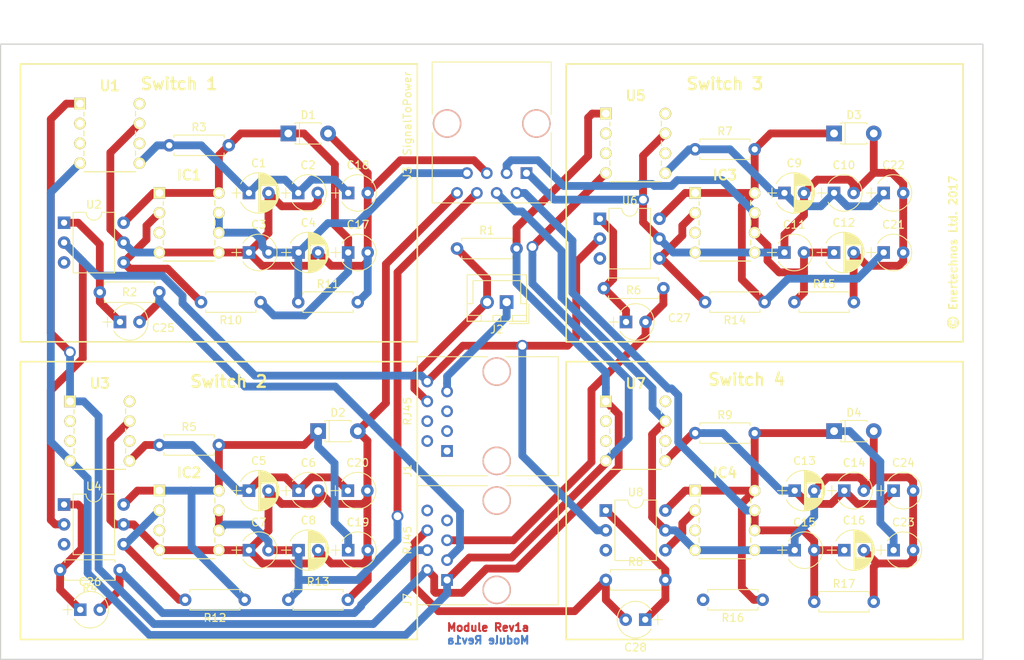
<source format=kicad_pcb>
(kicad_pcb (version 4) (host pcbnew 4.0.7)

  (general
    (links 148)
    (no_connects 1)
    (area 44.852857 29.145205 184.346292 114.525)
    (thickness 1.6)
    (drawings 29)
    (tracks 482)
    (zones 0)
    (modules 69)
    (nets 34)
  )

  (page A4)
  (layers
    (0 F.Cu signal)
    (31 B.Cu signal)
    (33 F.Adhes user hide)
    (35 F.Paste user hide)
    (37 F.SilkS user)
    (39 F.Mask user)
    (40 Dwgs.User user)
    (41 Cmts.User user hide)
    (42 Eco1.User user hide)
    (43 Eco2.User user hide)
    (44 Edge.Cuts user)
    (45 Margin user hide)
    (47 F.CrtYd user)
    (49 F.Fab user hide)
  )

  (setup
    (last_trace_width 1)
    (trace_clearance 0.4)
    (zone_clearance 0.35)
    (zone_45_only no)
    (trace_min 0.2)
    (segment_width 0.2)
    (edge_width 0.15)
    (via_size 1.5)
    (via_drill 1)
    (via_min_size 0.4)
    (via_min_drill 0.3)
    (uvia_size 1)
    (uvia_drill 0.5)
    (uvias_allowed no)
    (uvia_min_size 0.2)
    (uvia_min_drill 0.1)
    (pcb_text_width 0.3)
    (pcb_text_size 1.5 1.5)
    (mod_edge_width 0.15)
    (mod_text_size 1 1)
    (mod_text_width 0.15)
    (pad_size 1.524 1.524)
    (pad_drill 0.762)
    (pad_to_mask_clearance 0.2)
    (aux_axis_origin 0 0)
    (visible_elements 7FFFEFFF)
    (pcbplotparams
      (layerselection 0x00030_80000001)
      (usegerberextensions false)
      (excludeedgelayer true)
      (linewidth 0.100000)
      (plotframeref false)
      (viasonmask false)
      (mode 1)
      (useauxorigin false)
      (hpglpennumber 1)
      (hpglpenspeed 20)
      (hpglpendiameter 15)
      (hpglpenoverlay 2)
      (psnegative false)
      (psa4output false)
      (plotreference true)
      (plotvalue true)
      (plotinvisibletext false)
      (padsonsilk false)
      (subtractmaskfromsilk false)
      (outputformat 1)
      (mirror false)
      (drillshape 1)
      (scaleselection 1)
      (outputdirectory ""))
  )

  (net 0 "")
  (net 1 "Net-(C1-Pad1)")
  (net 2 "Net-(C10-Pad1)")
  (net 3 "Net-(C13-Pad1)")
  (net 4 "Net-(IC1-Pad2)")
  (net 5 "Net-(IC2-Pad2)")
  (net 6 "Net-(IC3-Pad2)")
  (net 7 "Net-(IC4-Pad2)")
  (net 8 DC_IN)
  (net 9 DC_GND)
  (net 10 ARD_TEMP)
  (net 11 ARD_GND)
  (net 12 "Net-(C20-Pad1)")
  (net 13 "Net-(C17-Pad1)")
  (net 14 "Net-(C19-Pad1)")
  (net 15 "Net-(C21-Pad1)")
  (net 16 "Net-(C23-Pad1)")
  (net 17 ARD_PWM_A)
  (net 18 ARD_PWM_B)
  (net 19 ARD_PWM_C)
  (net 20 ARD_PWM_D)
  (net 21 ARD_5V)
  (net 22 GND_ISO_A)
  (net 23 DRV_SIG_A)
  (net 24 DRV_SIG_B)
  (net 25 DRV_SIG_C)
  (net 26 DRV_SIG_D)
  (net 27 "Net-(C25-Pad1)")
  (net 28 "Net-(C26-Pad1)")
  (net 29 "Net-(C27-Pad1)")
  (net 30 "Net-(C28-Pad1)")
  (net 31 GND_ISO_B)
  (net 32 GND_ISO_C)
  (net 33 GND_ISO_D)

  (net_class Default "This is the default net class."
    (clearance 0.4)
    (trace_width 1)
    (via_dia 1.5)
    (via_drill 1)
    (uvia_dia 1)
    (uvia_drill 0.5)
    (add_net ARD_5V)
    (add_net ARD_GND)
    (add_net ARD_PWM_A)
    (add_net ARD_PWM_B)
    (add_net ARD_PWM_C)
    (add_net ARD_PWM_D)
    (add_net ARD_TEMP)
    (add_net DC_GND)
    (add_net DC_IN)
    (add_net DRV_SIG_A)
    (add_net DRV_SIG_B)
    (add_net DRV_SIG_C)
    (add_net DRV_SIG_D)
    (add_net GND_ISO_A)
    (add_net GND_ISO_B)
    (add_net GND_ISO_C)
    (add_net GND_ISO_D)
    (add_net "Net-(C1-Pad1)")
    (add_net "Net-(C10-Pad1)")
    (add_net "Net-(C13-Pad1)")
    (add_net "Net-(C17-Pad1)")
    (add_net "Net-(C19-Pad1)")
    (add_net "Net-(C20-Pad1)")
    (add_net "Net-(C21-Pad1)")
    (add_net "Net-(C23-Pad1)")
    (add_net "Net-(C25-Pad1)")
    (add_net "Net-(C26-Pad1)")
    (add_net "Net-(C27-Pad1)")
    (add_net "Net-(C28-Pad1)")
    (add_net "Net-(IC1-Pad2)")
    (add_net "Net-(IC2-Pad2)")
    (add_net "Net-(IC3-Pad2)")
    (add_net "Net-(IC4-Pad2)")
  )

  (module PartsLibraries:RJ45 (layer F.Cu) (tedit 5A16E9AB) (tstamp 59A7E8CF)
    (at 106.68 102.87 90)
    (tags RJ45)
    (path /59A7EBD8)
    (fp_text reference J7 (at -2.54 -5.08 90) (layer F.SilkS)
      (effects (font (size 1 1) (thickness 0.15)))
    )
    (fp_text value RJ45 (at 5.08 -5.08 90) (layer F.SilkS)
      (effects (font (size 1 1) (thickness 0.15)))
    )
    (fp_line (start -3.17 14.22) (end 12.07 14.22) (layer F.SilkS) (width 0.12))
    (fp_line (start 12.07 -3.81) (end 12.06 5.18) (layer F.SilkS) (width 0.12))
    (fp_line (start 12.07 -3.81) (end -3.17 -3.81) (layer F.SilkS) (width 0.12))
    (fp_line (start -3.17 -3.81) (end -3.17 5.19) (layer F.SilkS) (width 0.12))
    (fp_line (start 12.06 7.52) (end 12.07 14.22) (layer F.SilkS) (width 0.12))
    (fp_line (start -3.17 7.51) (end -3.17 14.22) (layer F.SilkS) (width 0.12))
    (fp_line (start -3.56 -4.06) (end 12.46 -4.06) (layer F.CrtYd) (width 0.05))
    (fp_line (start -3.56 -4.06) (end -3.56 14.47) (layer F.CrtYd) (width 0.05))
    (fp_line (start 12.46 14.47) (end 12.46 -4.06) (layer F.CrtYd) (width 0.05))
    (fp_line (start 12.46 14.47) (end -3.56 14.47) (layer F.CrtYd) (width 0.05))
    (pad "" np_thru_hole circle (at 10.16 6.35 90) (size 3.65 3.65) (drill 3.25) (layers *.Cu *.SilkS *.Mask))
    (pad "" np_thru_hole circle (at -1.27 6.35 90) (size 3.65 3.65) (drill 3.25) (layers *.Cu *.SilkS *.Mask))
    (pad 1 thru_hole rect (at 0 0 90) (size 1.5 1.5) (drill 0.9) (layers *.Cu *.Mask)
      (net 8 DC_IN))
    (pad 2 thru_hole circle (at 1.27 -2.54 90) (size 1.5 1.5) (drill 0.9) (layers *.Cu *.Mask)
      (net 9 DC_GND))
    (pad 3 thru_hole circle (at 2.54 0 90) (size 1.5 1.5) (drill 0.9) (layers *.Cu *.Mask)
      (net 17 ARD_PWM_A))
    (pad 4 thru_hole circle (at 3.81 -2.54 90) (size 1.5 1.5) (drill 0.9) (layers *.Cu *.Mask)
      (net 18 ARD_PWM_B))
    (pad 5 thru_hole circle (at 5.08 0 90) (size 1.5 1.5) (drill 0.9) (layers *.Cu *.Mask)
      (net 19 ARD_PWM_C))
    (pad 6 thru_hole circle (at 6.35 -2.54 90) (size 1.5 1.5) (drill 0.9) (layers *.Cu *.Mask)
      (net 20 ARD_PWM_D))
    (pad 7 thru_hole circle (at 7.62 0 90) (size 1.5 1.5) (drill 0.9) (layers *.Cu *.Mask))
    (pad 8 thru_hole circle (at 8.89 -2.54 90) (size 1.5 1.5) (drill 0.9) (layers *.Cu *.Mask))
    (model ../../../../../../Development/multilevelinverter/Hardware/3D/RJ45.wrl
      (at (xyz 0.175 -0.667 0.3))
      (scale (xyz 10 10 10))
      (rotate (xyz 270 0 0))
    )
  )

  (module PartsLibraries:RJ45 (layer F.Cu) (tedit 5A16E9B9) (tstamp 59A6EC93)
    (at 106.68 86.36 90)
    (tags RJ45)
    (path /59526541)
    (fp_text reference J1 (at -2.54 -5.08 90) (layer F.SilkS)
      (effects (font (size 1 1) (thickness 0.15)))
    )
    (fp_text value RJ45 (at 5.08 -5.08 90) (layer F.SilkS)
      (effects (font (size 1 1) (thickness 0.15)))
    )
    (fp_line (start -3.17 14.22) (end 12.07 14.22) (layer F.SilkS) (width 0.12))
    (fp_line (start 12.07 -3.81) (end 12.06 5.18) (layer F.SilkS) (width 0.12))
    (fp_line (start 12.07 -3.81) (end -3.17 -3.81) (layer F.SilkS) (width 0.12))
    (fp_line (start -3.17 -3.81) (end -3.17 5.19) (layer F.SilkS) (width 0.12))
    (fp_line (start 12.06 7.52) (end 12.07 14.22) (layer F.SilkS) (width 0.12))
    (fp_line (start -3.17 7.51) (end -3.17 14.22) (layer F.SilkS) (width 0.12))
    (fp_line (start -3.56 -4.06) (end 12.46 -4.06) (layer F.CrtYd) (width 0.05))
    (fp_line (start -3.56 -4.06) (end -3.56 14.47) (layer F.CrtYd) (width 0.05))
    (fp_line (start 12.46 14.47) (end 12.46 -4.06) (layer F.CrtYd) (width 0.05))
    (fp_line (start 12.46 14.47) (end -3.56 14.47) (layer F.CrtYd) (width 0.05))
    (pad "" np_thru_hole circle (at 10.16 6.35 90) (size 3.65 3.65) (drill 3.25) (layers *.Cu *.SilkS *.Mask))
    (pad "" np_thru_hole circle (at -1.27 6.35 90) (size 3.65 3.65) (drill 3.25) (layers *.Cu *.SilkS *.Mask))
    (pad 1 thru_hole rect (at 0 0 90) (size 1.5 1.5) (drill 0.9) (layers *.Cu *.Mask))
    (pad 2 thru_hole circle (at 1.27 -2.54 90) (size 1.5 1.5) (drill 0.9) (layers *.Cu *.Mask))
    (pad 3 thru_hole circle (at 2.54 0 90) (size 1.5 1.5) (drill 0.9) (layers *.Cu *.Mask))
    (pad 4 thru_hole circle (at 3.81 -2.54 90) (size 1.5 1.5) (drill 0.9) (layers *.Cu *.Mask))
    (pad 5 thru_hole circle (at 5.08 0 90) (size 1.5 1.5) (drill 0.9) (layers *.Cu *.Mask))
    (pad 6 thru_hole circle (at 6.35 -2.54 90) (size 1.5 1.5) (drill 0.9) (layers *.Cu *.Mask)
      (net 10 ARD_TEMP))
    (pad 7 thru_hole circle (at 7.62 0 90) (size 1.5 1.5) (drill 0.9) (layers *.Cu *.Mask)
      (net 21 ARD_5V))
    (pad 8 thru_hole circle (at 8.89 -2.54 90) (size 1.5 1.5) (drill 0.9) (layers *.Cu *.Mask)
      (net 11 ARD_GND))
    (model ../../../../../../Development/multilevelinverter/Hardware/3D/RJ45.wrl
      (at (xyz 0.175 -0.667 0.3))
      (scale (xyz 10 10 10))
      (rotate (xyz 270 0 0))
    )
  )

  (module PartsLibraries:RJ45 (layer F.Cu) (tedit 5A16E925) (tstamp 5A17795A)
    (at 116.84 50.8 180)
    (tags RJ45)
    (path /5A16B56F)
    (fp_text reference J3 (at 15.24 0 270) (layer F.SilkS)
      (effects (font (size 1 1) (thickness 0.15)))
    )
    (fp_text value SignalToPower (at 15.24 7.62 270) (layer F.SilkS)
      (effects (font (size 1 1) (thickness 0.15)))
    )
    (fp_line (start -3.17 14.22) (end 12.07 14.22) (layer F.SilkS) (width 0.12))
    (fp_line (start 12.07 -3.81) (end 12.06 5.18) (layer F.SilkS) (width 0.12))
    (fp_line (start 12.07 -3.81) (end -3.17 -3.81) (layer F.SilkS) (width 0.12))
    (fp_line (start -3.17 -3.81) (end -3.17 5.19) (layer F.SilkS) (width 0.12))
    (fp_line (start 12.06 7.52) (end 12.07 14.22) (layer F.SilkS) (width 0.12))
    (fp_line (start -3.17 7.51) (end -3.17 14.22) (layer F.SilkS) (width 0.12))
    (fp_line (start -3.56 -4.06) (end 12.46 -4.06) (layer F.CrtYd) (width 0.05))
    (fp_line (start -3.56 -4.06) (end -3.56 14.47) (layer F.CrtYd) (width 0.05))
    (fp_line (start 12.46 14.47) (end 12.46 -4.06) (layer F.CrtYd) (width 0.05))
    (fp_line (start 12.46 14.47) (end -3.56 14.47) (layer F.CrtYd) (width 0.05))
    (pad "" np_thru_hole circle (at 10.16 6.35 180) (size 3.65 3.65) (drill 3.25) (layers *.Cu *.SilkS *.Mask))
    (pad "" np_thru_hole circle (at -1.27 6.35 180) (size 3.65 3.65) (drill 3.25) (layers *.Cu *.SilkS *.Mask))
    (pad 1 thru_hole rect (at 0 0 180) (size 1.5 1.5) (drill 0.9) (layers *.Cu *.Mask)
      (net 32 GND_ISO_C))
    (pad 2 thru_hole circle (at 1.27 -2.54 180) (size 1.5 1.5) (drill 0.9) (layers *.Cu *.Mask)
      (net 26 DRV_SIG_D))
    (pad 3 thru_hole circle (at 2.54 0 180) (size 1.5 1.5) (drill 0.9) (layers *.Cu *.Mask)
      (net 25 DRV_SIG_C))
    (pad 4 thru_hole circle (at 3.81 -2.54 180) (size 1.5 1.5) (drill 0.9) (layers *.Cu *.Mask)
      (net 33 GND_ISO_D))
    (pad 5 thru_hole circle (at 5.08 0 180) (size 1.5 1.5) (drill 0.9) (layers *.Cu *.Mask)
      (net 22 GND_ISO_A))
    (pad 6 thru_hole circle (at 6.35 -2.54 180) (size 1.5 1.5) (drill 0.9) (layers *.Cu *.Mask)
      (net 24 DRV_SIG_B))
    (pad 7 thru_hole circle (at 7.62 0 180) (size 1.5 1.5) (drill 0.9) (layers *.Cu *.Mask)
      (net 23 DRV_SIG_A))
    (pad 8 thru_hole circle (at 8.89 -2.54 180) (size 1.5 1.5) (drill 0.9) (layers *.Cu *.Mask)
      (net 31 GND_ISO_B))
    (model ../../../../../../Development/multilevelinverter/Hardware/3D/RJ45.wrl
      (at (xyz 0.175 -0.667 0.3))
      (scale (xyz 10 10 10))
      (rotate (xyz 270 0 0))
    )
  )

  (module Capacitors_THT:CP_Radial_Tantal_D4.5mm_P2.50mm (layer F.Cu) (tedit 597C781B) (tstamp 59EF6724)
    (at 163.83 91.44)
    (descr "CP, Radial_Tantal series, Radial, pin pitch=2.50mm, , diameter=4.5mm, Tantal Electrolytic Capacitor, http://cdn-reichelt.de/documents/datenblatt/B300/TANTAL-TB-Serie%23.pdf")
    (tags "CP Radial_Tantal series Radial pin pitch 2.50mm  diameter 4.5mm Tantal Electrolytic Capacitor")
    (path /59A712A3/59EF1DD4)
    (fp_text reference C24 (at 1.25 -3.56) (layer F.SilkS)
      (effects (font (size 1 1) (thickness 0.15)))
    )
    (fp_text value 100nF (at 1.25 3.56) (layer F.Fab)
      (effects (font (size 1 1) (thickness 0.15)))
    )
    (fp_arc (start 1.25 0) (end -0.770693 -1.18) (angle 119.4) (layer F.SilkS) (width 0.12))
    (fp_arc (start 1.25 0) (end -0.770693 1.18) (angle -119.4) (layer F.SilkS) (width 0.12))
    (fp_arc (start 1.25 0) (end 3.270693 -1.18) (angle 60.6) (layer F.SilkS) (width 0.12))
    (fp_circle (center 1.25 0) (end 3.5 0) (layer F.Fab) (width 0.1))
    (fp_line (start -2.2 0) (end -1 0) (layer F.Fab) (width 0.1))
    (fp_line (start -1.6 -0.65) (end -1.6 0.65) (layer F.Fab) (width 0.1))
    (fp_line (start -2.2 0) (end -1 0) (layer F.SilkS) (width 0.12))
    (fp_line (start -1.6 -0.65) (end -1.6 0.65) (layer F.SilkS) (width 0.12))
    (fp_line (start -1.35 -2.6) (end -1.35 2.6) (layer F.CrtYd) (width 0.05))
    (fp_line (start -1.35 2.6) (end 3.85 2.6) (layer F.CrtYd) (width 0.05))
    (fp_line (start 3.85 2.6) (end 3.85 -2.6) (layer F.CrtYd) (width 0.05))
    (fp_line (start 3.85 -2.6) (end -1.35 -2.6) (layer F.CrtYd) (width 0.05))
    (fp_text user %R (at 1.25 0) (layer F.Fab)
      (effects (font (size 1 1) (thickness 0.15)))
    )
    (pad 1 thru_hole rect (at 0 0) (size 1.6 1.6) (drill 0.8) (layers *.Cu *.Mask)
      (net 3 "Net-(C13-Pad1)"))
    (pad 2 thru_hole circle (at 2.5 0) (size 1.6 1.6) (drill 0.8) (layers *.Cu *.Mask)
      (net 33 GND_ISO_D))
    (model ${KISYS3DMOD}/Capacitors_THT.3dshapes/CP_Radial_Tantal_D4.5mm_P2.50mm.wrl
      (at (xyz 0 0 0))
      (scale (xyz 1 1 1))
      (rotate (xyz 0 0 0))
    )
  )

  (module Housings_DIP:DIP-6_W7.62mm (layer F.Cu) (tedit 59C78D6B) (tstamp 59EF6872)
    (at 126.238 56.642)
    (descr "6-lead though-hole mounted DIP package, row spacing 7.62 mm (300 mils)")
    (tags "THT DIP DIL PDIP 2.54mm 7.62mm 300mil")
    (path /59A71299/59A6DAA6)
    (fp_text reference U6 (at 3.81 -2.33) (layer F.SilkS)
      (effects (font (size 1 1) (thickness 0.15)))
    )
    (fp_text value H11N1M (at 3.81 7.41) (layer F.Fab)
      (effects (font (size 1 1) (thickness 0.15)))
    )
    (fp_arc (start 3.81 -1.33) (end 2.81 -1.33) (angle -180) (layer F.SilkS) (width 0.12))
    (fp_line (start 1.635 -1.27) (end 6.985 -1.27) (layer F.Fab) (width 0.1))
    (fp_line (start 6.985 -1.27) (end 6.985 6.35) (layer F.Fab) (width 0.1))
    (fp_line (start 6.985 6.35) (end 0.635 6.35) (layer F.Fab) (width 0.1))
    (fp_line (start 0.635 6.35) (end 0.635 -0.27) (layer F.Fab) (width 0.1))
    (fp_line (start 0.635 -0.27) (end 1.635 -1.27) (layer F.Fab) (width 0.1))
    (fp_line (start 2.81 -1.33) (end 1.16 -1.33) (layer F.SilkS) (width 0.12))
    (fp_line (start 1.16 -1.33) (end 1.16 6.41) (layer F.SilkS) (width 0.12))
    (fp_line (start 1.16 6.41) (end 6.46 6.41) (layer F.SilkS) (width 0.12))
    (fp_line (start 6.46 6.41) (end 6.46 -1.33) (layer F.SilkS) (width 0.12))
    (fp_line (start 6.46 -1.33) (end 4.81 -1.33) (layer F.SilkS) (width 0.12))
    (fp_line (start -1.1 -1.55) (end -1.1 6.6) (layer F.CrtYd) (width 0.05))
    (fp_line (start -1.1 6.6) (end 8.7 6.6) (layer F.CrtYd) (width 0.05))
    (fp_line (start 8.7 6.6) (end 8.7 -1.55) (layer F.CrtYd) (width 0.05))
    (fp_line (start 8.7 -1.55) (end -1.1 -1.55) (layer F.CrtYd) (width 0.05))
    (fp_text user %R (at 3.81 2.54) (layer F.Fab)
      (effects (font (size 1 1) (thickness 0.15)))
    )
    (pad 1 thru_hole rect (at 0 0) (size 1.6 1.6) (drill 0.8) (layers *.Cu *.Mask)
      (net 29 "Net-(C27-Pad1)"))
    (pad 4 thru_hole oval (at 7.62 5.08) (size 1.6 1.6) (drill 0.8) (layers *.Cu *.Mask)
      (net 6 "Net-(IC3-Pad2)"))
    (pad 2 thru_hole oval (at 0 2.54) (size 1.6 1.6) (drill 0.8) (layers *.Cu *.Mask)
      (net 11 ARD_GND))
    (pad 5 thru_hole oval (at 7.62 2.54) (size 1.6 1.6) (drill 0.8) (layers *.Cu *.Mask)
      (net 32 GND_ISO_C))
    (pad 3 thru_hole oval (at 0 5.08) (size 1.6 1.6) (drill 0.8) (layers *.Cu *.Mask))
    (pad 6 thru_hole oval (at 7.62 0) (size 1.6 1.6) (drill 0.8) (layers *.Cu *.Mask)
      (net 15 "Net-(C21-Pad1)"))
    (model ${KISYS3DMOD}/Housings_DIP.3dshapes/DIP-6_W7.62mm.wrl
      (at (xyz 0 0 0))
      (scale (xyz 1 1 1))
      (rotate (xyz 0 0 0))
    )
  )

  (module Resistors_THT:R_Axial_DIN0207_L6.3mm_D2.5mm_P7.62mm_Horizontal (layer F.Cu) (tedit 5874F706) (tstamp 59A6EE04)
    (at 127 102.87)
    (descr "Resistor, Axial_DIN0207 series, Axial, Horizontal, pin pitch=7.62mm, 0.25W = 1/4W, length*diameter=6.3*2.5mm^2, http://cdn-reichelt.de/documents/datenblatt/B400/1_4W%23YAG.pdf")
    (tags "Resistor Axial_DIN0207 series Axial Horizontal pin pitch 7.62mm 0.25W = 1/4W length 6.3mm diameter 2.5mm")
    (path /59A712A3/59A6DA9F)
    (fp_text reference R8 (at 3.81 -2.31) (layer F.SilkS)
      (effects (font (size 1 1) (thickness 0.15)))
    )
    (fp_text value 180 (at 3.81 2.31) (layer F.Fab)
      (effects (font (size 1 1) (thickness 0.15)))
    )
    (fp_line (start 0.66 -1.25) (end 0.66 1.25) (layer F.Fab) (width 0.1))
    (fp_line (start 0.66 1.25) (end 6.96 1.25) (layer F.Fab) (width 0.1))
    (fp_line (start 6.96 1.25) (end 6.96 -1.25) (layer F.Fab) (width 0.1))
    (fp_line (start 6.96 -1.25) (end 0.66 -1.25) (layer F.Fab) (width 0.1))
    (fp_line (start 0 0) (end 0.66 0) (layer F.Fab) (width 0.1))
    (fp_line (start 7.62 0) (end 6.96 0) (layer F.Fab) (width 0.1))
    (fp_line (start 0.6 -0.98) (end 0.6 -1.31) (layer F.SilkS) (width 0.12))
    (fp_line (start 0.6 -1.31) (end 7.02 -1.31) (layer F.SilkS) (width 0.12))
    (fp_line (start 7.02 -1.31) (end 7.02 -0.98) (layer F.SilkS) (width 0.12))
    (fp_line (start 0.6 0.98) (end 0.6 1.31) (layer F.SilkS) (width 0.12))
    (fp_line (start 0.6 1.31) (end 7.02 1.31) (layer F.SilkS) (width 0.12))
    (fp_line (start 7.02 1.31) (end 7.02 0.98) (layer F.SilkS) (width 0.12))
    (fp_line (start -1.05 -1.6) (end -1.05 1.6) (layer F.CrtYd) (width 0.05))
    (fp_line (start -1.05 1.6) (end 8.7 1.6) (layer F.CrtYd) (width 0.05))
    (fp_line (start 8.7 1.6) (end 8.7 -1.6) (layer F.CrtYd) (width 0.05))
    (fp_line (start 8.7 -1.6) (end -1.05 -1.6) (layer F.CrtYd) (width 0.05))
    (pad 1 thru_hole circle (at 0 0) (size 1.6 1.6) (drill 0.8) (layers *.Cu *.Mask)
      (net 20 ARD_PWM_D))
    (pad 2 thru_hole oval (at 7.62 0) (size 1.6 1.6) (drill 0.8) (layers *.Cu *.Mask)
      (net 30 "Net-(C28-Pad1)"))
    (model ${KISYS3DMOD}/Resistors_THT.3dshapes/R_Axial_DIN0207_L6.3mm_D2.5mm_P7.62mm_Horizontal.wrl
      (at (xyz 0 0 0))
      (scale (xyz 0.3937 0.3937 0.3937))
      (rotate (xyz 0 0 0))
    )
  )

  (module Housings_DIP:DIP-6_W7.62mm (layer F.Cu) (tedit 59C78D6B) (tstamp 59EF688C)
    (at 127 93.98)
    (descr "6-lead though-hole mounted DIP package, row spacing 7.62 mm (300 mils)")
    (tags "THT DIP DIL PDIP 2.54mm 7.62mm 300mil")
    (path /59A712A3/59A6DAA6)
    (fp_text reference U8 (at 3.81 -2.33) (layer F.SilkS)
      (effects (font (size 1 1) (thickness 0.15)))
    )
    (fp_text value H11N1M (at 3.81 7.41) (layer F.Fab)
      (effects (font (size 1 1) (thickness 0.15)))
    )
    (fp_arc (start 3.81 -1.33) (end 2.81 -1.33) (angle -180) (layer F.SilkS) (width 0.12))
    (fp_line (start 1.635 -1.27) (end 6.985 -1.27) (layer F.Fab) (width 0.1))
    (fp_line (start 6.985 -1.27) (end 6.985 6.35) (layer F.Fab) (width 0.1))
    (fp_line (start 6.985 6.35) (end 0.635 6.35) (layer F.Fab) (width 0.1))
    (fp_line (start 0.635 6.35) (end 0.635 -0.27) (layer F.Fab) (width 0.1))
    (fp_line (start 0.635 -0.27) (end 1.635 -1.27) (layer F.Fab) (width 0.1))
    (fp_line (start 2.81 -1.33) (end 1.16 -1.33) (layer F.SilkS) (width 0.12))
    (fp_line (start 1.16 -1.33) (end 1.16 6.41) (layer F.SilkS) (width 0.12))
    (fp_line (start 1.16 6.41) (end 6.46 6.41) (layer F.SilkS) (width 0.12))
    (fp_line (start 6.46 6.41) (end 6.46 -1.33) (layer F.SilkS) (width 0.12))
    (fp_line (start 6.46 -1.33) (end 4.81 -1.33) (layer F.SilkS) (width 0.12))
    (fp_line (start -1.1 -1.55) (end -1.1 6.6) (layer F.CrtYd) (width 0.05))
    (fp_line (start -1.1 6.6) (end 8.7 6.6) (layer F.CrtYd) (width 0.05))
    (fp_line (start 8.7 6.6) (end 8.7 -1.55) (layer F.CrtYd) (width 0.05))
    (fp_line (start 8.7 -1.55) (end -1.1 -1.55) (layer F.CrtYd) (width 0.05))
    (fp_text user %R (at 3.81 2.54) (layer F.Fab)
      (effects (font (size 1 1) (thickness 0.15)))
    )
    (pad 1 thru_hole rect (at 0 0) (size 1.6 1.6) (drill 0.8) (layers *.Cu *.Mask)
      (net 30 "Net-(C28-Pad1)"))
    (pad 4 thru_hole oval (at 7.62 5.08) (size 1.6 1.6) (drill 0.8) (layers *.Cu *.Mask)
      (net 7 "Net-(IC4-Pad2)"))
    (pad 2 thru_hole oval (at 0 2.54) (size 1.6 1.6) (drill 0.8) (layers *.Cu *.Mask)
      (net 11 ARD_GND))
    (pad 5 thru_hole oval (at 7.62 2.54) (size 1.6 1.6) (drill 0.8) (layers *.Cu *.Mask)
      (net 33 GND_ISO_D))
    (pad 3 thru_hole oval (at 0 5.08) (size 1.6 1.6) (drill 0.8) (layers *.Cu *.Mask))
    (pad 6 thru_hole oval (at 7.62 0) (size 1.6 1.6) (drill 0.8) (layers *.Cu *.Mask)
      (net 16 "Net-(C23-Pad1)"))
    (model ${KISYS3DMOD}/Housings_DIP.3dshapes/DIP-6_W7.62mm.wrl
      (at (xyz 0 0 0))
      (scale (xyz 1 1 1))
      (rotate (xyz 0 0 0))
    )
  )

  (module Mounting_Holes:MountingHole_4.3mm_M4 (layer F.Cu) (tedit 59A7ED15) (tstamp 59A7F116)
    (at 54.61 107.95)
    (descr "Mounting Hole 4.3mm, no annular, M4")
    (tags "mounting hole 4.3mm no annular m4")
    (fp_text reference "" (at 0 -5.3) (layer F.SilkS)
      (effects (font (size 1 1) (thickness 0.15)))
    )
    (fp_text value MountingHole_4.3mm_M4 (at 0 5.3) (layer F.Fab)
      (effects (font (size 1 1) (thickness 0.15)))
    )
    (fp_circle (center 0 0) (end 4.3 0) (layer Cmts.User) (width 0.15))
    (fp_circle (center 0 0) (end 4.55 0) (layer F.CrtYd) (width 0.05))
    (pad 1 np_thru_hole circle (at 0 0) (size 4.3 4.3) (drill 4.3) (layers *.Cu *.Mask))
  )

  (module Mounting_Holes:MountingHole_4.3mm_M4 (layer F.Cu) (tedit 59A7ED1B) (tstamp 59A7F102)
    (at 170.18 107.95)
    (descr "Mounting Hole 4.3mm, no annular, M4")
    (tags "mounting hole 4.3mm no annular m4")
    (fp_text reference "" (at 0 -5.3) (layer F.SilkS)
      (effects (font (size 1 1) (thickness 0.15)))
    )
    (fp_text value MountingHole_4.3mm_M4 (at 0 5.3) (layer F.Fab)
      (effects (font (size 1 1) (thickness 0.15)))
    )
    (fp_circle (center 0 0) (end 4.3 0) (layer Cmts.User) (width 0.15))
    (fp_circle (center 0 0) (end 4.55 0) (layer F.CrtYd) (width 0.05))
    (pad 1 np_thru_hole circle (at 0 0) (size 4.3 4.3) (drill 4.3) (layers *.Cu *.Mask))
  )

  (module Mounting_Holes:MountingHole_4.3mm_M4 (layer F.Cu) (tedit 59A7ED10) (tstamp 59A7F0FC)
    (at 170.18 39.37)
    (descr "Mounting Hole 4.3mm, no annular, M4")
    (tags "mounting hole 4.3mm no annular m4")
    (fp_text reference "" (at 0 -5.3) (layer F.SilkS)
      (effects (font (size 1 1) (thickness 0.15)))
    )
    (fp_text value MountingHole_4.3mm_M4 (at 0 5.3) (layer F.Fab)
      (effects (font (size 1 1) (thickness 0.15)))
    )
    (fp_circle (center 0 0) (end 4.3 0) (layer Cmts.User) (width 0.15))
    (fp_circle (center 0 0) (end 4.55 0) (layer F.CrtYd) (width 0.05))
    (pad 1 np_thru_hole circle (at 0 0) (size 4.3 4.3) (drill 4.3) (layers *.Cu *.Mask))
  )

  (module Capacitors_THT:CP_Radial_Tantal_D4.5mm_P2.50mm (layer F.Cu) (tedit 597C781B) (tstamp 59A6E9D7)
    (at 156.21 53.34)
    (descr "CP, Radial_Tantal series, Radial, pin pitch=2.50mm, , diameter=4.5mm, Tantal Electrolytic Capacitor, http://cdn-reichelt.de/documents/datenblatt/B300/TANTAL-TB-Serie%23.pdf")
    (tags "CP Radial_Tantal series Radial pin pitch 2.50mm  diameter 4.5mm Tantal Electrolytic Capacitor")
    (path /59A71299/59A6D3E0)
    (fp_text reference C10 (at 1.25 -3.56) (layer F.SilkS)
      (effects (font (size 1 1) (thickness 0.15)))
    )
    (fp_text value 100nF (at 1.25 3.56) (layer F.Fab)
      (effects (font (size 1 1) (thickness 0.15)))
    )
    (fp_arc (start 1.25 0) (end -0.770693 -1.18) (angle 119.4) (layer F.SilkS) (width 0.12))
    (fp_arc (start 1.25 0) (end -0.770693 1.18) (angle -119.4) (layer F.SilkS) (width 0.12))
    (fp_arc (start 1.25 0) (end 3.270693 -1.18) (angle 60.6) (layer F.SilkS) (width 0.12))
    (fp_circle (center 1.25 0) (end 3.5 0) (layer F.Fab) (width 0.1))
    (fp_line (start -2.2 0) (end -1 0) (layer F.Fab) (width 0.1))
    (fp_line (start -1.6 -0.65) (end -1.6 0.65) (layer F.Fab) (width 0.1))
    (fp_line (start -2.2 0) (end -1 0) (layer F.SilkS) (width 0.12))
    (fp_line (start -1.6 -0.65) (end -1.6 0.65) (layer F.SilkS) (width 0.12))
    (fp_line (start -1.35 -2.6) (end -1.35 2.6) (layer F.CrtYd) (width 0.05))
    (fp_line (start -1.35 2.6) (end 3.85 2.6) (layer F.CrtYd) (width 0.05))
    (fp_line (start 3.85 2.6) (end 3.85 -2.6) (layer F.CrtYd) (width 0.05))
    (fp_line (start 3.85 -2.6) (end -1.35 -2.6) (layer F.CrtYd) (width 0.05))
    (fp_text user %R (at 1.25 0) (layer F.Fab)
      (effects (font (size 1 1) (thickness 0.15)))
    )
    (pad 1 thru_hole rect (at 0 0) (size 1.6 1.6) (drill 0.8) (layers *.Cu *.Mask)
      (net 2 "Net-(C10-Pad1)"))
    (pad 2 thru_hole circle (at 2.5 0) (size 1.6 1.6) (drill 0.8) (layers *.Cu *.Mask)
      (net 32 GND_ISO_C))
    (model ${KISYS3DMOD}/Capacitors_THT.3dshapes/CP_Radial_Tantal_D4.5mm_P2.50mm.wrl
      (at (xyz 0 0 0))
      (scale (xyz 1 1 1))
      (rotate (xyz 0 0 0))
    )
  )

  (module PartsLibraries:TC4422AVPA (layer F.Cu) (tedit 592E9A52) (tstamp 59A6EF40)
    (at 127 80.01)
    (descr DIP254P762X432-8)
    (tags "Integrated Circuit")
    (path /59A712A3/59A6D3EA)
    (fp_text reference U7 (at 3.81 -2.286) (layer F.SilkS)
      (effects (font (size 1.27 1.27) (thickness 0.254)))
    )
    (fp_text value NME1212DC (at 3.556 9.906) (layer F.SilkS) hide
      (effects (font (size 1.27 1.27) (thickness 0.254)))
    )
    (fp_line (start 0.508 8.7122) (end 0.508 -1.0922) (layer Dwgs.User) (width 0.1524))
    (fp_line (start 0.508 -1.1938) (end 7.112 -1.1938) (layer Dwgs.User) (width 0.1524))
    (fp_line (start -0.4826 3.048) (end 0.508 3.048) (layer Dwgs.User) (width 0.1524))
    (fp_line (start -0.4826 2.032) (end -0.4826 3.048) (layer Dwgs.User) (width 0.1524))
    (fp_line (start 0.508 2.032) (end -0.4826 2.032) (layer Dwgs.User) (width 0.1524))
    (fp_line (start 0.508 3.048) (end 0.508 2.032) (layer Dwgs.User) (width 0.1524))
    (fp_line (start 7.112 1.5748) (end 7.112 0.9652) (layer F.SilkS) (width 0.1524))
    (fp_line (start 7.112 4.1148) (end 7.112 3.5052) (layer F.SilkS) (width 0.1524))
    (fp_line (start 0.508 6.0452) (end 0.508 6.6548) (layer F.SilkS) (width 0.1524))
    (fp_line (start 0.508 3.5052) (end 0.508 4.1148) (layer F.SilkS) (width 0.1524))
    (fp_line (start 0.508 8.7122) (end 7.112 8.7122) (layer F.SilkS) (width 0.1524))
    (fp_line (start 7.112 6.6548) (end 7.112 6.0452) (layer F.SilkS) (width 0.1524))
    (fp_line (start 0.508 1.0922) (end 0.508 1.5748) (layer F.SilkS) (width 0.1524))
    (fp_line (start 0.508 0.508) (end 0.508 -0.508) (layer Dwgs.User) (width 0.1524))
    (fp_line (start 0.508 -0.508) (end -0.4826 -0.508) (layer Dwgs.User) (width 0.1524))
    (fp_line (start -0.4826 -0.508) (end -0.4826 0.508) (layer Dwgs.User) (width 0.1524))
    (fp_line (start -0.4826 0.508) (end 0.508 0.508) (layer Dwgs.User) (width 0.1524))
    (fp_line (start 0.508 5.588) (end 0.508 4.572) (layer Dwgs.User) (width 0.1524))
    (fp_line (start 0.508 4.572) (end -0.4826 4.572) (layer Dwgs.User) (width 0.1524))
    (fp_line (start -0.4826 4.572) (end -0.4826 5.588) (layer Dwgs.User) (width 0.1524))
    (fp_line (start -0.4826 5.588) (end 0.508 5.588) (layer Dwgs.User) (width 0.1524))
    (fp_line (start 0.508 8.128) (end 0.508 7.112) (layer Dwgs.User) (width 0.1524))
    (fp_line (start 0.508 7.112) (end -0.4826 7.1374) (layer Dwgs.User) (width 0.1524))
    (fp_line (start -0.4826 7.1374) (end -0.4826 8.128) (layer Dwgs.User) (width 0.1524))
    (fp_line (start -0.4826 8.128) (end 0.508 8.128) (layer Dwgs.User) (width 0.1524))
    (fp_line (start 7.112 7.112) (end 7.112 8.128) (layer Dwgs.User) (width 0.1524))
    (fp_line (start 7.112 8.128) (end 8.1026 8.1026) (layer Dwgs.User) (width 0.1524))
    (fp_line (start 8.1026 8.1026) (end 8.1026 7.112) (layer Dwgs.User) (width 0.1524))
    (fp_line (start 8.1026 7.112) (end 7.112 7.112) (layer Dwgs.User) (width 0.1524))
    (fp_line (start 7.112 4.572) (end 7.112 5.588) (layer Dwgs.User) (width 0.1524))
    (fp_line (start 7.112 5.588) (end 8.1026 5.5626) (layer Dwgs.User) (width 0.1524))
    (fp_line (start 8.1026 5.5626) (end 8.1026 4.572) (layer Dwgs.User) (width 0.1524))
    (fp_line (start 8.1026 4.572) (end 7.112 4.572) (layer Dwgs.User) (width 0.1524))
    (fp_line (start 7.112 2.032) (end 7.112 3.048) (layer Dwgs.User) (width 0.1524))
    (fp_line (start 7.112 3.048) (end 8.1026 3.048) (layer Dwgs.User) (width 0.1524))
    (fp_line (start 8.1026 3.048) (end 8.1026 2.032) (layer Dwgs.User) (width 0.1524))
    (fp_line (start 8.1026 2.032) (end 7.112 2.032) (layer Dwgs.User) (width 0.1524))
    (fp_line (start 7.112 -0.508) (end 7.112 0.508) (layer Dwgs.User) (width 0.1524))
    (fp_line (start 7.112 0.508) (end 8.1026 0.508) (layer Dwgs.User) (width 0.1524))
    (fp_line (start 8.1026 0.508) (end 8.1026 -0.508) (layer Dwgs.User) (width 0.1524))
    (fp_line (start 8.1026 -0.508) (end 7.112 -0.508) (layer Dwgs.User) (width 0.1524))
    (fp_line (start 0.508 8.7122) (end 7.112 8.7122) (layer Dwgs.User) (width 0.1524))
    (fp_line (start 7.112 8.7122) (end 7.112 -1.0922) (layer Dwgs.User) (width 0.1524))
    (pad 1 thru_hole rect (at 0 0 90) (size 1.4859 1.4859) (drill 0.9906) (layers *.Cu *.Mask F.SilkS)
      (net 9 DC_GND))
    (pad 2 thru_hole circle (at 0 2.54 90) (size 1.4859 1.4859) (drill 0.9906) (layers *.Cu *.Mask F.SilkS))
    (pad 3 thru_hole circle (at 0 5.08 90) (size 1.4859 1.4859) (drill 0.9906) (layers *.Cu *.Mask F.SilkS))
    (pad 4 thru_hole circle (at 0 7.62 90) (size 1.4859 1.4859) (drill 0.9906) (layers *.Cu *.Mask F.SilkS)
      (net 8 DC_IN))
    (pad 5 thru_hole circle (at 7.62 7.62 90) (size 1.4859 1.4859) (drill 0.9906) (layers *.Cu *.Mask F.SilkS)
      (net 3 "Net-(C13-Pad1)"))
    (pad 6 thru_hole circle (at 7.62 5.08 90) (size 1.4859 1.4859) (drill 0.9906) (layers *.Cu *.Mask F.SilkS))
    (pad 7 thru_hole circle (at 7.62 2.54 90) (size 1.4859 1.4859) (drill 0.9906) (layers *.Cu *.Mask F.SilkS)
      (net 33 GND_ISO_D))
    (pad 8 thru_hole circle (at 7.62 0 90) (size 1.4859 1.4859) (drill 0.9906) (layers *.Cu *.Mask F.SilkS))
    (model Housings_DIP.3dshapes/DIP-8_W7.62mm.wrl
      (at (xyz 0 0 0))
      (scale (xyz 1 1 1))
      (rotate (xyz 0 0 0))
    )
  )

  (module PartsLibraries:TC4422AVPA (layer F.Cu) (tedit 592E9A52) (tstamp 59A6EE9E)
    (at 58.42 80.01)
    (descr DIP254P762X432-8)
    (tags "Integrated Circuit")
    (path /59A7109E/59A6D3EA)
    (fp_text reference U3 (at 3.81 -2.286) (layer F.SilkS)
      (effects (font (size 1.27 1.27) (thickness 0.254)))
    )
    (fp_text value NME1212DC (at 3.556 9.906) (layer F.SilkS) hide
      (effects (font (size 1.27 1.27) (thickness 0.254)))
    )
    (fp_line (start 0.508 8.7122) (end 0.508 -1.0922) (layer Dwgs.User) (width 0.1524))
    (fp_line (start 0.508 -1.1938) (end 7.112 -1.1938) (layer Dwgs.User) (width 0.1524))
    (fp_line (start -0.4826 3.048) (end 0.508 3.048) (layer Dwgs.User) (width 0.1524))
    (fp_line (start -0.4826 2.032) (end -0.4826 3.048) (layer Dwgs.User) (width 0.1524))
    (fp_line (start 0.508 2.032) (end -0.4826 2.032) (layer Dwgs.User) (width 0.1524))
    (fp_line (start 0.508 3.048) (end 0.508 2.032) (layer Dwgs.User) (width 0.1524))
    (fp_line (start 7.112 1.5748) (end 7.112 0.9652) (layer F.SilkS) (width 0.1524))
    (fp_line (start 7.112 4.1148) (end 7.112 3.5052) (layer F.SilkS) (width 0.1524))
    (fp_line (start 0.508 6.0452) (end 0.508 6.6548) (layer F.SilkS) (width 0.1524))
    (fp_line (start 0.508 3.5052) (end 0.508 4.1148) (layer F.SilkS) (width 0.1524))
    (fp_line (start 0.508 8.7122) (end 7.112 8.7122) (layer F.SilkS) (width 0.1524))
    (fp_line (start 7.112 6.6548) (end 7.112 6.0452) (layer F.SilkS) (width 0.1524))
    (fp_line (start 0.508 1.0922) (end 0.508 1.5748) (layer F.SilkS) (width 0.1524))
    (fp_line (start 0.508 0.508) (end 0.508 -0.508) (layer Dwgs.User) (width 0.1524))
    (fp_line (start 0.508 -0.508) (end -0.4826 -0.508) (layer Dwgs.User) (width 0.1524))
    (fp_line (start -0.4826 -0.508) (end -0.4826 0.508) (layer Dwgs.User) (width 0.1524))
    (fp_line (start -0.4826 0.508) (end 0.508 0.508) (layer Dwgs.User) (width 0.1524))
    (fp_line (start 0.508 5.588) (end 0.508 4.572) (layer Dwgs.User) (width 0.1524))
    (fp_line (start 0.508 4.572) (end -0.4826 4.572) (layer Dwgs.User) (width 0.1524))
    (fp_line (start -0.4826 4.572) (end -0.4826 5.588) (layer Dwgs.User) (width 0.1524))
    (fp_line (start -0.4826 5.588) (end 0.508 5.588) (layer Dwgs.User) (width 0.1524))
    (fp_line (start 0.508 8.128) (end 0.508 7.112) (layer Dwgs.User) (width 0.1524))
    (fp_line (start 0.508 7.112) (end -0.4826 7.1374) (layer Dwgs.User) (width 0.1524))
    (fp_line (start -0.4826 7.1374) (end -0.4826 8.128) (layer Dwgs.User) (width 0.1524))
    (fp_line (start -0.4826 8.128) (end 0.508 8.128) (layer Dwgs.User) (width 0.1524))
    (fp_line (start 7.112 7.112) (end 7.112 8.128) (layer Dwgs.User) (width 0.1524))
    (fp_line (start 7.112 8.128) (end 8.1026 8.1026) (layer Dwgs.User) (width 0.1524))
    (fp_line (start 8.1026 8.1026) (end 8.1026 7.112) (layer Dwgs.User) (width 0.1524))
    (fp_line (start 8.1026 7.112) (end 7.112 7.112) (layer Dwgs.User) (width 0.1524))
    (fp_line (start 7.112 4.572) (end 7.112 5.588) (layer Dwgs.User) (width 0.1524))
    (fp_line (start 7.112 5.588) (end 8.1026 5.5626) (layer Dwgs.User) (width 0.1524))
    (fp_line (start 8.1026 5.5626) (end 8.1026 4.572) (layer Dwgs.User) (width 0.1524))
    (fp_line (start 8.1026 4.572) (end 7.112 4.572) (layer Dwgs.User) (width 0.1524))
    (fp_line (start 7.112 2.032) (end 7.112 3.048) (layer Dwgs.User) (width 0.1524))
    (fp_line (start 7.112 3.048) (end 8.1026 3.048) (layer Dwgs.User) (width 0.1524))
    (fp_line (start 8.1026 3.048) (end 8.1026 2.032) (layer Dwgs.User) (width 0.1524))
    (fp_line (start 8.1026 2.032) (end 7.112 2.032) (layer Dwgs.User) (width 0.1524))
    (fp_line (start 7.112 -0.508) (end 7.112 0.508) (layer Dwgs.User) (width 0.1524))
    (fp_line (start 7.112 0.508) (end 8.1026 0.508) (layer Dwgs.User) (width 0.1524))
    (fp_line (start 8.1026 0.508) (end 8.1026 -0.508) (layer Dwgs.User) (width 0.1524))
    (fp_line (start 8.1026 -0.508) (end 7.112 -0.508) (layer Dwgs.User) (width 0.1524))
    (fp_line (start 0.508 8.7122) (end 7.112 8.7122) (layer Dwgs.User) (width 0.1524))
    (fp_line (start 7.112 8.7122) (end 7.112 -1.0922) (layer Dwgs.User) (width 0.1524))
    (pad 1 thru_hole rect (at 0 0 90) (size 1.4859 1.4859) (drill 0.9906) (layers *.Cu *.Mask F.SilkS)
      (net 9 DC_GND))
    (pad 2 thru_hole circle (at 0 2.54 90) (size 1.4859 1.4859) (drill 0.9906) (layers *.Cu *.Mask F.SilkS))
    (pad 3 thru_hole circle (at 0 5.08 90) (size 1.4859 1.4859) (drill 0.9906) (layers *.Cu *.Mask F.SilkS))
    (pad 4 thru_hole circle (at 0 7.62 90) (size 1.4859 1.4859) (drill 0.9906) (layers *.Cu *.Mask F.SilkS)
      (net 8 DC_IN))
    (pad 5 thru_hole circle (at 7.62 7.62 90) (size 1.4859 1.4859) (drill 0.9906) (layers *.Cu *.Mask F.SilkS)
      (net 12 "Net-(C20-Pad1)"))
    (pad 6 thru_hole circle (at 7.62 5.08 90) (size 1.4859 1.4859) (drill 0.9906) (layers *.Cu *.Mask F.SilkS))
    (pad 7 thru_hole circle (at 7.62 2.54 90) (size 1.4859 1.4859) (drill 0.9906) (layers *.Cu *.Mask F.SilkS)
      (net 31 GND_ISO_B))
    (pad 8 thru_hole circle (at 7.62 0 90) (size 1.4859 1.4859) (drill 0.9906) (layers *.Cu *.Mask F.SilkS))
    (model Housings_DIP.3dshapes/DIP-8_W7.62mm.wrl
      (at (xyz 0 0 0))
      (scale (xyz 1 1 1))
      (rotate (xyz 0 0 0))
    )
  )

  (module PartsLibraries:TC4422AVPA (layer F.Cu) (tedit 592E9A52) (tstamp 59A6EEEF)
    (at 127 43.18)
    (descr DIP254P762X432-8)
    (tags "Integrated Circuit")
    (path /59A71299/59A6D3EA)
    (fp_text reference U5 (at 3.81 -2.286) (layer F.SilkS)
      (effects (font (size 1.27 1.27) (thickness 0.254)))
    )
    (fp_text value NME1212DC (at 3.556 9.906) (layer F.SilkS) hide
      (effects (font (size 1.27 1.27) (thickness 0.254)))
    )
    (fp_line (start 0.508 8.7122) (end 0.508 -1.0922) (layer Dwgs.User) (width 0.1524))
    (fp_line (start 0.508 -1.1938) (end 7.112 -1.1938) (layer Dwgs.User) (width 0.1524))
    (fp_line (start -0.4826 3.048) (end 0.508 3.048) (layer Dwgs.User) (width 0.1524))
    (fp_line (start -0.4826 2.032) (end -0.4826 3.048) (layer Dwgs.User) (width 0.1524))
    (fp_line (start 0.508 2.032) (end -0.4826 2.032) (layer Dwgs.User) (width 0.1524))
    (fp_line (start 0.508 3.048) (end 0.508 2.032) (layer Dwgs.User) (width 0.1524))
    (fp_line (start 7.112 1.5748) (end 7.112 0.9652) (layer F.SilkS) (width 0.1524))
    (fp_line (start 7.112 4.1148) (end 7.112 3.5052) (layer F.SilkS) (width 0.1524))
    (fp_line (start 0.508 6.0452) (end 0.508 6.6548) (layer F.SilkS) (width 0.1524))
    (fp_line (start 0.508 3.5052) (end 0.508 4.1148) (layer F.SilkS) (width 0.1524))
    (fp_line (start 0.508 8.7122) (end 7.112 8.7122) (layer F.SilkS) (width 0.1524))
    (fp_line (start 7.112 6.6548) (end 7.112 6.0452) (layer F.SilkS) (width 0.1524))
    (fp_line (start 0.508 1.0922) (end 0.508 1.5748) (layer F.SilkS) (width 0.1524))
    (fp_line (start 0.508 0.508) (end 0.508 -0.508) (layer Dwgs.User) (width 0.1524))
    (fp_line (start 0.508 -0.508) (end -0.4826 -0.508) (layer Dwgs.User) (width 0.1524))
    (fp_line (start -0.4826 -0.508) (end -0.4826 0.508) (layer Dwgs.User) (width 0.1524))
    (fp_line (start -0.4826 0.508) (end 0.508 0.508) (layer Dwgs.User) (width 0.1524))
    (fp_line (start 0.508 5.588) (end 0.508 4.572) (layer Dwgs.User) (width 0.1524))
    (fp_line (start 0.508 4.572) (end -0.4826 4.572) (layer Dwgs.User) (width 0.1524))
    (fp_line (start -0.4826 4.572) (end -0.4826 5.588) (layer Dwgs.User) (width 0.1524))
    (fp_line (start -0.4826 5.588) (end 0.508 5.588) (layer Dwgs.User) (width 0.1524))
    (fp_line (start 0.508 8.128) (end 0.508 7.112) (layer Dwgs.User) (width 0.1524))
    (fp_line (start 0.508 7.112) (end -0.4826 7.1374) (layer Dwgs.User) (width 0.1524))
    (fp_line (start -0.4826 7.1374) (end -0.4826 8.128) (layer Dwgs.User) (width 0.1524))
    (fp_line (start -0.4826 8.128) (end 0.508 8.128) (layer Dwgs.User) (width 0.1524))
    (fp_line (start 7.112 7.112) (end 7.112 8.128) (layer Dwgs.User) (width 0.1524))
    (fp_line (start 7.112 8.128) (end 8.1026 8.1026) (layer Dwgs.User) (width 0.1524))
    (fp_line (start 8.1026 8.1026) (end 8.1026 7.112) (layer Dwgs.User) (width 0.1524))
    (fp_line (start 8.1026 7.112) (end 7.112 7.112) (layer Dwgs.User) (width 0.1524))
    (fp_line (start 7.112 4.572) (end 7.112 5.588) (layer Dwgs.User) (width 0.1524))
    (fp_line (start 7.112 5.588) (end 8.1026 5.5626) (layer Dwgs.User) (width 0.1524))
    (fp_line (start 8.1026 5.5626) (end 8.1026 4.572) (layer Dwgs.User) (width 0.1524))
    (fp_line (start 8.1026 4.572) (end 7.112 4.572) (layer Dwgs.User) (width 0.1524))
    (fp_line (start 7.112 2.032) (end 7.112 3.048) (layer Dwgs.User) (width 0.1524))
    (fp_line (start 7.112 3.048) (end 8.1026 3.048) (layer Dwgs.User) (width 0.1524))
    (fp_line (start 8.1026 3.048) (end 8.1026 2.032) (layer Dwgs.User) (width 0.1524))
    (fp_line (start 8.1026 2.032) (end 7.112 2.032) (layer Dwgs.User) (width 0.1524))
    (fp_line (start 7.112 -0.508) (end 7.112 0.508) (layer Dwgs.User) (width 0.1524))
    (fp_line (start 7.112 0.508) (end 8.1026 0.508) (layer Dwgs.User) (width 0.1524))
    (fp_line (start 8.1026 0.508) (end 8.1026 -0.508) (layer Dwgs.User) (width 0.1524))
    (fp_line (start 8.1026 -0.508) (end 7.112 -0.508) (layer Dwgs.User) (width 0.1524))
    (fp_line (start 0.508 8.7122) (end 7.112 8.7122) (layer Dwgs.User) (width 0.1524))
    (fp_line (start 7.112 8.7122) (end 7.112 -1.0922) (layer Dwgs.User) (width 0.1524))
    (pad 1 thru_hole rect (at 0 0 90) (size 1.4859 1.4859) (drill 0.9906) (layers *.Cu *.Mask F.SilkS)
      (net 9 DC_GND))
    (pad 2 thru_hole circle (at 0 2.54 90) (size 1.4859 1.4859) (drill 0.9906) (layers *.Cu *.Mask F.SilkS))
    (pad 3 thru_hole circle (at 0 5.08 90) (size 1.4859 1.4859) (drill 0.9906) (layers *.Cu *.Mask F.SilkS))
    (pad 4 thru_hole circle (at 0 7.62 90) (size 1.4859 1.4859) (drill 0.9906) (layers *.Cu *.Mask F.SilkS)
      (net 8 DC_IN))
    (pad 5 thru_hole circle (at 7.62 7.62 90) (size 1.4859 1.4859) (drill 0.9906) (layers *.Cu *.Mask F.SilkS)
      (net 2 "Net-(C10-Pad1)"))
    (pad 6 thru_hole circle (at 7.62 5.08 90) (size 1.4859 1.4859) (drill 0.9906) (layers *.Cu *.Mask F.SilkS))
    (pad 7 thru_hole circle (at 7.62 2.54 90) (size 1.4859 1.4859) (drill 0.9906) (layers *.Cu *.Mask F.SilkS)
      (net 32 GND_ISO_C))
    (pad 8 thru_hole circle (at 7.62 0 90) (size 1.4859 1.4859) (drill 0.9906) (layers *.Cu *.Mask F.SilkS))
    (model Housings_DIP.3dshapes/DIP-8_W7.62mm.wrl
      (at (xyz 0 0 0))
      (scale (xyz 1 1 1))
      (rotate (xyz 0 0 0))
    )
  )

  (module PartsLibraries:TC4422AVPA (layer F.Cu) (tedit 592E9A52) (tstamp 59A6EC7B)
    (at 138.43 91.44)
    (descr DIP254P762X432-8)
    (tags "Integrated Circuit")
    (path /59A712A3/59498139)
    (fp_text reference IC4 (at 3.81 -2.286) (layer F.SilkS)
      (effects (font (size 1.27 1.27) (thickness 0.254)))
    )
    (fp_text value TC4422AVPA (at 3.556 9.906) (layer F.SilkS) hide
      (effects (font (size 1.27 1.27) (thickness 0.254)))
    )
    (fp_line (start 0.508 8.7122) (end 0.508 -1.0922) (layer Dwgs.User) (width 0.1524))
    (fp_line (start 0.508 -1.1938) (end 7.112 -1.1938) (layer Dwgs.User) (width 0.1524))
    (fp_line (start -0.4826 3.048) (end 0.508 3.048) (layer Dwgs.User) (width 0.1524))
    (fp_line (start -0.4826 2.032) (end -0.4826 3.048) (layer Dwgs.User) (width 0.1524))
    (fp_line (start 0.508 2.032) (end -0.4826 2.032) (layer Dwgs.User) (width 0.1524))
    (fp_line (start 0.508 3.048) (end 0.508 2.032) (layer Dwgs.User) (width 0.1524))
    (fp_line (start 7.112 1.5748) (end 7.112 0.9652) (layer F.SilkS) (width 0.1524))
    (fp_line (start 7.112 4.1148) (end 7.112 3.5052) (layer F.SilkS) (width 0.1524))
    (fp_line (start 0.508 6.0452) (end 0.508 6.6548) (layer F.SilkS) (width 0.1524))
    (fp_line (start 0.508 3.5052) (end 0.508 4.1148) (layer F.SilkS) (width 0.1524))
    (fp_line (start 0.508 8.7122) (end 7.112 8.7122) (layer F.SilkS) (width 0.1524))
    (fp_line (start 7.112 6.6548) (end 7.112 6.0452) (layer F.SilkS) (width 0.1524))
    (fp_line (start 0.508 1.0922) (end 0.508 1.5748) (layer F.SilkS) (width 0.1524))
    (fp_line (start 0.508 0.508) (end 0.508 -0.508) (layer Dwgs.User) (width 0.1524))
    (fp_line (start 0.508 -0.508) (end -0.4826 -0.508) (layer Dwgs.User) (width 0.1524))
    (fp_line (start -0.4826 -0.508) (end -0.4826 0.508) (layer Dwgs.User) (width 0.1524))
    (fp_line (start -0.4826 0.508) (end 0.508 0.508) (layer Dwgs.User) (width 0.1524))
    (fp_line (start 0.508 5.588) (end 0.508 4.572) (layer Dwgs.User) (width 0.1524))
    (fp_line (start 0.508 4.572) (end -0.4826 4.572) (layer Dwgs.User) (width 0.1524))
    (fp_line (start -0.4826 4.572) (end -0.4826 5.588) (layer Dwgs.User) (width 0.1524))
    (fp_line (start -0.4826 5.588) (end 0.508 5.588) (layer Dwgs.User) (width 0.1524))
    (fp_line (start 0.508 8.128) (end 0.508 7.112) (layer Dwgs.User) (width 0.1524))
    (fp_line (start 0.508 7.112) (end -0.4826 7.1374) (layer Dwgs.User) (width 0.1524))
    (fp_line (start -0.4826 7.1374) (end -0.4826 8.128) (layer Dwgs.User) (width 0.1524))
    (fp_line (start -0.4826 8.128) (end 0.508 8.128) (layer Dwgs.User) (width 0.1524))
    (fp_line (start 7.112 7.112) (end 7.112 8.128) (layer Dwgs.User) (width 0.1524))
    (fp_line (start 7.112 8.128) (end 8.1026 8.1026) (layer Dwgs.User) (width 0.1524))
    (fp_line (start 8.1026 8.1026) (end 8.1026 7.112) (layer Dwgs.User) (width 0.1524))
    (fp_line (start 8.1026 7.112) (end 7.112 7.112) (layer Dwgs.User) (width 0.1524))
    (fp_line (start 7.112 4.572) (end 7.112 5.588) (layer Dwgs.User) (width 0.1524))
    (fp_line (start 7.112 5.588) (end 8.1026 5.5626) (layer Dwgs.User) (width 0.1524))
    (fp_line (start 8.1026 5.5626) (end 8.1026 4.572) (layer Dwgs.User) (width 0.1524))
    (fp_line (start 8.1026 4.572) (end 7.112 4.572) (layer Dwgs.User) (width 0.1524))
    (fp_line (start 7.112 2.032) (end 7.112 3.048) (layer Dwgs.User) (width 0.1524))
    (fp_line (start 7.112 3.048) (end 8.1026 3.048) (layer Dwgs.User) (width 0.1524))
    (fp_line (start 8.1026 3.048) (end 8.1026 2.032) (layer Dwgs.User) (width 0.1524))
    (fp_line (start 8.1026 2.032) (end 7.112 2.032) (layer Dwgs.User) (width 0.1524))
    (fp_line (start 7.112 -0.508) (end 7.112 0.508) (layer Dwgs.User) (width 0.1524))
    (fp_line (start 7.112 0.508) (end 8.1026 0.508) (layer Dwgs.User) (width 0.1524))
    (fp_line (start 8.1026 0.508) (end 8.1026 -0.508) (layer Dwgs.User) (width 0.1524))
    (fp_line (start 8.1026 -0.508) (end 7.112 -0.508) (layer Dwgs.User) (width 0.1524))
    (fp_line (start 0.508 8.7122) (end 7.112 8.7122) (layer Dwgs.User) (width 0.1524))
    (fp_line (start 7.112 8.7122) (end 7.112 -1.0922) (layer Dwgs.User) (width 0.1524))
    (pad 1 thru_hole rect (at 0 0 90) (size 1.4859 1.4859) (drill 0.9906) (layers *.Cu *.Mask F.SilkS)
      (net 16 "Net-(C23-Pad1)"))
    (pad 2 thru_hole circle (at 0 2.54 90) (size 1.4859 1.4859) (drill 0.9906) (layers *.Cu *.Mask F.SilkS)
      (net 7 "Net-(IC4-Pad2)"))
    (pad 3 thru_hole circle (at 0 5.08 90) (size 1.4859 1.4859) (drill 0.9906) (layers *.Cu *.Mask F.SilkS))
    (pad 4 thru_hole circle (at 0 7.62 90) (size 1.4859 1.4859) (drill 0.9906) (layers *.Cu *.Mask F.SilkS)
      (net 33 GND_ISO_D))
    (pad 5 thru_hole circle (at 7.62 7.62 90) (size 1.4859 1.4859) (drill 0.9906) (layers *.Cu *.Mask F.SilkS)
      (net 33 GND_ISO_D))
    (pad 6 thru_hole circle (at 7.62 5.08 90) (size 1.4859 1.4859) (drill 0.9906) (layers *.Cu *.Mask F.SilkS)
      (net 26 DRV_SIG_D))
    (pad 7 thru_hole circle (at 7.62 2.54 90) (size 1.4859 1.4859) (drill 0.9906) (layers *.Cu *.Mask F.SilkS)
      (net 26 DRV_SIG_D))
    (pad 8 thru_hole circle (at 7.62 0 90) (size 1.4859 1.4859) (drill 0.9906) (layers *.Cu *.Mask F.SilkS)
      (net 16 "Net-(C23-Pad1)"))
    (model Housings_DIP.3dshapes/DIP-8_W7.62mm.wrl
      (at (xyz 0 0 0))
      (scale (xyz 1 1 1))
      (rotate (xyz 0 0 0))
    )
  )

  (module PartsLibraries:TC4422AVPA (layer F.Cu) (tedit 592E9A52) (tstamp 59A6EC0D)
    (at 69.85 91.44)
    (descr DIP254P762X432-8)
    (tags "Integrated Circuit")
    (path /59A7109E/59498139)
    (fp_text reference IC2 (at 3.81 -2.286) (layer F.SilkS)
      (effects (font (size 1.27 1.27) (thickness 0.254)))
    )
    (fp_text value TC4422AVPA (at 3.556 9.906) (layer F.SilkS) hide
      (effects (font (size 1.27 1.27) (thickness 0.254)))
    )
    (fp_line (start 0.508 8.7122) (end 0.508 -1.0922) (layer Dwgs.User) (width 0.1524))
    (fp_line (start 0.508 -1.1938) (end 7.112 -1.1938) (layer Dwgs.User) (width 0.1524))
    (fp_line (start -0.4826 3.048) (end 0.508 3.048) (layer Dwgs.User) (width 0.1524))
    (fp_line (start -0.4826 2.032) (end -0.4826 3.048) (layer Dwgs.User) (width 0.1524))
    (fp_line (start 0.508 2.032) (end -0.4826 2.032) (layer Dwgs.User) (width 0.1524))
    (fp_line (start 0.508 3.048) (end 0.508 2.032) (layer Dwgs.User) (width 0.1524))
    (fp_line (start 7.112 1.5748) (end 7.112 0.9652) (layer F.SilkS) (width 0.1524))
    (fp_line (start 7.112 4.1148) (end 7.112 3.5052) (layer F.SilkS) (width 0.1524))
    (fp_line (start 0.508 6.0452) (end 0.508 6.6548) (layer F.SilkS) (width 0.1524))
    (fp_line (start 0.508 3.5052) (end 0.508 4.1148) (layer F.SilkS) (width 0.1524))
    (fp_line (start 0.508 8.7122) (end 7.112 8.7122) (layer F.SilkS) (width 0.1524))
    (fp_line (start 7.112 6.6548) (end 7.112 6.0452) (layer F.SilkS) (width 0.1524))
    (fp_line (start 0.508 1.0922) (end 0.508 1.5748) (layer F.SilkS) (width 0.1524))
    (fp_line (start 0.508 0.508) (end 0.508 -0.508) (layer Dwgs.User) (width 0.1524))
    (fp_line (start 0.508 -0.508) (end -0.4826 -0.508) (layer Dwgs.User) (width 0.1524))
    (fp_line (start -0.4826 -0.508) (end -0.4826 0.508) (layer Dwgs.User) (width 0.1524))
    (fp_line (start -0.4826 0.508) (end 0.508 0.508) (layer Dwgs.User) (width 0.1524))
    (fp_line (start 0.508 5.588) (end 0.508 4.572) (layer Dwgs.User) (width 0.1524))
    (fp_line (start 0.508 4.572) (end -0.4826 4.572) (layer Dwgs.User) (width 0.1524))
    (fp_line (start -0.4826 4.572) (end -0.4826 5.588) (layer Dwgs.User) (width 0.1524))
    (fp_line (start -0.4826 5.588) (end 0.508 5.588) (layer Dwgs.User) (width 0.1524))
    (fp_line (start 0.508 8.128) (end 0.508 7.112) (layer Dwgs.User) (width 0.1524))
    (fp_line (start 0.508 7.112) (end -0.4826 7.1374) (layer Dwgs.User) (width 0.1524))
    (fp_line (start -0.4826 7.1374) (end -0.4826 8.128) (layer Dwgs.User) (width 0.1524))
    (fp_line (start -0.4826 8.128) (end 0.508 8.128) (layer Dwgs.User) (width 0.1524))
    (fp_line (start 7.112 7.112) (end 7.112 8.128) (layer Dwgs.User) (width 0.1524))
    (fp_line (start 7.112 8.128) (end 8.1026 8.1026) (layer Dwgs.User) (width 0.1524))
    (fp_line (start 8.1026 8.1026) (end 8.1026 7.112) (layer Dwgs.User) (width 0.1524))
    (fp_line (start 8.1026 7.112) (end 7.112 7.112) (layer Dwgs.User) (width 0.1524))
    (fp_line (start 7.112 4.572) (end 7.112 5.588) (layer Dwgs.User) (width 0.1524))
    (fp_line (start 7.112 5.588) (end 8.1026 5.5626) (layer Dwgs.User) (width 0.1524))
    (fp_line (start 8.1026 5.5626) (end 8.1026 4.572) (layer Dwgs.User) (width 0.1524))
    (fp_line (start 8.1026 4.572) (end 7.112 4.572) (layer Dwgs.User) (width 0.1524))
    (fp_line (start 7.112 2.032) (end 7.112 3.048) (layer Dwgs.User) (width 0.1524))
    (fp_line (start 7.112 3.048) (end 8.1026 3.048) (layer Dwgs.User) (width 0.1524))
    (fp_line (start 8.1026 3.048) (end 8.1026 2.032) (layer Dwgs.User) (width 0.1524))
    (fp_line (start 8.1026 2.032) (end 7.112 2.032) (layer Dwgs.User) (width 0.1524))
    (fp_line (start 7.112 -0.508) (end 7.112 0.508) (layer Dwgs.User) (width 0.1524))
    (fp_line (start 7.112 0.508) (end 8.1026 0.508) (layer Dwgs.User) (width 0.1524))
    (fp_line (start 8.1026 0.508) (end 8.1026 -0.508) (layer Dwgs.User) (width 0.1524))
    (fp_line (start 8.1026 -0.508) (end 7.112 -0.508) (layer Dwgs.User) (width 0.1524))
    (fp_line (start 0.508 8.7122) (end 7.112 8.7122) (layer Dwgs.User) (width 0.1524))
    (fp_line (start 7.112 8.7122) (end 7.112 -1.0922) (layer Dwgs.User) (width 0.1524))
    (pad 1 thru_hole rect (at 0 0 90) (size 1.4859 1.4859) (drill 0.9906) (layers *.Cu *.Mask F.SilkS)
      (net 14 "Net-(C19-Pad1)"))
    (pad 2 thru_hole circle (at 0 2.54 90) (size 1.4859 1.4859) (drill 0.9906) (layers *.Cu *.Mask F.SilkS)
      (net 5 "Net-(IC2-Pad2)"))
    (pad 3 thru_hole circle (at 0 5.08 90) (size 1.4859 1.4859) (drill 0.9906) (layers *.Cu *.Mask F.SilkS))
    (pad 4 thru_hole circle (at 0 7.62 90) (size 1.4859 1.4859) (drill 0.9906) (layers *.Cu *.Mask F.SilkS)
      (net 31 GND_ISO_B))
    (pad 5 thru_hole circle (at 7.62 7.62 90) (size 1.4859 1.4859) (drill 0.9906) (layers *.Cu *.Mask F.SilkS)
      (net 31 GND_ISO_B))
    (pad 6 thru_hole circle (at 7.62 5.08 90) (size 1.4859 1.4859) (drill 0.9906) (layers *.Cu *.Mask F.SilkS)
      (net 24 DRV_SIG_B))
    (pad 7 thru_hole circle (at 7.62 2.54 90) (size 1.4859 1.4859) (drill 0.9906) (layers *.Cu *.Mask F.SilkS)
      (net 24 DRV_SIG_B))
    (pad 8 thru_hole circle (at 7.62 0 90) (size 1.4859 1.4859) (drill 0.9906) (layers *.Cu *.Mask F.SilkS)
      (net 14 "Net-(C19-Pad1)"))
    (model Housings_DIP.3dshapes/DIP-8_W7.62mm.wrl
      (at (xyz 0 0 0))
      (scale (xyz 1 1 1))
      (rotate (xyz 0 0 0))
    )
  )

  (module PartsLibraries:TC4422AVPA (layer F.Cu) (tedit 592E9A52) (tstamp 59A6EC44)
    (at 138.43 53.34)
    (descr DIP254P762X432-8)
    (tags "Integrated Circuit")
    (path /59A71299/59498139)
    (fp_text reference IC3 (at 3.81 -2.286) (layer F.SilkS)
      (effects (font (size 1.27 1.27) (thickness 0.254)))
    )
    (fp_text value TC4422AVPA (at 3.556 9.906) (layer F.SilkS) hide
      (effects (font (size 1.27 1.27) (thickness 0.254)))
    )
    (fp_line (start 0.508 8.7122) (end 0.508 -1.0922) (layer Dwgs.User) (width 0.1524))
    (fp_line (start 0.508 -1.1938) (end 7.112 -1.1938) (layer Dwgs.User) (width 0.1524))
    (fp_line (start -0.4826 3.048) (end 0.508 3.048) (layer Dwgs.User) (width 0.1524))
    (fp_line (start -0.4826 2.032) (end -0.4826 3.048) (layer Dwgs.User) (width 0.1524))
    (fp_line (start 0.508 2.032) (end -0.4826 2.032) (layer Dwgs.User) (width 0.1524))
    (fp_line (start 0.508 3.048) (end 0.508 2.032) (layer Dwgs.User) (width 0.1524))
    (fp_line (start 7.112 1.5748) (end 7.112 0.9652) (layer F.SilkS) (width 0.1524))
    (fp_line (start 7.112 4.1148) (end 7.112 3.5052) (layer F.SilkS) (width 0.1524))
    (fp_line (start 0.508 6.0452) (end 0.508 6.6548) (layer F.SilkS) (width 0.1524))
    (fp_line (start 0.508 3.5052) (end 0.508 4.1148) (layer F.SilkS) (width 0.1524))
    (fp_line (start 0.508 8.7122) (end 7.112 8.7122) (layer F.SilkS) (width 0.1524))
    (fp_line (start 7.112 6.6548) (end 7.112 6.0452) (layer F.SilkS) (width 0.1524))
    (fp_line (start 0.508 1.0922) (end 0.508 1.5748) (layer F.SilkS) (width 0.1524))
    (fp_line (start 0.508 0.508) (end 0.508 -0.508) (layer Dwgs.User) (width 0.1524))
    (fp_line (start 0.508 -0.508) (end -0.4826 -0.508) (layer Dwgs.User) (width 0.1524))
    (fp_line (start -0.4826 -0.508) (end -0.4826 0.508) (layer Dwgs.User) (width 0.1524))
    (fp_line (start -0.4826 0.508) (end 0.508 0.508) (layer Dwgs.User) (width 0.1524))
    (fp_line (start 0.508 5.588) (end 0.508 4.572) (layer Dwgs.User) (width 0.1524))
    (fp_line (start 0.508 4.572) (end -0.4826 4.572) (layer Dwgs.User) (width 0.1524))
    (fp_line (start -0.4826 4.572) (end -0.4826 5.588) (layer Dwgs.User) (width 0.1524))
    (fp_line (start -0.4826 5.588) (end 0.508 5.588) (layer Dwgs.User) (width 0.1524))
    (fp_line (start 0.508 8.128) (end 0.508 7.112) (layer Dwgs.User) (width 0.1524))
    (fp_line (start 0.508 7.112) (end -0.4826 7.1374) (layer Dwgs.User) (width 0.1524))
    (fp_line (start -0.4826 7.1374) (end -0.4826 8.128) (layer Dwgs.User) (width 0.1524))
    (fp_line (start -0.4826 8.128) (end 0.508 8.128) (layer Dwgs.User) (width 0.1524))
    (fp_line (start 7.112 7.112) (end 7.112 8.128) (layer Dwgs.User) (width 0.1524))
    (fp_line (start 7.112 8.128) (end 8.1026 8.1026) (layer Dwgs.User) (width 0.1524))
    (fp_line (start 8.1026 8.1026) (end 8.1026 7.112) (layer Dwgs.User) (width 0.1524))
    (fp_line (start 8.1026 7.112) (end 7.112 7.112) (layer Dwgs.User) (width 0.1524))
    (fp_line (start 7.112 4.572) (end 7.112 5.588) (layer Dwgs.User) (width 0.1524))
    (fp_line (start 7.112 5.588) (end 8.1026 5.5626) (layer Dwgs.User) (width 0.1524))
    (fp_line (start 8.1026 5.5626) (end 8.1026 4.572) (layer Dwgs.User) (width 0.1524))
    (fp_line (start 8.1026 4.572) (end 7.112 4.572) (layer Dwgs.User) (width 0.1524))
    (fp_line (start 7.112 2.032) (end 7.112 3.048) (layer Dwgs.User) (width 0.1524))
    (fp_line (start 7.112 3.048) (end 8.1026 3.048) (layer Dwgs.User) (width 0.1524))
    (fp_line (start 8.1026 3.048) (end 8.1026 2.032) (layer Dwgs.User) (width 0.1524))
    (fp_line (start 8.1026 2.032) (end 7.112 2.032) (layer Dwgs.User) (width 0.1524))
    (fp_line (start 7.112 -0.508) (end 7.112 0.508) (layer Dwgs.User) (width 0.1524))
    (fp_line (start 7.112 0.508) (end 8.1026 0.508) (layer Dwgs.User) (width 0.1524))
    (fp_line (start 8.1026 0.508) (end 8.1026 -0.508) (layer Dwgs.User) (width 0.1524))
    (fp_line (start 8.1026 -0.508) (end 7.112 -0.508) (layer Dwgs.User) (width 0.1524))
    (fp_line (start 0.508 8.7122) (end 7.112 8.7122) (layer Dwgs.User) (width 0.1524))
    (fp_line (start 7.112 8.7122) (end 7.112 -1.0922) (layer Dwgs.User) (width 0.1524))
    (pad 1 thru_hole rect (at 0 0 90) (size 1.4859 1.4859) (drill 0.9906) (layers *.Cu *.Mask F.SilkS)
      (net 15 "Net-(C21-Pad1)"))
    (pad 2 thru_hole circle (at 0 2.54 90) (size 1.4859 1.4859) (drill 0.9906) (layers *.Cu *.Mask F.SilkS)
      (net 6 "Net-(IC3-Pad2)"))
    (pad 3 thru_hole circle (at 0 5.08 90) (size 1.4859 1.4859) (drill 0.9906) (layers *.Cu *.Mask F.SilkS))
    (pad 4 thru_hole circle (at 0 7.62 90) (size 1.4859 1.4859) (drill 0.9906) (layers *.Cu *.Mask F.SilkS)
      (net 32 GND_ISO_C))
    (pad 5 thru_hole circle (at 7.62 7.62 90) (size 1.4859 1.4859) (drill 0.9906) (layers *.Cu *.Mask F.SilkS)
      (net 32 GND_ISO_C))
    (pad 6 thru_hole circle (at 7.62 5.08 90) (size 1.4859 1.4859) (drill 0.9906) (layers *.Cu *.Mask F.SilkS)
      (net 25 DRV_SIG_C))
    (pad 7 thru_hole circle (at 7.62 2.54 90) (size 1.4859 1.4859) (drill 0.9906) (layers *.Cu *.Mask F.SilkS)
      (net 25 DRV_SIG_C))
    (pad 8 thru_hole circle (at 7.62 0 90) (size 1.4859 1.4859) (drill 0.9906) (layers *.Cu *.Mask F.SilkS)
      (net 15 "Net-(C21-Pad1)"))
    (model Housings_DIP.3dshapes/DIP-8_W7.62mm.wrl
      (at (xyz 0 0 0))
      (scale (xyz 1 1 1))
      (rotate (xyz 0 0 0))
    )
  )

  (module PartsLibraries:TC4422AVPA (layer F.Cu) (tedit 592E9A52) (tstamp 59A6EBD6)
    (at 69.85 53.34)
    (descr DIP254P762X432-8)
    (tags "Integrated Circuit")
    (path /59498AA5/59498139)
    (fp_text reference IC1 (at 3.81 -2.286) (layer F.SilkS)
      (effects (font (size 1.27 1.27) (thickness 0.254)))
    )
    (fp_text value TC4422AVPA (at 3.556 9.906) (layer F.SilkS) hide
      (effects (font (size 1.27 1.27) (thickness 0.254)))
    )
    (fp_line (start 0.508 8.7122) (end 0.508 -1.0922) (layer Dwgs.User) (width 0.1524))
    (fp_line (start 0.508 -1.1938) (end 7.112 -1.1938) (layer Dwgs.User) (width 0.1524))
    (fp_line (start -0.4826 3.048) (end 0.508 3.048) (layer Dwgs.User) (width 0.1524))
    (fp_line (start -0.4826 2.032) (end -0.4826 3.048) (layer Dwgs.User) (width 0.1524))
    (fp_line (start 0.508 2.032) (end -0.4826 2.032) (layer Dwgs.User) (width 0.1524))
    (fp_line (start 0.508 3.048) (end 0.508 2.032) (layer Dwgs.User) (width 0.1524))
    (fp_line (start 7.112 1.5748) (end 7.112 0.9652) (layer F.SilkS) (width 0.1524))
    (fp_line (start 7.112 4.1148) (end 7.112 3.5052) (layer F.SilkS) (width 0.1524))
    (fp_line (start 0.508 6.0452) (end 0.508 6.6548) (layer F.SilkS) (width 0.1524))
    (fp_line (start 0.508 3.5052) (end 0.508 4.1148) (layer F.SilkS) (width 0.1524))
    (fp_line (start 0.508 8.7122) (end 7.112 8.7122) (layer F.SilkS) (width 0.1524))
    (fp_line (start 7.112 6.6548) (end 7.112 6.0452) (layer F.SilkS) (width 0.1524))
    (fp_line (start 0.508 1.0922) (end 0.508 1.5748) (layer F.SilkS) (width 0.1524))
    (fp_line (start 0.508 0.508) (end 0.508 -0.508) (layer Dwgs.User) (width 0.1524))
    (fp_line (start 0.508 -0.508) (end -0.4826 -0.508) (layer Dwgs.User) (width 0.1524))
    (fp_line (start -0.4826 -0.508) (end -0.4826 0.508) (layer Dwgs.User) (width 0.1524))
    (fp_line (start -0.4826 0.508) (end 0.508 0.508) (layer Dwgs.User) (width 0.1524))
    (fp_line (start 0.508 5.588) (end 0.508 4.572) (layer Dwgs.User) (width 0.1524))
    (fp_line (start 0.508 4.572) (end -0.4826 4.572) (layer Dwgs.User) (width 0.1524))
    (fp_line (start -0.4826 4.572) (end -0.4826 5.588) (layer Dwgs.User) (width 0.1524))
    (fp_line (start -0.4826 5.588) (end 0.508 5.588) (layer Dwgs.User) (width 0.1524))
    (fp_line (start 0.508 8.128) (end 0.508 7.112) (layer Dwgs.User) (width 0.1524))
    (fp_line (start 0.508 7.112) (end -0.4826 7.1374) (layer Dwgs.User) (width 0.1524))
    (fp_line (start -0.4826 7.1374) (end -0.4826 8.128) (layer Dwgs.User) (width 0.1524))
    (fp_line (start -0.4826 8.128) (end 0.508 8.128) (layer Dwgs.User) (width 0.1524))
    (fp_line (start 7.112 7.112) (end 7.112 8.128) (layer Dwgs.User) (width 0.1524))
    (fp_line (start 7.112 8.128) (end 8.1026 8.1026) (layer Dwgs.User) (width 0.1524))
    (fp_line (start 8.1026 8.1026) (end 8.1026 7.112) (layer Dwgs.User) (width 0.1524))
    (fp_line (start 8.1026 7.112) (end 7.112 7.112) (layer Dwgs.User) (width 0.1524))
    (fp_line (start 7.112 4.572) (end 7.112 5.588) (layer Dwgs.User) (width 0.1524))
    (fp_line (start 7.112 5.588) (end 8.1026 5.5626) (layer Dwgs.User) (width 0.1524))
    (fp_line (start 8.1026 5.5626) (end 8.1026 4.572) (layer Dwgs.User) (width 0.1524))
    (fp_line (start 8.1026 4.572) (end 7.112 4.572) (layer Dwgs.User) (width 0.1524))
    (fp_line (start 7.112 2.032) (end 7.112 3.048) (layer Dwgs.User) (width 0.1524))
    (fp_line (start 7.112 3.048) (end 8.1026 3.048) (layer Dwgs.User) (width 0.1524))
    (fp_line (start 8.1026 3.048) (end 8.1026 2.032) (layer Dwgs.User) (width 0.1524))
    (fp_line (start 8.1026 2.032) (end 7.112 2.032) (layer Dwgs.User) (width 0.1524))
    (fp_line (start 7.112 -0.508) (end 7.112 0.508) (layer Dwgs.User) (width 0.1524))
    (fp_line (start 7.112 0.508) (end 8.1026 0.508) (layer Dwgs.User) (width 0.1524))
    (fp_line (start 8.1026 0.508) (end 8.1026 -0.508) (layer Dwgs.User) (width 0.1524))
    (fp_line (start 8.1026 -0.508) (end 7.112 -0.508) (layer Dwgs.User) (width 0.1524))
    (fp_line (start 0.508 8.7122) (end 7.112 8.7122) (layer Dwgs.User) (width 0.1524))
    (fp_line (start 7.112 8.7122) (end 7.112 -1.0922) (layer Dwgs.User) (width 0.1524))
    (pad 1 thru_hole rect (at 0 0 90) (size 1.4859 1.4859) (drill 0.9906) (layers *.Cu *.Mask F.SilkS)
      (net 13 "Net-(C17-Pad1)"))
    (pad 2 thru_hole circle (at 0 2.54 90) (size 1.4859 1.4859) (drill 0.9906) (layers *.Cu *.Mask F.SilkS)
      (net 4 "Net-(IC1-Pad2)"))
    (pad 3 thru_hole circle (at 0 5.08 90) (size 1.4859 1.4859) (drill 0.9906) (layers *.Cu *.Mask F.SilkS))
    (pad 4 thru_hole circle (at 0 7.62 90) (size 1.4859 1.4859) (drill 0.9906) (layers *.Cu *.Mask F.SilkS)
      (net 22 GND_ISO_A))
    (pad 5 thru_hole circle (at 7.62 7.62 90) (size 1.4859 1.4859) (drill 0.9906) (layers *.Cu *.Mask F.SilkS)
      (net 22 GND_ISO_A))
    (pad 6 thru_hole circle (at 7.62 5.08 90) (size 1.4859 1.4859) (drill 0.9906) (layers *.Cu *.Mask F.SilkS)
      (net 23 DRV_SIG_A))
    (pad 7 thru_hole circle (at 7.62 2.54 90) (size 1.4859 1.4859) (drill 0.9906) (layers *.Cu *.Mask F.SilkS)
      (net 23 DRV_SIG_A))
    (pad 8 thru_hole circle (at 7.62 0 90) (size 1.4859 1.4859) (drill 0.9906) (layers *.Cu *.Mask F.SilkS)
      (net 13 "Net-(C17-Pad1)"))
    (model Housings_DIP.3dshapes/DIP-8_W7.62mm.wrl
      (at (xyz 0 0 0))
      (scale (xyz 1 1 1))
      (rotate (xyz 0 0 0))
    )
  )

  (module PartsLibraries:TC4422AVPA (layer F.Cu) (tedit 592E9A52) (tstamp 59A6EE4D)
    (at 59.69 41.91)
    (descr DIP254P762X432-8)
    (tags "Integrated Circuit")
    (path /59498AA5/59A6D3EA)
    (fp_text reference U1 (at 3.81 -2.286) (layer F.SilkS)
      (effects (font (size 1.27 1.27) (thickness 0.254)))
    )
    (fp_text value NME1212DC (at 3.556 9.906) (layer F.SilkS) hide
      (effects (font (size 1.27 1.27) (thickness 0.254)))
    )
    (fp_line (start 0.508 8.7122) (end 0.508 -1.0922) (layer Dwgs.User) (width 0.1524))
    (fp_line (start 0.508 -1.1938) (end 7.112 -1.1938) (layer Dwgs.User) (width 0.1524))
    (fp_line (start -0.4826 3.048) (end 0.508 3.048) (layer Dwgs.User) (width 0.1524))
    (fp_line (start -0.4826 2.032) (end -0.4826 3.048) (layer Dwgs.User) (width 0.1524))
    (fp_line (start 0.508 2.032) (end -0.4826 2.032) (layer Dwgs.User) (width 0.1524))
    (fp_line (start 0.508 3.048) (end 0.508 2.032) (layer Dwgs.User) (width 0.1524))
    (fp_line (start 7.112 1.5748) (end 7.112 0.9652) (layer F.SilkS) (width 0.1524))
    (fp_line (start 7.112 4.1148) (end 7.112 3.5052) (layer F.SilkS) (width 0.1524))
    (fp_line (start 0.508 6.0452) (end 0.508 6.6548) (layer F.SilkS) (width 0.1524))
    (fp_line (start 0.508 3.5052) (end 0.508 4.1148) (layer F.SilkS) (width 0.1524))
    (fp_line (start 0.508 8.7122) (end 7.112 8.7122) (layer F.SilkS) (width 0.1524))
    (fp_line (start 7.112 6.6548) (end 7.112 6.0452) (layer F.SilkS) (width 0.1524))
    (fp_line (start 0.508 1.0922) (end 0.508 1.5748) (layer F.SilkS) (width 0.1524))
    (fp_line (start 0.508 0.508) (end 0.508 -0.508) (layer Dwgs.User) (width 0.1524))
    (fp_line (start 0.508 -0.508) (end -0.4826 -0.508) (layer Dwgs.User) (width 0.1524))
    (fp_line (start -0.4826 -0.508) (end -0.4826 0.508) (layer Dwgs.User) (width 0.1524))
    (fp_line (start -0.4826 0.508) (end 0.508 0.508) (layer Dwgs.User) (width 0.1524))
    (fp_line (start 0.508 5.588) (end 0.508 4.572) (layer Dwgs.User) (width 0.1524))
    (fp_line (start 0.508 4.572) (end -0.4826 4.572) (layer Dwgs.User) (width 0.1524))
    (fp_line (start -0.4826 4.572) (end -0.4826 5.588) (layer Dwgs.User) (width 0.1524))
    (fp_line (start -0.4826 5.588) (end 0.508 5.588) (layer Dwgs.User) (width 0.1524))
    (fp_line (start 0.508 8.128) (end 0.508 7.112) (layer Dwgs.User) (width 0.1524))
    (fp_line (start 0.508 7.112) (end -0.4826 7.1374) (layer Dwgs.User) (width 0.1524))
    (fp_line (start -0.4826 7.1374) (end -0.4826 8.128) (layer Dwgs.User) (width 0.1524))
    (fp_line (start -0.4826 8.128) (end 0.508 8.128) (layer Dwgs.User) (width 0.1524))
    (fp_line (start 7.112 7.112) (end 7.112 8.128) (layer Dwgs.User) (width 0.1524))
    (fp_line (start 7.112 8.128) (end 8.1026 8.1026) (layer Dwgs.User) (width 0.1524))
    (fp_line (start 8.1026 8.1026) (end 8.1026 7.112) (layer Dwgs.User) (width 0.1524))
    (fp_line (start 8.1026 7.112) (end 7.112 7.112) (layer Dwgs.User) (width 0.1524))
    (fp_line (start 7.112 4.572) (end 7.112 5.588) (layer Dwgs.User) (width 0.1524))
    (fp_line (start 7.112 5.588) (end 8.1026 5.5626) (layer Dwgs.User) (width 0.1524))
    (fp_line (start 8.1026 5.5626) (end 8.1026 4.572) (layer Dwgs.User) (width 0.1524))
    (fp_line (start 8.1026 4.572) (end 7.112 4.572) (layer Dwgs.User) (width 0.1524))
    (fp_line (start 7.112 2.032) (end 7.112 3.048) (layer Dwgs.User) (width 0.1524))
    (fp_line (start 7.112 3.048) (end 8.1026 3.048) (layer Dwgs.User) (width 0.1524))
    (fp_line (start 8.1026 3.048) (end 8.1026 2.032) (layer Dwgs.User) (width 0.1524))
    (fp_line (start 8.1026 2.032) (end 7.112 2.032) (layer Dwgs.User) (width 0.1524))
    (fp_line (start 7.112 -0.508) (end 7.112 0.508) (layer Dwgs.User) (width 0.1524))
    (fp_line (start 7.112 0.508) (end 8.1026 0.508) (layer Dwgs.User) (width 0.1524))
    (fp_line (start 8.1026 0.508) (end 8.1026 -0.508) (layer Dwgs.User) (width 0.1524))
    (fp_line (start 8.1026 -0.508) (end 7.112 -0.508) (layer Dwgs.User) (width 0.1524))
    (fp_line (start 0.508 8.7122) (end 7.112 8.7122) (layer Dwgs.User) (width 0.1524))
    (fp_line (start 7.112 8.7122) (end 7.112 -1.0922) (layer Dwgs.User) (width 0.1524))
    (pad 1 thru_hole rect (at 0 0 90) (size 1.4859 1.4859) (drill 0.9906) (layers *.Cu *.Mask F.SilkS)
      (net 9 DC_GND))
    (pad 2 thru_hole circle (at 0 2.54 90) (size 1.4859 1.4859) (drill 0.9906) (layers *.Cu *.Mask F.SilkS))
    (pad 3 thru_hole circle (at 0 5.08 90) (size 1.4859 1.4859) (drill 0.9906) (layers *.Cu *.Mask F.SilkS))
    (pad 4 thru_hole circle (at 0 7.62 90) (size 1.4859 1.4859) (drill 0.9906) (layers *.Cu *.Mask F.SilkS)
      (net 8 DC_IN))
    (pad 5 thru_hole circle (at 7.62 7.62 90) (size 1.4859 1.4859) (drill 0.9906) (layers *.Cu *.Mask F.SilkS)
      (net 1 "Net-(C1-Pad1)"))
    (pad 6 thru_hole circle (at 7.62 5.08 90) (size 1.4859 1.4859) (drill 0.9906) (layers *.Cu *.Mask F.SilkS))
    (pad 7 thru_hole circle (at 7.62 2.54 90) (size 1.4859 1.4859) (drill 0.9906) (layers *.Cu *.Mask F.SilkS)
      (net 22 GND_ISO_A))
    (pad 8 thru_hole circle (at 7.62 0 90) (size 1.4859 1.4859) (drill 0.9906) (layers *.Cu *.Mask F.SilkS))
    (model Housings_DIP.3dshapes/DIP-8_W7.62mm.wrl
      (at (xyz 0 0 0))
      (scale (xyz 1 1 1))
      (rotate (xyz 0 0 0))
    )
  )

  (module Capacitors_THT:CP_Radial_D5.0mm_P2.50mm (layer F.Cu) (tedit 597BC7C2) (tstamp 59A6E764)
    (at 81.32 53.34)
    (descr "CP, Radial series, Radial, pin pitch=2.50mm, , diameter=5mm, Electrolytic Capacitor")
    (tags "CP Radial series Radial pin pitch 2.50mm  diameter 5mm Electrolytic Capacitor")
    (path /59498AA5/59A6D3D9)
    (fp_text reference C1 (at 1.25 -3.81) (layer F.SilkS)
      (effects (font (size 1 1) (thickness 0.15)))
    )
    (fp_text value 4.7uF (at 1.25 3.81) (layer F.Fab)
      (effects (font (size 1 1) (thickness 0.15)))
    )
    (fp_arc (start 1.25 0) (end -1.05558 -1.18) (angle 125.8) (layer F.SilkS) (width 0.12))
    (fp_arc (start 1.25 0) (end -1.05558 1.18) (angle -125.8) (layer F.SilkS) (width 0.12))
    (fp_arc (start 1.25 0) (end 3.55558 -1.18) (angle 54.2) (layer F.SilkS) (width 0.12))
    (fp_circle (center 1.25 0) (end 3.75 0) (layer F.Fab) (width 0.1))
    (fp_line (start -2.2 0) (end -1 0) (layer F.Fab) (width 0.1))
    (fp_line (start -1.6 -0.65) (end -1.6 0.65) (layer F.Fab) (width 0.1))
    (fp_line (start 1.25 -2.55) (end 1.25 2.55) (layer F.SilkS) (width 0.12))
    (fp_line (start 1.29 -2.55) (end 1.29 2.55) (layer F.SilkS) (width 0.12))
    (fp_line (start 1.33 -2.549) (end 1.33 2.549) (layer F.SilkS) (width 0.12))
    (fp_line (start 1.37 -2.548) (end 1.37 2.548) (layer F.SilkS) (width 0.12))
    (fp_line (start 1.41 -2.546) (end 1.41 2.546) (layer F.SilkS) (width 0.12))
    (fp_line (start 1.45 -2.543) (end 1.45 2.543) (layer F.SilkS) (width 0.12))
    (fp_line (start 1.49 -2.539) (end 1.49 2.539) (layer F.SilkS) (width 0.12))
    (fp_line (start 1.53 -2.535) (end 1.53 -0.98) (layer F.SilkS) (width 0.12))
    (fp_line (start 1.53 0.98) (end 1.53 2.535) (layer F.SilkS) (width 0.12))
    (fp_line (start 1.57 -2.531) (end 1.57 -0.98) (layer F.SilkS) (width 0.12))
    (fp_line (start 1.57 0.98) (end 1.57 2.531) (layer F.SilkS) (width 0.12))
    (fp_line (start 1.61 -2.525) (end 1.61 -0.98) (layer F.SilkS) (width 0.12))
    (fp_line (start 1.61 0.98) (end 1.61 2.525) (layer F.SilkS) (width 0.12))
    (fp_line (start 1.65 -2.519) (end 1.65 -0.98) (layer F.SilkS) (width 0.12))
    (fp_line (start 1.65 0.98) (end 1.65 2.519) (layer F.SilkS) (width 0.12))
    (fp_line (start 1.69 -2.513) (end 1.69 -0.98) (layer F.SilkS) (width 0.12))
    (fp_line (start 1.69 0.98) (end 1.69 2.513) (layer F.SilkS) (width 0.12))
    (fp_line (start 1.73 -2.506) (end 1.73 -0.98) (layer F.SilkS) (width 0.12))
    (fp_line (start 1.73 0.98) (end 1.73 2.506) (layer F.SilkS) (width 0.12))
    (fp_line (start 1.77 -2.498) (end 1.77 -0.98) (layer F.SilkS) (width 0.12))
    (fp_line (start 1.77 0.98) (end 1.77 2.498) (layer F.SilkS) (width 0.12))
    (fp_line (start 1.81 -2.489) (end 1.81 -0.98) (layer F.SilkS) (width 0.12))
    (fp_line (start 1.81 0.98) (end 1.81 2.489) (layer F.SilkS) (width 0.12))
    (fp_line (start 1.85 -2.48) (end 1.85 -0.98) (layer F.SilkS) (width 0.12))
    (fp_line (start 1.85 0.98) (end 1.85 2.48) (layer F.SilkS) (width 0.12))
    (fp_line (start 1.89 -2.47) (end 1.89 -0.98) (layer F.SilkS) (width 0.12))
    (fp_line (start 1.89 0.98) (end 1.89 2.47) (layer F.SilkS) (width 0.12))
    (fp_line (start 1.93 -2.46) (end 1.93 -0.98) (layer F.SilkS) (width 0.12))
    (fp_line (start 1.93 0.98) (end 1.93 2.46) (layer F.SilkS) (width 0.12))
    (fp_line (start 1.971 -2.448) (end 1.971 -0.98) (layer F.SilkS) (width 0.12))
    (fp_line (start 1.971 0.98) (end 1.971 2.448) (layer F.SilkS) (width 0.12))
    (fp_line (start 2.011 -2.436) (end 2.011 -0.98) (layer F.SilkS) (width 0.12))
    (fp_line (start 2.011 0.98) (end 2.011 2.436) (layer F.SilkS) (width 0.12))
    (fp_line (start 2.051 -2.424) (end 2.051 -0.98) (layer F.SilkS) (width 0.12))
    (fp_line (start 2.051 0.98) (end 2.051 2.424) (layer F.SilkS) (width 0.12))
    (fp_line (start 2.091 -2.41) (end 2.091 -0.98) (layer F.SilkS) (width 0.12))
    (fp_line (start 2.091 0.98) (end 2.091 2.41) (layer F.SilkS) (width 0.12))
    (fp_line (start 2.131 -2.396) (end 2.131 -0.98) (layer F.SilkS) (width 0.12))
    (fp_line (start 2.131 0.98) (end 2.131 2.396) (layer F.SilkS) (width 0.12))
    (fp_line (start 2.171 -2.382) (end 2.171 -0.98) (layer F.SilkS) (width 0.12))
    (fp_line (start 2.171 0.98) (end 2.171 2.382) (layer F.SilkS) (width 0.12))
    (fp_line (start 2.211 -2.366) (end 2.211 -0.98) (layer F.SilkS) (width 0.12))
    (fp_line (start 2.211 0.98) (end 2.211 2.366) (layer F.SilkS) (width 0.12))
    (fp_line (start 2.251 -2.35) (end 2.251 -0.98) (layer F.SilkS) (width 0.12))
    (fp_line (start 2.251 0.98) (end 2.251 2.35) (layer F.SilkS) (width 0.12))
    (fp_line (start 2.291 -2.333) (end 2.291 -0.98) (layer F.SilkS) (width 0.12))
    (fp_line (start 2.291 0.98) (end 2.291 2.333) (layer F.SilkS) (width 0.12))
    (fp_line (start 2.331 -2.315) (end 2.331 -0.98) (layer F.SilkS) (width 0.12))
    (fp_line (start 2.331 0.98) (end 2.331 2.315) (layer F.SilkS) (width 0.12))
    (fp_line (start 2.371 -2.296) (end 2.371 -0.98) (layer F.SilkS) (width 0.12))
    (fp_line (start 2.371 0.98) (end 2.371 2.296) (layer F.SilkS) (width 0.12))
    (fp_line (start 2.411 -2.276) (end 2.411 -0.98) (layer F.SilkS) (width 0.12))
    (fp_line (start 2.411 0.98) (end 2.411 2.276) (layer F.SilkS) (width 0.12))
    (fp_line (start 2.451 -2.256) (end 2.451 -0.98) (layer F.SilkS) (width 0.12))
    (fp_line (start 2.451 0.98) (end 2.451 2.256) (layer F.SilkS) (width 0.12))
    (fp_line (start 2.491 -2.234) (end 2.491 -0.98) (layer F.SilkS) (width 0.12))
    (fp_line (start 2.491 0.98) (end 2.491 2.234) (layer F.SilkS) (width 0.12))
    (fp_line (start 2.531 -2.212) (end 2.531 -0.98) (layer F.SilkS) (width 0.12))
    (fp_line (start 2.531 0.98) (end 2.531 2.212) (layer F.SilkS) (width 0.12))
    (fp_line (start 2.571 -2.189) (end 2.571 -0.98) (layer F.SilkS) (width 0.12))
    (fp_line (start 2.571 0.98) (end 2.571 2.189) (layer F.SilkS) (width 0.12))
    (fp_line (start 2.611 -2.165) (end 2.611 -0.98) (layer F.SilkS) (width 0.12))
    (fp_line (start 2.611 0.98) (end 2.611 2.165) (layer F.SilkS) (width 0.12))
    (fp_line (start 2.651 -2.14) (end 2.651 -0.98) (layer F.SilkS) (width 0.12))
    (fp_line (start 2.651 0.98) (end 2.651 2.14) (layer F.SilkS) (width 0.12))
    (fp_line (start 2.691 -2.113) (end 2.691 -0.98) (layer F.SilkS) (width 0.12))
    (fp_line (start 2.691 0.98) (end 2.691 2.113) (layer F.SilkS) (width 0.12))
    (fp_line (start 2.731 -2.086) (end 2.731 -0.98) (layer F.SilkS) (width 0.12))
    (fp_line (start 2.731 0.98) (end 2.731 2.086) (layer F.SilkS) (width 0.12))
    (fp_line (start 2.771 -2.058) (end 2.771 -0.98) (layer F.SilkS) (width 0.12))
    (fp_line (start 2.771 0.98) (end 2.771 2.058) (layer F.SilkS) (width 0.12))
    (fp_line (start 2.811 -2.028) (end 2.811 -0.98) (layer F.SilkS) (width 0.12))
    (fp_line (start 2.811 0.98) (end 2.811 2.028) (layer F.SilkS) (width 0.12))
    (fp_line (start 2.851 -1.997) (end 2.851 -0.98) (layer F.SilkS) (width 0.12))
    (fp_line (start 2.851 0.98) (end 2.851 1.997) (layer F.SilkS) (width 0.12))
    (fp_line (start 2.891 -1.965) (end 2.891 -0.98) (layer F.SilkS) (width 0.12))
    (fp_line (start 2.891 0.98) (end 2.891 1.965) (layer F.SilkS) (width 0.12))
    (fp_line (start 2.931 -1.932) (end 2.931 -0.98) (layer F.SilkS) (width 0.12))
    (fp_line (start 2.931 0.98) (end 2.931 1.932) (layer F.SilkS) (width 0.12))
    (fp_line (start 2.971 -1.897) (end 2.971 -0.98) (layer F.SilkS) (width 0.12))
    (fp_line (start 2.971 0.98) (end 2.971 1.897) (layer F.SilkS) (width 0.12))
    (fp_line (start 3.011 -1.861) (end 3.011 -0.98) (layer F.SilkS) (width 0.12))
    (fp_line (start 3.011 0.98) (end 3.011 1.861) (layer F.SilkS) (width 0.12))
    (fp_line (start 3.051 -1.823) (end 3.051 -0.98) (layer F.SilkS) (width 0.12))
    (fp_line (start 3.051 0.98) (end 3.051 1.823) (layer F.SilkS) (width 0.12))
    (fp_line (start 3.091 -1.783) (end 3.091 -0.98) (layer F.SilkS) (width 0.12))
    (fp_line (start 3.091 0.98) (end 3.091 1.783) (layer F.SilkS) (width 0.12))
    (fp_line (start 3.131 -1.742) (end 3.131 -0.98) (layer F.SilkS) (width 0.12))
    (fp_line (start 3.131 0.98) (end 3.131 1.742) (layer F.SilkS) (width 0.12))
    (fp_line (start 3.171 -1.699) (end 3.171 -0.98) (layer F.SilkS) (width 0.12))
    (fp_line (start 3.171 0.98) (end 3.171 1.699) (layer F.SilkS) (width 0.12))
    (fp_line (start 3.211 -1.654) (end 3.211 -0.98) (layer F.SilkS) (width 0.12))
    (fp_line (start 3.211 0.98) (end 3.211 1.654) (layer F.SilkS) (width 0.12))
    (fp_line (start 3.251 -1.606) (end 3.251 -0.98) (layer F.SilkS) (width 0.12))
    (fp_line (start 3.251 0.98) (end 3.251 1.606) (layer F.SilkS) (width 0.12))
    (fp_line (start 3.291 -1.556) (end 3.291 -0.98) (layer F.SilkS) (width 0.12))
    (fp_line (start 3.291 0.98) (end 3.291 1.556) (layer F.SilkS) (width 0.12))
    (fp_line (start 3.331 -1.504) (end 3.331 -0.98) (layer F.SilkS) (width 0.12))
    (fp_line (start 3.331 0.98) (end 3.331 1.504) (layer F.SilkS) (width 0.12))
    (fp_line (start 3.371 -1.448) (end 3.371 -0.98) (layer F.SilkS) (width 0.12))
    (fp_line (start 3.371 0.98) (end 3.371 1.448) (layer F.SilkS) (width 0.12))
    (fp_line (start 3.411 -1.39) (end 3.411 -0.98) (layer F.SilkS) (width 0.12))
    (fp_line (start 3.411 0.98) (end 3.411 1.39) (layer F.SilkS) (width 0.12))
    (fp_line (start 3.451 -1.327) (end 3.451 -0.98) (layer F.SilkS) (width 0.12))
    (fp_line (start 3.451 0.98) (end 3.451 1.327) (layer F.SilkS) (width 0.12))
    (fp_line (start 3.491 -1.261) (end 3.491 1.261) (layer F.SilkS) (width 0.12))
    (fp_line (start 3.531 -1.189) (end 3.531 1.189) (layer F.SilkS) (width 0.12))
    (fp_line (start 3.571 -1.112) (end 3.571 1.112) (layer F.SilkS) (width 0.12))
    (fp_line (start 3.611 -1.028) (end 3.611 1.028) (layer F.SilkS) (width 0.12))
    (fp_line (start 3.651 -0.934) (end 3.651 0.934) (layer F.SilkS) (width 0.12))
    (fp_line (start 3.691 -0.829) (end 3.691 0.829) (layer F.SilkS) (width 0.12))
    (fp_line (start 3.731 -0.707) (end 3.731 0.707) (layer F.SilkS) (width 0.12))
    (fp_line (start 3.771 -0.559) (end 3.771 0.559) (layer F.SilkS) (width 0.12))
    (fp_line (start 3.811 -0.354) (end 3.811 0.354) (layer F.SilkS) (width 0.12))
    (fp_line (start -2.2 0) (end -1 0) (layer F.SilkS) (width 0.12))
    (fp_line (start -1.6 -0.65) (end -1.6 0.65) (layer F.SilkS) (width 0.12))
    (fp_line (start -1.6 -2.85) (end -1.6 2.85) (layer F.CrtYd) (width 0.05))
    (fp_line (start -1.6 2.85) (end 4.1 2.85) (layer F.CrtYd) (width 0.05))
    (fp_line (start 4.1 2.85) (end 4.1 -2.85) (layer F.CrtYd) (width 0.05))
    (fp_line (start 4.1 -2.85) (end -1.6 -2.85) (layer F.CrtYd) (width 0.05))
    (fp_text user %R (at 1.25 0) (layer F.Fab)
      (effects (font (size 1 1) (thickness 0.15)))
    )
    (pad 1 thru_hole rect (at 0 0) (size 1.6 1.6) (drill 0.8) (layers *.Cu *.Mask)
      (net 1 "Net-(C1-Pad1)"))
    (pad 2 thru_hole circle (at 2.5 0) (size 1.6 1.6) (drill 0.8) (layers *.Cu *.Mask)
      (net 22 GND_ISO_A))
    (model ${KISYS3DMOD}/Capacitors_THT.3dshapes/CP_Radial_D5.0mm_P2.50mm.wrl
      (at (xyz 0 0 0))
      (scale (xyz 1 1 1))
      (rotate (xyz 0 0 0))
    )
  )

  (module Capacitors_THT:CP_Radial_Tantal_D4.5mm_P2.50mm (layer F.Cu) (tedit 597C781B) (tstamp 59A6E777)
    (at 87.63 53.34)
    (descr "CP, Radial_Tantal series, Radial, pin pitch=2.50mm, , diameter=4.5mm, Tantal Electrolytic Capacitor, http://cdn-reichelt.de/documents/datenblatt/B300/TANTAL-TB-Serie%23.pdf")
    (tags "CP Radial_Tantal series Radial pin pitch 2.50mm  diameter 4.5mm Tantal Electrolytic Capacitor")
    (path /59498AA5/59A6D3E0)
    (fp_text reference C2 (at 1.25 -3.56) (layer F.SilkS)
      (effects (font (size 1 1) (thickness 0.15)))
    )
    (fp_text value 100nF (at 1.25 3.56) (layer F.Fab)
      (effects (font (size 1 1) (thickness 0.15)))
    )
    (fp_arc (start 1.25 0) (end -0.770693 -1.18) (angle 119.4) (layer F.SilkS) (width 0.12))
    (fp_arc (start 1.25 0) (end -0.770693 1.18) (angle -119.4) (layer F.SilkS) (width 0.12))
    (fp_arc (start 1.25 0) (end 3.270693 -1.18) (angle 60.6) (layer F.SilkS) (width 0.12))
    (fp_circle (center 1.25 0) (end 3.5 0) (layer F.Fab) (width 0.1))
    (fp_line (start -2.2 0) (end -1 0) (layer F.Fab) (width 0.1))
    (fp_line (start -1.6 -0.65) (end -1.6 0.65) (layer F.Fab) (width 0.1))
    (fp_line (start -2.2 0) (end -1 0) (layer F.SilkS) (width 0.12))
    (fp_line (start -1.6 -0.65) (end -1.6 0.65) (layer F.SilkS) (width 0.12))
    (fp_line (start -1.35 -2.6) (end -1.35 2.6) (layer F.CrtYd) (width 0.05))
    (fp_line (start -1.35 2.6) (end 3.85 2.6) (layer F.CrtYd) (width 0.05))
    (fp_line (start 3.85 2.6) (end 3.85 -2.6) (layer F.CrtYd) (width 0.05))
    (fp_line (start 3.85 -2.6) (end -1.35 -2.6) (layer F.CrtYd) (width 0.05))
    (fp_text user %R (at 1.25 0) (layer F.Fab)
      (effects (font (size 1 1) (thickness 0.15)))
    )
    (pad 1 thru_hole rect (at 0 0) (size 1.6 1.6) (drill 0.8) (layers *.Cu *.Mask)
      (net 1 "Net-(C1-Pad1)"))
    (pad 2 thru_hole circle (at 2.5 0) (size 1.6 1.6) (drill 0.8) (layers *.Cu *.Mask)
      (net 22 GND_ISO_A))
    (model ${KISYS3DMOD}/Capacitors_THT.3dshapes/CP_Radial_Tantal_D4.5mm_P2.50mm.wrl
      (at (xyz 0 0 0))
      (scale (xyz 1 1 1))
      (rotate (xyz 0 0 0))
    )
  )

  (module Capacitors_THT:CP_Radial_Tantal_D4.5mm_P2.50mm (layer F.Cu) (tedit 597C781B) (tstamp 59A6E78A)
    (at 81.32 60.96)
    (descr "CP, Radial_Tantal series, Radial, pin pitch=2.50mm, , diameter=4.5mm, Tantal Electrolytic Capacitor, http://cdn-reichelt.de/documents/datenblatt/B300/TANTAL-TB-Serie%23.pdf")
    (tags "CP Radial_Tantal series Radial pin pitch 2.50mm  diameter 4.5mm Tantal Electrolytic Capacitor")
    (path /59498AA5/5949814D)
    (fp_text reference C3 (at 1.25 -3.56) (layer F.SilkS)
      (effects (font (size 1 1) (thickness 0.15)))
    )
    (fp_text value C (at 1.25 3.56) (layer F.Fab)
      (effects (font (size 1 1) (thickness 0.15)))
    )
    (fp_arc (start 1.25 0) (end -0.770693 -1.18) (angle 119.4) (layer F.SilkS) (width 0.12))
    (fp_arc (start 1.25 0) (end -0.770693 1.18) (angle -119.4) (layer F.SilkS) (width 0.12))
    (fp_arc (start 1.25 0) (end 3.270693 -1.18) (angle 60.6) (layer F.SilkS) (width 0.12))
    (fp_circle (center 1.25 0) (end 3.5 0) (layer F.Fab) (width 0.1))
    (fp_line (start -2.2 0) (end -1 0) (layer F.Fab) (width 0.1))
    (fp_line (start -1.6 -0.65) (end -1.6 0.65) (layer F.Fab) (width 0.1))
    (fp_line (start -2.2 0) (end -1 0) (layer F.SilkS) (width 0.12))
    (fp_line (start -1.6 -0.65) (end -1.6 0.65) (layer F.SilkS) (width 0.12))
    (fp_line (start -1.35 -2.6) (end -1.35 2.6) (layer F.CrtYd) (width 0.05))
    (fp_line (start -1.35 2.6) (end 3.85 2.6) (layer F.CrtYd) (width 0.05))
    (fp_line (start 3.85 2.6) (end 3.85 -2.6) (layer F.CrtYd) (width 0.05))
    (fp_line (start 3.85 -2.6) (end -1.35 -2.6) (layer F.CrtYd) (width 0.05))
    (fp_text user %R (at 1.25 0) (layer F.Fab)
      (effects (font (size 1 1) (thickness 0.15)))
    )
    (pad 1 thru_hole rect (at 0 0) (size 1.6 1.6) (drill 0.8) (layers *.Cu *.Mask)
      (net 22 GND_ISO_A))
    (pad 2 thru_hole circle (at 2.5 0) (size 1.6 1.6) (drill 0.8) (layers *.Cu *.Mask)
      (net 23 DRV_SIG_A))
    (model ${KISYS3DMOD}/Capacitors_THT.3dshapes/CP_Radial_Tantal_D4.5mm_P2.50mm.wrl
      (at (xyz 0 0 0))
      (scale (xyz 1 1 1))
      (rotate (xyz 0 0 0))
    )
  )

  (module Capacitors_THT:CP_Radial_D5.0mm_P2.50mm (layer F.Cu) (tedit 597BC7C2) (tstamp 59A6E80F)
    (at 87.67 60.96)
    (descr "CP, Radial series, Radial, pin pitch=2.50mm, , diameter=5mm, Electrolytic Capacitor")
    (tags "CP Radial series Radial pin pitch 2.50mm  diameter 5mm Electrolytic Capacitor")
    (path /59498AA5/59498146)
    (fp_text reference C4 (at 1.25 -3.81) (layer F.SilkS)
      (effects (font (size 1 1) (thickness 0.15)))
    )
    (fp_text value 4.7uF (at 1.25 3.81) (layer F.Fab)
      (effects (font (size 1 1) (thickness 0.15)))
    )
    (fp_arc (start 1.25 0) (end -1.05558 -1.18) (angle 125.8) (layer F.SilkS) (width 0.12))
    (fp_arc (start 1.25 0) (end -1.05558 1.18) (angle -125.8) (layer F.SilkS) (width 0.12))
    (fp_arc (start 1.25 0) (end 3.55558 -1.18) (angle 54.2) (layer F.SilkS) (width 0.12))
    (fp_circle (center 1.25 0) (end 3.75 0) (layer F.Fab) (width 0.1))
    (fp_line (start -2.2 0) (end -1 0) (layer F.Fab) (width 0.1))
    (fp_line (start -1.6 -0.65) (end -1.6 0.65) (layer F.Fab) (width 0.1))
    (fp_line (start 1.25 -2.55) (end 1.25 2.55) (layer F.SilkS) (width 0.12))
    (fp_line (start 1.29 -2.55) (end 1.29 2.55) (layer F.SilkS) (width 0.12))
    (fp_line (start 1.33 -2.549) (end 1.33 2.549) (layer F.SilkS) (width 0.12))
    (fp_line (start 1.37 -2.548) (end 1.37 2.548) (layer F.SilkS) (width 0.12))
    (fp_line (start 1.41 -2.546) (end 1.41 2.546) (layer F.SilkS) (width 0.12))
    (fp_line (start 1.45 -2.543) (end 1.45 2.543) (layer F.SilkS) (width 0.12))
    (fp_line (start 1.49 -2.539) (end 1.49 2.539) (layer F.SilkS) (width 0.12))
    (fp_line (start 1.53 -2.535) (end 1.53 -0.98) (layer F.SilkS) (width 0.12))
    (fp_line (start 1.53 0.98) (end 1.53 2.535) (layer F.SilkS) (width 0.12))
    (fp_line (start 1.57 -2.531) (end 1.57 -0.98) (layer F.SilkS) (width 0.12))
    (fp_line (start 1.57 0.98) (end 1.57 2.531) (layer F.SilkS) (width 0.12))
    (fp_line (start 1.61 -2.525) (end 1.61 -0.98) (layer F.SilkS) (width 0.12))
    (fp_line (start 1.61 0.98) (end 1.61 2.525) (layer F.SilkS) (width 0.12))
    (fp_line (start 1.65 -2.519) (end 1.65 -0.98) (layer F.SilkS) (width 0.12))
    (fp_line (start 1.65 0.98) (end 1.65 2.519) (layer F.SilkS) (width 0.12))
    (fp_line (start 1.69 -2.513) (end 1.69 -0.98) (layer F.SilkS) (width 0.12))
    (fp_line (start 1.69 0.98) (end 1.69 2.513) (layer F.SilkS) (width 0.12))
    (fp_line (start 1.73 -2.506) (end 1.73 -0.98) (layer F.SilkS) (width 0.12))
    (fp_line (start 1.73 0.98) (end 1.73 2.506) (layer F.SilkS) (width 0.12))
    (fp_line (start 1.77 -2.498) (end 1.77 -0.98) (layer F.SilkS) (width 0.12))
    (fp_line (start 1.77 0.98) (end 1.77 2.498) (layer F.SilkS) (width 0.12))
    (fp_line (start 1.81 -2.489) (end 1.81 -0.98) (layer F.SilkS) (width 0.12))
    (fp_line (start 1.81 0.98) (end 1.81 2.489) (layer F.SilkS) (width 0.12))
    (fp_line (start 1.85 -2.48) (end 1.85 -0.98) (layer F.SilkS) (width 0.12))
    (fp_line (start 1.85 0.98) (end 1.85 2.48) (layer F.SilkS) (width 0.12))
    (fp_line (start 1.89 -2.47) (end 1.89 -0.98) (layer F.SilkS) (width 0.12))
    (fp_line (start 1.89 0.98) (end 1.89 2.47) (layer F.SilkS) (width 0.12))
    (fp_line (start 1.93 -2.46) (end 1.93 -0.98) (layer F.SilkS) (width 0.12))
    (fp_line (start 1.93 0.98) (end 1.93 2.46) (layer F.SilkS) (width 0.12))
    (fp_line (start 1.971 -2.448) (end 1.971 -0.98) (layer F.SilkS) (width 0.12))
    (fp_line (start 1.971 0.98) (end 1.971 2.448) (layer F.SilkS) (width 0.12))
    (fp_line (start 2.011 -2.436) (end 2.011 -0.98) (layer F.SilkS) (width 0.12))
    (fp_line (start 2.011 0.98) (end 2.011 2.436) (layer F.SilkS) (width 0.12))
    (fp_line (start 2.051 -2.424) (end 2.051 -0.98) (layer F.SilkS) (width 0.12))
    (fp_line (start 2.051 0.98) (end 2.051 2.424) (layer F.SilkS) (width 0.12))
    (fp_line (start 2.091 -2.41) (end 2.091 -0.98) (layer F.SilkS) (width 0.12))
    (fp_line (start 2.091 0.98) (end 2.091 2.41) (layer F.SilkS) (width 0.12))
    (fp_line (start 2.131 -2.396) (end 2.131 -0.98) (layer F.SilkS) (width 0.12))
    (fp_line (start 2.131 0.98) (end 2.131 2.396) (layer F.SilkS) (width 0.12))
    (fp_line (start 2.171 -2.382) (end 2.171 -0.98) (layer F.SilkS) (width 0.12))
    (fp_line (start 2.171 0.98) (end 2.171 2.382) (layer F.SilkS) (width 0.12))
    (fp_line (start 2.211 -2.366) (end 2.211 -0.98) (layer F.SilkS) (width 0.12))
    (fp_line (start 2.211 0.98) (end 2.211 2.366) (layer F.SilkS) (width 0.12))
    (fp_line (start 2.251 -2.35) (end 2.251 -0.98) (layer F.SilkS) (width 0.12))
    (fp_line (start 2.251 0.98) (end 2.251 2.35) (layer F.SilkS) (width 0.12))
    (fp_line (start 2.291 -2.333) (end 2.291 -0.98) (layer F.SilkS) (width 0.12))
    (fp_line (start 2.291 0.98) (end 2.291 2.333) (layer F.SilkS) (width 0.12))
    (fp_line (start 2.331 -2.315) (end 2.331 -0.98) (layer F.SilkS) (width 0.12))
    (fp_line (start 2.331 0.98) (end 2.331 2.315) (layer F.SilkS) (width 0.12))
    (fp_line (start 2.371 -2.296) (end 2.371 -0.98) (layer F.SilkS) (width 0.12))
    (fp_line (start 2.371 0.98) (end 2.371 2.296) (layer F.SilkS) (width 0.12))
    (fp_line (start 2.411 -2.276) (end 2.411 -0.98) (layer F.SilkS) (width 0.12))
    (fp_line (start 2.411 0.98) (end 2.411 2.276) (layer F.SilkS) (width 0.12))
    (fp_line (start 2.451 -2.256) (end 2.451 -0.98) (layer F.SilkS) (width 0.12))
    (fp_line (start 2.451 0.98) (end 2.451 2.256) (layer F.SilkS) (width 0.12))
    (fp_line (start 2.491 -2.234) (end 2.491 -0.98) (layer F.SilkS) (width 0.12))
    (fp_line (start 2.491 0.98) (end 2.491 2.234) (layer F.SilkS) (width 0.12))
    (fp_line (start 2.531 -2.212) (end 2.531 -0.98) (layer F.SilkS) (width 0.12))
    (fp_line (start 2.531 0.98) (end 2.531 2.212) (layer F.SilkS) (width 0.12))
    (fp_line (start 2.571 -2.189) (end 2.571 -0.98) (layer F.SilkS) (width 0.12))
    (fp_line (start 2.571 0.98) (end 2.571 2.189) (layer F.SilkS) (width 0.12))
    (fp_line (start 2.611 -2.165) (end 2.611 -0.98) (layer F.SilkS) (width 0.12))
    (fp_line (start 2.611 0.98) (end 2.611 2.165) (layer F.SilkS) (width 0.12))
    (fp_line (start 2.651 -2.14) (end 2.651 -0.98) (layer F.SilkS) (width 0.12))
    (fp_line (start 2.651 0.98) (end 2.651 2.14) (layer F.SilkS) (width 0.12))
    (fp_line (start 2.691 -2.113) (end 2.691 -0.98) (layer F.SilkS) (width 0.12))
    (fp_line (start 2.691 0.98) (end 2.691 2.113) (layer F.SilkS) (width 0.12))
    (fp_line (start 2.731 -2.086) (end 2.731 -0.98) (layer F.SilkS) (width 0.12))
    (fp_line (start 2.731 0.98) (end 2.731 2.086) (layer F.SilkS) (width 0.12))
    (fp_line (start 2.771 -2.058) (end 2.771 -0.98) (layer F.SilkS) (width 0.12))
    (fp_line (start 2.771 0.98) (end 2.771 2.058) (layer F.SilkS) (width 0.12))
    (fp_line (start 2.811 -2.028) (end 2.811 -0.98) (layer F.SilkS) (width 0.12))
    (fp_line (start 2.811 0.98) (end 2.811 2.028) (layer F.SilkS) (width 0.12))
    (fp_line (start 2.851 -1.997) (end 2.851 -0.98) (layer F.SilkS) (width 0.12))
    (fp_line (start 2.851 0.98) (end 2.851 1.997) (layer F.SilkS) (width 0.12))
    (fp_line (start 2.891 -1.965) (end 2.891 -0.98) (layer F.SilkS) (width 0.12))
    (fp_line (start 2.891 0.98) (end 2.891 1.965) (layer F.SilkS) (width 0.12))
    (fp_line (start 2.931 -1.932) (end 2.931 -0.98) (layer F.SilkS) (width 0.12))
    (fp_line (start 2.931 0.98) (end 2.931 1.932) (layer F.SilkS) (width 0.12))
    (fp_line (start 2.971 -1.897) (end 2.971 -0.98) (layer F.SilkS) (width 0.12))
    (fp_line (start 2.971 0.98) (end 2.971 1.897) (layer F.SilkS) (width 0.12))
    (fp_line (start 3.011 -1.861) (end 3.011 -0.98) (layer F.SilkS) (width 0.12))
    (fp_line (start 3.011 0.98) (end 3.011 1.861) (layer F.SilkS) (width 0.12))
    (fp_line (start 3.051 -1.823) (end 3.051 -0.98) (layer F.SilkS) (width 0.12))
    (fp_line (start 3.051 0.98) (end 3.051 1.823) (layer F.SilkS) (width 0.12))
    (fp_line (start 3.091 -1.783) (end 3.091 -0.98) (layer F.SilkS) (width 0.12))
    (fp_line (start 3.091 0.98) (end 3.091 1.783) (layer F.SilkS) (width 0.12))
    (fp_line (start 3.131 -1.742) (end 3.131 -0.98) (layer F.SilkS) (width 0.12))
    (fp_line (start 3.131 0.98) (end 3.131 1.742) (layer F.SilkS) (width 0.12))
    (fp_line (start 3.171 -1.699) (end 3.171 -0.98) (layer F.SilkS) (width 0.12))
    (fp_line (start 3.171 0.98) (end 3.171 1.699) (layer F.SilkS) (width 0.12))
    (fp_line (start 3.211 -1.654) (end 3.211 -0.98) (layer F.SilkS) (width 0.12))
    (fp_line (start 3.211 0.98) (end 3.211 1.654) (layer F.SilkS) (width 0.12))
    (fp_line (start 3.251 -1.606) (end 3.251 -0.98) (layer F.SilkS) (width 0.12))
    (fp_line (start 3.251 0.98) (end 3.251 1.606) (layer F.SilkS) (width 0.12))
    (fp_line (start 3.291 -1.556) (end 3.291 -0.98) (layer F.SilkS) (width 0.12))
    (fp_line (start 3.291 0.98) (end 3.291 1.556) (layer F.SilkS) (width 0.12))
    (fp_line (start 3.331 -1.504) (end 3.331 -0.98) (layer F.SilkS) (width 0.12))
    (fp_line (start 3.331 0.98) (end 3.331 1.504) (layer F.SilkS) (width 0.12))
    (fp_line (start 3.371 -1.448) (end 3.371 -0.98) (layer F.SilkS) (width 0.12))
    (fp_line (start 3.371 0.98) (end 3.371 1.448) (layer F.SilkS) (width 0.12))
    (fp_line (start 3.411 -1.39) (end 3.411 -0.98) (layer F.SilkS) (width 0.12))
    (fp_line (start 3.411 0.98) (end 3.411 1.39) (layer F.SilkS) (width 0.12))
    (fp_line (start 3.451 -1.327) (end 3.451 -0.98) (layer F.SilkS) (width 0.12))
    (fp_line (start 3.451 0.98) (end 3.451 1.327) (layer F.SilkS) (width 0.12))
    (fp_line (start 3.491 -1.261) (end 3.491 1.261) (layer F.SilkS) (width 0.12))
    (fp_line (start 3.531 -1.189) (end 3.531 1.189) (layer F.SilkS) (width 0.12))
    (fp_line (start 3.571 -1.112) (end 3.571 1.112) (layer F.SilkS) (width 0.12))
    (fp_line (start 3.611 -1.028) (end 3.611 1.028) (layer F.SilkS) (width 0.12))
    (fp_line (start 3.651 -0.934) (end 3.651 0.934) (layer F.SilkS) (width 0.12))
    (fp_line (start 3.691 -0.829) (end 3.691 0.829) (layer F.SilkS) (width 0.12))
    (fp_line (start 3.731 -0.707) (end 3.731 0.707) (layer F.SilkS) (width 0.12))
    (fp_line (start 3.771 -0.559) (end 3.771 0.559) (layer F.SilkS) (width 0.12))
    (fp_line (start 3.811 -0.354) (end 3.811 0.354) (layer F.SilkS) (width 0.12))
    (fp_line (start -2.2 0) (end -1 0) (layer F.SilkS) (width 0.12))
    (fp_line (start -1.6 -0.65) (end -1.6 0.65) (layer F.SilkS) (width 0.12))
    (fp_line (start -1.6 -2.85) (end -1.6 2.85) (layer F.CrtYd) (width 0.05))
    (fp_line (start -1.6 2.85) (end 4.1 2.85) (layer F.CrtYd) (width 0.05))
    (fp_line (start 4.1 2.85) (end 4.1 -2.85) (layer F.CrtYd) (width 0.05))
    (fp_line (start 4.1 -2.85) (end -1.6 -2.85) (layer F.CrtYd) (width 0.05))
    (fp_text user %R (at 1.25 0) (layer F.Fab)
      (effects (font (size 1 1) (thickness 0.15)))
    )
    (pad 1 thru_hole rect (at 0 0) (size 1.6 1.6) (drill 0.8) (layers *.Cu *.Mask)
      (net 23 DRV_SIG_A))
    (pad 2 thru_hole circle (at 2.5 0) (size 1.6 1.6) (drill 0.8) (layers *.Cu *.Mask)
      (net 22 GND_ISO_A))
    (model ${KISYS3DMOD}/Capacitors_THT.3dshapes/CP_Radial_D5.0mm_P2.50mm.wrl
      (at (xyz 0 0 0))
      (scale (xyz 1 1 1))
      (rotate (xyz 0 0 0))
    )
  )

  (module Capacitors_THT:CP_Radial_D5.0mm_P2.50mm (layer F.Cu) (tedit 597BC7C2) (tstamp 59A6E894)
    (at 81.32 91.44)
    (descr "CP, Radial series, Radial, pin pitch=2.50mm, , diameter=5mm, Electrolytic Capacitor")
    (tags "CP Radial series Radial pin pitch 2.50mm  diameter 5mm Electrolytic Capacitor")
    (path /59A7109E/59A6D3D9)
    (fp_text reference C5 (at 1.25 -3.81) (layer F.SilkS)
      (effects (font (size 1 1) (thickness 0.15)))
    )
    (fp_text value 4.7uF (at 1.25 3.81) (layer F.Fab)
      (effects (font (size 1 1) (thickness 0.15)))
    )
    (fp_arc (start 1.25 0) (end -1.05558 -1.18) (angle 125.8) (layer F.SilkS) (width 0.12))
    (fp_arc (start 1.25 0) (end -1.05558 1.18) (angle -125.8) (layer F.SilkS) (width 0.12))
    (fp_arc (start 1.25 0) (end 3.55558 -1.18) (angle 54.2) (layer F.SilkS) (width 0.12))
    (fp_circle (center 1.25 0) (end 3.75 0) (layer F.Fab) (width 0.1))
    (fp_line (start -2.2 0) (end -1 0) (layer F.Fab) (width 0.1))
    (fp_line (start -1.6 -0.65) (end -1.6 0.65) (layer F.Fab) (width 0.1))
    (fp_line (start 1.25 -2.55) (end 1.25 2.55) (layer F.SilkS) (width 0.12))
    (fp_line (start 1.29 -2.55) (end 1.29 2.55) (layer F.SilkS) (width 0.12))
    (fp_line (start 1.33 -2.549) (end 1.33 2.549) (layer F.SilkS) (width 0.12))
    (fp_line (start 1.37 -2.548) (end 1.37 2.548) (layer F.SilkS) (width 0.12))
    (fp_line (start 1.41 -2.546) (end 1.41 2.546) (layer F.SilkS) (width 0.12))
    (fp_line (start 1.45 -2.543) (end 1.45 2.543) (layer F.SilkS) (width 0.12))
    (fp_line (start 1.49 -2.539) (end 1.49 2.539) (layer F.SilkS) (width 0.12))
    (fp_line (start 1.53 -2.535) (end 1.53 -0.98) (layer F.SilkS) (width 0.12))
    (fp_line (start 1.53 0.98) (end 1.53 2.535) (layer F.SilkS) (width 0.12))
    (fp_line (start 1.57 -2.531) (end 1.57 -0.98) (layer F.SilkS) (width 0.12))
    (fp_line (start 1.57 0.98) (end 1.57 2.531) (layer F.SilkS) (width 0.12))
    (fp_line (start 1.61 -2.525) (end 1.61 -0.98) (layer F.SilkS) (width 0.12))
    (fp_line (start 1.61 0.98) (end 1.61 2.525) (layer F.SilkS) (width 0.12))
    (fp_line (start 1.65 -2.519) (end 1.65 -0.98) (layer F.SilkS) (width 0.12))
    (fp_line (start 1.65 0.98) (end 1.65 2.519) (layer F.SilkS) (width 0.12))
    (fp_line (start 1.69 -2.513) (end 1.69 -0.98) (layer F.SilkS) (width 0.12))
    (fp_line (start 1.69 0.98) (end 1.69 2.513) (layer F.SilkS) (width 0.12))
    (fp_line (start 1.73 -2.506) (end 1.73 -0.98) (layer F.SilkS) (width 0.12))
    (fp_line (start 1.73 0.98) (end 1.73 2.506) (layer F.SilkS) (width 0.12))
    (fp_line (start 1.77 -2.498) (end 1.77 -0.98) (layer F.SilkS) (width 0.12))
    (fp_line (start 1.77 0.98) (end 1.77 2.498) (layer F.SilkS) (width 0.12))
    (fp_line (start 1.81 -2.489) (end 1.81 -0.98) (layer F.SilkS) (width 0.12))
    (fp_line (start 1.81 0.98) (end 1.81 2.489) (layer F.SilkS) (width 0.12))
    (fp_line (start 1.85 -2.48) (end 1.85 -0.98) (layer F.SilkS) (width 0.12))
    (fp_line (start 1.85 0.98) (end 1.85 2.48) (layer F.SilkS) (width 0.12))
    (fp_line (start 1.89 -2.47) (end 1.89 -0.98) (layer F.SilkS) (width 0.12))
    (fp_line (start 1.89 0.98) (end 1.89 2.47) (layer F.SilkS) (width 0.12))
    (fp_line (start 1.93 -2.46) (end 1.93 -0.98) (layer F.SilkS) (width 0.12))
    (fp_line (start 1.93 0.98) (end 1.93 2.46) (layer F.SilkS) (width 0.12))
    (fp_line (start 1.971 -2.448) (end 1.971 -0.98) (layer F.SilkS) (width 0.12))
    (fp_line (start 1.971 0.98) (end 1.971 2.448) (layer F.SilkS) (width 0.12))
    (fp_line (start 2.011 -2.436) (end 2.011 -0.98) (layer F.SilkS) (width 0.12))
    (fp_line (start 2.011 0.98) (end 2.011 2.436) (layer F.SilkS) (width 0.12))
    (fp_line (start 2.051 -2.424) (end 2.051 -0.98) (layer F.SilkS) (width 0.12))
    (fp_line (start 2.051 0.98) (end 2.051 2.424) (layer F.SilkS) (width 0.12))
    (fp_line (start 2.091 -2.41) (end 2.091 -0.98) (layer F.SilkS) (width 0.12))
    (fp_line (start 2.091 0.98) (end 2.091 2.41) (layer F.SilkS) (width 0.12))
    (fp_line (start 2.131 -2.396) (end 2.131 -0.98) (layer F.SilkS) (width 0.12))
    (fp_line (start 2.131 0.98) (end 2.131 2.396) (layer F.SilkS) (width 0.12))
    (fp_line (start 2.171 -2.382) (end 2.171 -0.98) (layer F.SilkS) (width 0.12))
    (fp_line (start 2.171 0.98) (end 2.171 2.382) (layer F.SilkS) (width 0.12))
    (fp_line (start 2.211 -2.366) (end 2.211 -0.98) (layer F.SilkS) (width 0.12))
    (fp_line (start 2.211 0.98) (end 2.211 2.366) (layer F.SilkS) (width 0.12))
    (fp_line (start 2.251 -2.35) (end 2.251 -0.98) (layer F.SilkS) (width 0.12))
    (fp_line (start 2.251 0.98) (end 2.251 2.35) (layer F.SilkS) (width 0.12))
    (fp_line (start 2.291 -2.333) (end 2.291 -0.98) (layer F.SilkS) (width 0.12))
    (fp_line (start 2.291 0.98) (end 2.291 2.333) (layer F.SilkS) (width 0.12))
    (fp_line (start 2.331 -2.315) (end 2.331 -0.98) (layer F.SilkS) (width 0.12))
    (fp_line (start 2.331 0.98) (end 2.331 2.315) (layer F.SilkS) (width 0.12))
    (fp_line (start 2.371 -2.296) (end 2.371 -0.98) (layer F.SilkS) (width 0.12))
    (fp_line (start 2.371 0.98) (end 2.371 2.296) (layer F.SilkS) (width 0.12))
    (fp_line (start 2.411 -2.276) (end 2.411 -0.98) (layer F.SilkS) (width 0.12))
    (fp_line (start 2.411 0.98) (end 2.411 2.276) (layer F.SilkS) (width 0.12))
    (fp_line (start 2.451 -2.256) (end 2.451 -0.98) (layer F.SilkS) (width 0.12))
    (fp_line (start 2.451 0.98) (end 2.451 2.256) (layer F.SilkS) (width 0.12))
    (fp_line (start 2.491 -2.234) (end 2.491 -0.98) (layer F.SilkS) (width 0.12))
    (fp_line (start 2.491 0.98) (end 2.491 2.234) (layer F.SilkS) (width 0.12))
    (fp_line (start 2.531 -2.212) (end 2.531 -0.98) (layer F.SilkS) (width 0.12))
    (fp_line (start 2.531 0.98) (end 2.531 2.212) (layer F.SilkS) (width 0.12))
    (fp_line (start 2.571 -2.189) (end 2.571 -0.98) (layer F.SilkS) (width 0.12))
    (fp_line (start 2.571 0.98) (end 2.571 2.189) (layer F.SilkS) (width 0.12))
    (fp_line (start 2.611 -2.165) (end 2.611 -0.98) (layer F.SilkS) (width 0.12))
    (fp_line (start 2.611 0.98) (end 2.611 2.165) (layer F.SilkS) (width 0.12))
    (fp_line (start 2.651 -2.14) (end 2.651 -0.98) (layer F.SilkS) (width 0.12))
    (fp_line (start 2.651 0.98) (end 2.651 2.14) (layer F.SilkS) (width 0.12))
    (fp_line (start 2.691 -2.113) (end 2.691 -0.98) (layer F.SilkS) (width 0.12))
    (fp_line (start 2.691 0.98) (end 2.691 2.113) (layer F.SilkS) (width 0.12))
    (fp_line (start 2.731 -2.086) (end 2.731 -0.98) (layer F.SilkS) (width 0.12))
    (fp_line (start 2.731 0.98) (end 2.731 2.086) (layer F.SilkS) (width 0.12))
    (fp_line (start 2.771 -2.058) (end 2.771 -0.98) (layer F.SilkS) (width 0.12))
    (fp_line (start 2.771 0.98) (end 2.771 2.058) (layer F.SilkS) (width 0.12))
    (fp_line (start 2.811 -2.028) (end 2.811 -0.98) (layer F.SilkS) (width 0.12))
    (fp_line (start 2.811 0.98) (end 2.811 2.028) (layer F.SilkS) (width 0.12))
    (fp_line (start 2.851 -1.997) (end 2.851 -0.98) (layer F.SilkS) (width 0.12))
    (fp_line (start 2.851 0.98) (end 2.851 1.997) (layer F.SilkS) (width 0.12))
    (fp_line (start 2.891 -1.965) (end 2.891 -0.98) (layer F.SilkS) (width 0.12))
    (fp_line (start 2.891 0.98) (end 2.891 1.965) (layer F.SilkS) (width 0.12))
    (fp_line (start 2.931 -1.932) (end 2.931 -0.98) (layer F.SilkS) (width 0.12))
    (fp_line (start 2.931 0.98) (end 2.931 1.932) (layer F.SilkS) (width 0.12))
    (fp_line (start 2.971 -1.897) (end 2.971 -0.98) (layer F.SilkS) (width 0.12))
    (fp_line (start 2.971 0.98) (end 2.971 1.897) (layer F.SilkS) (width 0.12))
    (fp_line (start 3.011 -1.861) (end 3.011 -0.98) (layer F.SilkS) (width 0.12))
    (fp_line (start 3.011 0.98) (end 3.011 1.861) (layer F.SilkS) (width 0.12))
    (fp_line (start 3.051 -1.823) (end 3.051 -0.98) (layer F.SilkS) (width 0.12))
    (fp_line (start 3.051 0.98) (end 3.051 1.823) (layer F.SilkS) (width 0.12))
    (fp_line (start 3.091 -1.783) (end 3.091 -0.98) (layer F.SilkS) (width 0.12))
    (fp_line (start 3.091 0.98) (end 3.091 1.783) (layer F.SilkS) (width 0.12))
    (fp_line (start 3.131 -1.742) (end 3.131 -0.98) (layer F.SilkS) (width 0.12))
    (fp_line (start 3.131 0.98) (end 3.131 1.742) (layer F.SilkS) (width 0.12))
    (fp_line (start 3.171 -1.699) (end 3.171 -0.98) (layer F.SilkS) (width 0.12))
    (fp_line (start 3.171 0.98) (end 3.171 1.699) (layer F.SilkS) (width 0.12))
    (fp_line (start 3.211 -1.654) (end 3.211 -0.98) (layer F.SilkS) (width 0.12))
    (fp_line (start 3.211 0.98) (end 3.211 1.654) (layer F.SilkS) (width 0.12))
    (fp_line (start 3.251 -1.606) (end 3.251 -0.98) (layer F.SilkS) (width 0.12))
    (fp_line (start 3.251 0.98) (end 3.251 1.606) (layer F.SilkS) (width 0.12))
    (fp_line (start 3.291 -1.556) (end 3.291 -0.98) (layer F.SilkS) (width 0.12))
    (fp_line (start 3.291 0.98) (end 3.291 1.556) (layer F.SilkS) (width 0.12))
    (fp_line (start 3.331 -1.504) (end 3.331 -0.98) (layer F.SilkS) (width 0.12))
    (fp_line (start 3.331 0.98) (end 3.331 1.504) (layer F.SilkS) (width 0.12))
    (fp_line (start 3.371 -1.448) (end 3.371 -0.98) (layer F.SilkS) (width 0.12))
    (fp_line (start 3.371 0.98) (end 3.371 1.448) (layer F.SilkS) (width 0.12))
    (fp_line (start 3.411 -1.39) (end 3.411 -0.98) (layer F.SilkS) (width 0.12))
    (fp_line (start 3.411 0.98) (end 3.411 1.39) (layer F.SilkS) (width 0.12))
    (fp_line (start 3.451 -1.327) (end 3.451 -0.98) (layer F.SilkS) (width 0.12))
    (fp_line (start 3.451 0.98) (end 3.451 1.327) (layer F.SilkS) (width 0.12))
    (fp_line (start 3.491 -1.261) (end 3.491 1.261) (layer F.SilkS) (width 0.12))
    (fp_line (start 3.531 -1.189) (end 3.531 1.189) (layer F.SilkS) (width 0.12))
    (fp_line (start 3.571 -1.112) (end 3.571 1.112) (layer F.SilkS) (width 0.12))
    (fp_line (start 3.611 -1.028) (end 3.611 1.028) (layer F.SilkS) (width 0.12))
    (fp_line (start 3.651 -0.934) (end 3.651 0.934) (layer F.SilkS) (width 0.12))
    (fp_line (start 3.691 -0.829) (end 3.691 0.829) (layer F.SilkS) (width 0.12))
    (fp_line (start 3.731 -0.707) (end 3.731 0.707) (layer F.SilkS) (width 0.12))
    (fp_line (start 3.771 -0.559) (end 3.771 0.559) (layer F.SilkS) (width 0.12))
    (fp_line (start 3.811 -0.354) (end 3.811 0.354) (layer F.SilkS) (width 0.12))
    (fp_line (start -2.2 0) (end -1 0) (layer F.SilkS) (width 0.12))
    (fp_line (start -1.6 -0.65) (end -1.6 0.65) (layer F.SilkS) (width 0.12))
    (fp_line (start -1.6 -2.85) (end -1.6 2.85) (layer F.CrtYd) (width 0.05))
    (fp_line (start -1.6 2.85) (end 4.1 2.85) (layer F.CrtYd) (width 0.05))
    (fp_line (start 4.1 2.85) (end 4.1 -2.85) (layer F.CrtYd) (width 0.05))
    (fp_line (start 4.1 -2.85) (end -1.6 -2.85) (layer F.CrtYd) (width 0.05))
    (fp_text user %R (at 1.25 0) (layer F.Fab)
      (effects (font (size 1 1) (thickness 0.15)))
    )
    (pad 1 thru_hole rect (at 0 0) (size 1.6 1.6) (drill 0.8) (layers *.Cu *.Mask)
      (net 12 "Net-(C20-Pad1)"))
    (pad 2 thru_hole circle (at 2.5 0) (size 1.6 1.6) (drill 0.8) (layers *.Cu *.Mask)
      (net 31 GND_ISO_B))
    (model ${KISYS3DMOD}/Capacitors_THT.3dshapes/CP_Radial_D5.0mm_P2.50mm.wrl
      (at (xyz 0 0 0))
      (scale (xyz 1 1 1))
      (rotate (xyz 0 0 0))
    )
  )

  (module Capacitors_THT:CP_Radial_Tantal_D4.5mm_P2.50mm (layer F.Cu) (tedit 597C781B) (tstamp 59A6E8A7)
    (at 87.67 91.44)
    (descr "CP, Radial_Tantal series, Radial, pin pitch=2.50mm, , diameter=4.5mm, Tantal Electrolytic Capacitor, http://cdn-reichelt.de/documents/datenblatt/B300/TANTAL-TB-Serie%23.pdf")
    (tags "CP Radial_Tantal series Radial pin pitch 2.50mm  diameter 4.5mm Tantal Electrolytic Capacitor")
    (path /59A7109E/59A6D3E0)
    (fp_text reference C6 (at 1.25 -3.56) (layer F.SilkS)
      (effects (font (size 1 1) (thickness 0.15)))
    )
    (fp_text value 100nF (at 1.25 3.56) (layer F.Fab)
      (effects (font (size 1 1) (thickness 0.15)))
    )
    (fp_arc (start 1.25 0) (end -0.770693 -1.18) (angle 119.4) (layer F.SilkS) (width 0.12))
    (fp_arc (start 1.25 0) (end -0.770693 1.18) (angle -119.4) (layer F.SilkS) (width 0.12))
    (fp_arc (start 1.25 0) (end 3.270693 -1.18) (angle 60.6) (layer F.SilkS) (width 0.12))
    (fp_circle (center 1.25 0) (end 3.5 0) (layer F.Fab) (width 0.1))
    (fp_line (start -2.2 0) (end -1 0) (layer F.Fab) (width 0.1))
    (fp_line (start -1.6 -0.65) (end -1.6 0.65) (layer F.Fab) (width 0.1))
    (fp_line (start -2.2 0) (end -1 0) (layer F.SilkS) (width 0.12))
    (fp_line (start -1.6 -0.65) (end -1.6 0.65) (layer F.SilkS) (width 0.12))
    (fp_line (start -1.35 -2.6) (end -1.35 2.6) (layer F.CrtYd) (width 0.05))
    (fp_line (start -1.35 2.6) (end 3.85 2.6) (layer F.CrtYd) (width 0.05))
    (fp_line (start 3.85 2.6) (end 3.85 -2.6) (layer F.CrtYd) (width 0.05))
    (fp_line (start 3.85 -2.6) (end -1.35 -2.6) (layer F.CrtYd) (width 0.05))
    (fp_text user %R (at 1.25 0) (layer F.Fab)
      (effects (font (size 1 1) (thickness 0.15)))
    )
    (pad 1 thru_hole rect (at 0 0) (size 1.6 1.6) (drill 0.8) (layers *.Cu *.Mask)
      (net 12 "Net-(C20-Pad1)"))
    (pad 2 thru_hole circle (at 2.5 0) (size 1.6 1.6) (drill 0.8) (layers *.Cu *.Mask)
      (net 31 GND_ISO_B))
    (model ${KISYS3DMOD}/Capacitors_THT.3dshapes/CP_Radial_Tantal_D4.5mm_P2.50mm.wrl
      (at (xyz 0 0 0))
      (scale (xyz 1 1 1))
      (rotate (xyz 0 0 0))
    )
  )

  (module Capacitors_THT:CP_Radial_Tantal_D4.5mm_P2.50mm (layer F.Cu) (tedit 597C781B) (tstamp 59A6E8BA)
    (at 81.32 99.06)
    (descr "CP, Radial_Tantal series, Radial, pin pitch=2.50mm, , diameter=4.5mm, Tantal Electrolytic Capacitor, http://cdn-reichelt.de/documents/datenblatt/B300/TANTAL-TB-Serie%23.pdf")
    (tags "CP Radial_Tantal series Radial pin pitch 2.50mm  diameter 4.5mm Tantal Electrolytic Capacitor")
    (path /59A7109E/5949814D)
    (fp_text reference C7 (at 1.25 -3.56) (layer F.SilkS)
      (effects (font (size 1 1) (thickness 0.15)))
    )
    (fp_text value C (at 1.25 3.56) (layer F.Fab)
      (effects (font (size 1 1) (thickness 0.15)))
    )
    (fp_arc (start 1.25 0) (end -0.770693 -1.18) (angle 119.4) (layer F.SilkS) (width 0.12))
    (fp_arc (start 1.25 0) (end -0.770693 1.18) (angle -119.4) (layer F.SilkS) (width 0.12))
    (fp_arc (start 1.25 0) (end 3.270693 -1.18) (angle 60.6) (layer F.SilkS) (width 0.12))
    (fp_circle (center 1.25 0) (end 3.5 0) (layer F.Fab) (width 0.1))
    (fp_line (start -2.2 0) (end -1 0) (layer F.Fab) (width 0.1))
    (fp_line (start -1.6 -0.65) (end -1.6 0.65) (layer F.Fab) (width 0.1))
    (fp_line (start -2.2 0) (end -1 0) (layer F.SilkS) (width 0.12))
    (fp_line (start -1.6 -0.65) (end -1.6 0.65) (layer F.SilkS) (width 0.12))
    (fp_line (start -1.35 -2.6) (end -1.35 2.6) (layer F.CrtYd) (width 0.05))
    (fp_line (start -1.35 2.6) (end 3.85 2.6) (layer F.CrtYd) (width 0.05))
    (fp_line (start 3.85 2.6) (end 3.85 -2.6) (layer F.CrtYd) (width 0.05))
    (fp_line (start 3.85 -2.6) (end -1.35 -2.6) (layer F.CrtYd) (width 0.05))
    (fp_text user %R (at 1.25 0) (layer F.Fab)
      (effects (font (size 1 1) (thickness 0.15)))
    )
    (pad 1 thru_hole rect (at 0 0) (size 1.6 1.6) (drill 0.8) (layers *.Cu *.Mask)
      (net 31 GND_ISO_B))
    (pad 2 thru_hole circle (at 2.5 0) (size 1.6 1.6) (drill 0.8) (layers *.Cu *.Mask)
      (net 24 DRV_SIG_B))
    (model ${KISYS3DMOD}/Capacitors_THT.3dshapes/CP_Radial_Tantal_D4.5mm_P2.50mm.wrl
      (at (xyz 0 0 0))
      (scale (xyz 1 1 1))
      (rotate (xyz 0 0 0))
    )
  )

  (module Capacitors_THT:CP_Radial_D5.0mm_P2.50mm (layer F.Cu) (tedit 597BC7C2) (tstamp 59A6E93F)
    (at 87.67 99.06)
    (descr "CP, Radial series, Radial, pin pitch=2.50mm, , diameter=5mm, Electrolytic Capacitor")
    (tags "CP Radial series Radial pin pitch 2.50mm  diameter 5mm Electrolytic Capacitor")
    (path /59A7109E/59498146)
    (fp_text reference C8 (at 1.25 -3.81) (layer F.SilkS)
      (effects (font (size 1 1) (thickness 0.15)))
    )
    (fp_text value 4.7uF (at 1.25 3.81) (layer F.Fab)
      (effects (font (size 1 1) (thickness 0.15)))
    )
    (fp_arc (start 1.25 0) (end -1.05558 -1.18) (angle 125.8) (layer F.SilkS) (width 0.12))
    (fp_arc (start 1.25 0) (end -1.05558 1.18) (angle -125.8) (layer F.SilkS) (width 0.12))
    (fp_arc (start 1.25 0) (end 3.55558 -1.18) (angle 54.2) (layer F.SilkS) (width 0.12))
    (fp_circle (center 1.25 0) (end 3.75 0) (layer F.Fab) (width 0.1))
    (fp_line (start -2.2 0) (end -1 0) (layer F.Fab) (width 0.1))
    (fp_line (start -1.6 -0.65) (end -1.6 0.65) (layer F.Fab) (width 0.1))
    (fp_line (start 1.25 -2.55) (end 1.25 2.55) (layer F.SilkS) (width 0.12))
    (fp_line (start 1.29 -2.55) (end 1.29 2.55) (layer F.SilkS) (width 0.12))
    (fp_line (start 1.33 -2.549) (end 1.33 2.549) (layer F.SilkS) (width 0.12))
    (fp_line (start 1.37 -2.548) (end 1.37 2.548) (layer F.SilkS) (width 0.12))
    (fp_line (start 1.41 -2.546) (end 1.41 2.546) (layer F.SilkS) (width 0.12))
    (fp_line (start 1.45 -2.543) (end 1.45 2.543) (layer F.SilkS) (width 0.12))
    (fp_line (start 1.49 -2.539) (end 1.49 2.539) (layer F.SilkS) (width 0.12))
    (fp_line (start 1.53 -2.535) (end 1.53 -0.98) (layer F.SilkS) (width 0.12))
    (fp_line (start 1.53 0.98) (end 1.53 2.535) (layer F.SilkS) (width 0.12))
    (fp_line (start 1.57 -2.531) (end 1.57 -0.98) (layer F.SilkS) (width 0.12))
    (fp_line (start 1.57 0.98) (end 1.57 2.531) (layer F.SilkS) (width 0.12))
    (fp_line (start 1.61 -2.525) (end 1.61 -0.98) (layer F.SilkS) (width 0.12))
    (fp_line (start 1.61 0.98) (end 1.61 2.525) (layer F.SilkS) (width 0.12))
    (fp_line (start 1.65 -2.519) (end 1.65 -0.98) (layer F.SilkS) (width 0.12))
    (fp_line (start 1.65 0.98) (end 1.65 2.519) (layer F.SilkS) (width 0.12))
    (fp_line (start 1.69 -2.513) (end 1.69 -0.98) (layer F.SilkS) (width 0.12))
    (fp_line (start 1.69 0.98) (end 1.69 2.513) (layer F.SilkS) (width 0.12))
    (fp_line (start 1.73 -2.506) (end 1.73 -0.98) (layer F.SilkS) (width 0.12))
    (fp_line (start 1.73 0.98) (end 1.73 2.506) (layer F.SilkS) (width 0.12))
    (fp_line (start 1.77 -2.498) (end 1.77 -0.98) (layer F.SilkS) (width 0.12))
    (fp_line (start 1.77 0.98) (end 1.77 2.498) (layer F.SilkS) (width 0.12))
    (fp_line (start 1.81 -2.489) (end 1.81 -0.98) (layer F.SilkS) (width 0.12))
    (fp_line (start 1.81 0.98) (end 1.81 2.489) (layer F.SilkS) (width 0.12))
    (fp_line (start 1.85 -2.48) (end 1.85 -0.98) (layer F.SilkS) (width 0.12))
    (fp_line (start 1.85 0.98) (end 1.85 2.48) (layer F.SilkS) (width 0.12))
    (fp_line (start 1.89 -2.47) (end 1.89 -0.98) (layer F.SilkS) (width 0.12))
    (fp_line (start 1.89 0.98) (end 1.89 2.47) (layer F.SilkS) (width 0.12))
    (fp_line (start 1.93 -2.46) (end 1.93 -0.98) (layer F.SilkS) (width 0.12))
    (fp_line (start 1.93 0.98) (end 1.93 2.46) (layer F.SilkS) (width 0.12))
    (fp_line (start 1.971 -2.448) (end 1.971 -0.98) (layer F.SilkS) (width 0.12))
    (fp_line (start 1.971 0.98) (end 1.971 2.448) (layer F.SilkS) (width 0.12))
    (fp_line (start 2.011 -2.436) (end 2.011 -0.98) (layer F.SilkS) (width 0.12))
    (fp_line (start 2.011 0.98) (end 2.011 2.436) (layer F.SilkS) (width 0.12))
    (fp_line (start 2.051 -2.424) (end 2.051 -0.98) (layer F.SilkS) (width 0.12))
    (fp_line (start 2.051 0.98) (end 2.051 2.424) (layer F.SilkS) (width 0.12))
    (fp_line (start 2.091 -2.41) (end 2.091 -0.98) (layer F.SilkS) (width 0.12))
    (fp_line (start 2.091 0.98) (end 2.091 2.41) (layer F.SilkS) (width 0.12))
    (fp_line (start 2.131 -2.396) (end 2.131 -0.98) (layer F.SilkS) (width 0.12))
    (fp_line (start 2.131 0.98) (end 2.131 2.396) (layer F.SilkS) (width 0.12))
    (fp_line (start 2.171 -2.382) (end 2.171 -0.98) (layer F.SilkS) (width 0.12))
    (fp_line (start 2.171 0.98) (end 2.171 2.382) (layer F.SilkS) (width 0.12))
    (fp_line (start 2.211 -2.366) (end 2.211 -0.98) (layer F.SilkS) (width 0.12))
    (fp_line (start 2.211 0.98) (end 2.211 2.366) (layer F.SilkS) (width 0.12))
    (fp_line (start 2.251 -2.35) (end 2.251 -0.98) (layer F.SilkS) (width 0.12))
    (fp_line (start 2.251 0.98) (end 2.251 2.35) (layer F.SilkS) (width 0.12))
    (fp_line (start 2.291 -2.333) (end 2.291 -0.98) (layer F.SilkS) (width 0.12))
    (fp_line (start 2.291 0.98) (end 2.291 2.333) (layer F.SilkS) (width 0.12))
    (fp_line (start 2.331 -2.315) (end 2.331 -0.98) (layer F.SilkS) (width 0.12))
    (fp_line (start 2.331 0.98) (end 2.331 2.315) (layer F.SilkS) (width 0.12))
    (fp_line (start 2.371 -2.296) (end 2.371 -0.98) (layer F.SilkS) (width 0.12))
    (fp_line (start 2.371 0.98) (end 2.371 2.296) (layer F.SilkS) (width 0.12))
    (fp_line (start 2.411 -2.276) (end 2.411 -0.98) (layer F.SilkS) (width 0.12))
    (fp_line (start 2.411 0.98) (end 2.411 2.276) (layer F.SilkS) (width 0.12))
    (fp_line (start 2.451 -2.256) (end 2.451 -0.98) (layer F.SilkS) (width 0.12))
    (fp_line (start 2.451 0.98) (end 2.451 2.256) (layer F.SilkS) (width 0.12))
    (fp_line (start 2.491 -2.234) (end 2.491 -0.98) (layer F.SilkS) (width 0.12))
    (fp_line (start 2.491 0.98) (end 2.491 2.234) (layer F.SilkS) (width 0.12))
    (fp_line (start 2.531 -2.212) (end 2.531 -0.98) (layer F.SilkS) (width 0.12))
    (fp_line (start 2.531 0.98) (end 2.531 2.212) (layer F.SilkS) (width 0.12))
    (fp_line (start 2.571 -2.189) (end 2.571 -0.98) (layer F.SilkS) (width 0.12))
    (fp_line (start 2.571 0.98) (end 2.571 2.189) (layer F.SilkS) (width 0.12))
    (fp_line (start 2.611 -2.165) (end 2.611 -0.98) (layer F.SilkS) (width 0.12))
    (fp_line (start 2.611 0.98) (end 2.611 2.165) (layer F.SilkS) (width 0.12))
    (fp_line (start 2.651 -2.14) (end 2.651 -0.98) (layer F.SilkS) (width 0.12))
    (fp_line (start 2.651 0.98) (end 2.651 2.14) (layer F.SilkS) (width 0.12))
    (fp_line (start 2.691 -2.113) (end 2.691 -0.98) (layer F.SilkS) (width 0.12))
    (fp_line (start 2.691 0.98) (end 2.691 2.113) (layer F.SilkS) (width 0.12))
    (fp_line (start 2.731 -2.086) (end 2.731 -0.98) (layer F.SilkS) (width 0.12))
    (fp_line (start 2.731 0.98) (end 2.731 2.086) (layer F.SilkS) (width 0.12))
    (fp_line (start 2.771 -2.058) (end 2.771 -0.98) (layer F.SilkS) (width 0.12))
    (fp_line (start 2.771 0.98) (end 2.771 2.058) (layer F.SilkS) (width 0.12))
    (fp_line (start 2.811 -2.028) (end 2.811 -0.98) (layer F.SilkS) (width 0.12))
    (fp_line (start 2.811 0.98) (end 2.811 2.028) (layer F.SilkS) (width 0.12))
    (fp_line (start 2.851 -1.997) (end 2.851 -0.98) (layer F.SilkS) (width 0.12))
    (fp_line (start 2.851 0.98) (end 2.851 1.997) (layer F.SilkS) (width 0.12))
    (fp_line (start 2.891 -1.965) (end 2.891 -0.98) (layer F.SilkS) (width 0.12))
    (fp_line (start 2.891 0.98) (end 2.891 1.965) (layer F.SilkS) (width 0.12))
    (fp_line (start 2.931 -1.932) (end 2.931 -0.98) (layer F.SilkS) (width 0.12))
    (fp_line (start 2.931 0.98) (end 2.931 1.932) (layer F.SilkS) (width 0.12))
    (fp_line (start 2.971 -1.897) (end 2.971 -0.98) (layer F.SilkS) (width 0.12))
    (fp_line (start 2.971 0.98) (end 2.971 1.897) (layer F.SilkS) (width 0.12))
    (fp_line (start 3.011 -1.861) (end 3.011 -0.98) (layer F.SilkS) (width 0.12))
    (fp_line (start 3.011 0.98) (end 3.011 1.861) (layer F.SilkS) (width 0.12))
    (fp_line (start 3.051 -1.823) (end 3.051 -0.98) (layer F.SilkS) (width 0.12))
    (fp_line (start 3.051 0.98) (end 3.051 1.823) (layer F.SilkS) (width 0.12))
    (fp_line (start 3.091 -1.783) (end 3.091 -0.98) (layer F.SilkS) (width 0.12))
    (fp_line (start 3.091 0.98) (end 3.091 1.783) (layer F.SilkS) (width 0.12))
    (fp_line (start 3.131 -1.742) (end 3.131 -0.98) (layer F.SilkS) (width 0.12))
    (fp_line (start 3.131 0.98) (end 3.131 1.742) (layer F.SilkS) (width 0.12))
    (fp_line (start 3.171 -1.699) (end 3.171 -0.98) (layer F.SilkS) (width 0.12))
    (fp_line (start 3.171 0.98) (end 3.171 1.699) (layer F.SilkS) (width 0.12))
    (fp_line (start 3.211 -1.654) (end 3.211 -0.98) (layer F.SilkS) (width 0.12))
    (fp_line (start 3.211 0.98) (end 3.211 1.654) (layer F.SilkS) (width 0.12))
    (fp_line (start 3.251 -1.606) (end 3.251 -0.98) (layer F.SilkS) (width 0.12))
    (fp_line (start 3.251 0.98) (end 3.251 1.606) (layer F.SilkS) (width 0.12))
    (fp_line (start 3.291 -1.556) (end 3.291 -0.98) (layer F.SilkS) (width 0.12))
    (fp_line (start 3.291 0.98) (end 3.291 1.556) (layer F.SilkS) (width 0.12))
    (fp_line (start 3.331 -1.504) (end 3.331 -0.98) (layer F.SilkS) (width 0.12))
    (fp_line (start 3.331 0.98) (end 3.331 1.504) (layer F.SilkS) (width 0.12))
    (fp_line (start 3.371 -1.448) (end 3.371 -0.98) (layer F.SilkS) (width 0.12))
    (fp_line (start 3.371 0.98) (end 3.371 1.448) (layer F.SilkS) (width 0.12))
    (fp_line (start 3.411 -1.39) (end 3.411 -0.98) (layer F.SilkS) (width 0.12))
    (fp_line (start 3.411 0.98) (end 3.411 1.39) (layer F.SilkS) (width 0.12))
    (fp_line (start 3.451 -1.327) (end 3.451 -0.98) (layer F.SilkS) (width 0.12))
    (fp_line (start 3.451 0.98) (end 3.451 1.327) (layer F.SilkS) (width 0.12))
    (fp_line (start 3.491 -1.261) (end 3.491 1.261) (layer F.SilkS) (width 0.12))
    (fp_line (start 3.531 -1.189) (end 3.531 1.189) (layer F.SilkS) (width 0.12))
    (fp_line (start 3.571 -1.112) (end 3.571 1.112) (layer F.SilkS) (width 0.12))
    (fp_line (start 3.611 -1.028) (end 3.611 1.028) (layer F.SilkS) (width 0.12))
    (fp_line (start 3.651 -0.934) (end 3.651 0.934) (layer F.SilkS) (width 0.12))
    (fp_line (start 3.691 -0.829) (end 3.691 0.829) (layer F.SilkS) (width 0.12))
    (fp_line (start 3.731 -0.707) (end 3.731 0.707) (layer F.SilkS) (width 0.12))
    (fp_line (start 3.771 -0.559) (end 3.771 0.559) (layer F.SilkS) (width 0.12))
    (fp_line (start 3.811 -0.354) (end 3.811 0.354) (layer F.SilkS) (width 0.12))
    (fp_line (start -2.2 0) (end -1 0) (layer F.SilkS) (width 0.12))
    (fp_line (start -1.6 -0.65) (end -1.6 0.65) (layer F.SilkS) (width 0.12))
    (fp_line (start -1.6 -2.85) (end -1.6 2.85) (layer F.CrtYd) (width 0.05))
    (fp_line (start -1.6 2.85) (end 4.1 2.85) (layer F.CrtYd) (width 0.05))
    (fp_line (start 4.1 2.85) (end 4.1 -2.85) (layer F.CrtYd) (width 0.05))
    (fp_line (start 4.1 -2.85) (end -1.6 -2.85) (layer F.CrtYd) (width 0.05))
    (fp_text user %R (at 1.25 0) (layer F.Fab)
      (effects (font (size 1 1) (thickness 0.15)))
    )
    (pad 1 thru_hole rect (at 0 0) (size 1.6 1.6) (drill 0.8) (layers *.Cu *.Mask)
      (net 24 DRV_SIG_B))
    (pad 2 thru_hole circle (at 2.5 0) (size 1.6 1.6) (drill 0.8) (layers *.Cu *.Mask)
      (net 31 GND_ISO_B))
    (model ${KISYS3DMOD}/Capacitors_THT.3dshapes/CP_Radial_D5.0mm_P2.50mm.wrl
      (at (xyz 0 0 0))
      (scale (xyz 1 1 1))
      (rotate (xyz 0 0 0))
    )
  )

  (module Capacitors_THT:CP_Radial_D5.0mm_P2.50mm (layer F.Cu) (tedit 597BC7C2) (tstamp 59A6E9C4)
    (at 149.86 53.34)
    (descr "CP, Radial series, Radial, pin pitch=2.50mm, , diameter=5mm, Electrolytic Capacitor")
    (tags "CP Radial series Radial pin pitch 2.50mm  diameter 5mm Electrolytic Capacitor")
    (path /59A71299/59A6D3D9)
    (fp_text reference C9 (at 1.25 -3.81) (layer F.SilkS)
      (effects (font (size 1 1) (thickness 0.15)))
    )
    (fp_text value 4.7uF (at 1.25 3.81) (layer F.Fab)
      (effects (font (size 1 1) (thickness 0.15)))
    )
    (fp_arc (start 1.25 0) (end -1.05558 -1.18) (angle 125.8) (layer F.SilkS) (width 0.12))
    (fp_arc (start 1.25 0) (end -1.05558 1.18) (angle -125.8) (layer F.SilkS) (width 0.12))
    (fp_arc (start 1.25 0) (end 3.55558 -1.18) (angle 54.2) (layer F.SilkS) (width 0.12))
    (fp_circle (center 1.25 0) (end 3.75 0) (layer F.Fab) (width 0.1))
    (fp_line (start -2.2 0) (end -1 0) (layer F.Fab) (width 0.1))
    (fp_line (start -1.6 -0.65) (end -1.6 0.65) (layer F.Fab) (width 0.1))
    (fp_line (start 1.25 -2.55) (end 1.25 2.55) (layer F.SilkS) (width 0.12))
    (fp_line (start 1.29 -2.55) (end 1.29 2.55) (layer F.SilkS) (width 0.12))
    (fp_line (start 1.33 -2.549) (end 1.33 2.549) (layer F.SilkS) (width 0.12))
    (fp_line (start 1.37 -2.548) (end 1.37 2.548) (layer F.SilkS) (width 0.12))
    (fp_line (start 1.41 -2.546) (end 1.41 2.546) (layer F.SilkS) (width 0.12))
    (fp_line (start 1.45 -2.543) (end 1.45 2.543) (layer F.SilkS) (width 0.12))
    (fp_line (start 1.49 -2.539) (end 1.49 2.539) (layer F.SilkS) (width 0.12))
    (fp_line (start 1.53 -2.535) (end 1.53 -0.98) (layer F.SilkS) (width 0.12))
    (fp_line (start 1.53 0.98) (end 1.53 2.535) (layer F.SilkS) (width 0.12))
    (fp_line (start 1.57 -2.531) (end 1.57 -0.98) (layer F.SilkS) (width 0.12))
    (fp_line (start 1.57 0.98) (end 1.57 2.531) (layer F.SilkS) (width 0.12))
    (fp_line (start 1.61 -2.525) (end 1.61 -0.98) (layer F.SilkS) (width 0.12))
    (fp_line (start 1.61 0.98) (end 1.61 2.525) (layer F.SilkS) (width 0.12))
    (fp_line (start 1.65 -2.519) (end 1.65 -0.98) (layer F.SilkS) (width 0.12))
    (fp_line (start 1.65 0.98) (end 1.65 2.519) (layer F.SilkS) (width 0.12))
    (fp_line (start 1.69 -2.513) (end 1.69 -0.98) (layer F.SilkS) (width 0.12))
    (fp_line (start 1.69 0.98) (end 1.69 2.513) (layer F.SilkS) (width 0.12))
    (fp_line (start 1.73 -2.506) (end 1.73 -0.98) (layer F.SilkS) (width 0.12))
    (fp_line (start 1.73 0.98) (end 1.73 2.506) (layer F.SilkS) (width 0.12))
    (fp_line (start 1.77 -2.498) (end 1.77 -0.98) (layer F.SilkS) (width 0.12))
    (fp_line (start 1.77 0.98) (end 1.77 2.498) (layer F.SilkS) (width 0.12))
    (fp_line (start 1.81 -2.489) (end 1.81 -0.98) (layer F.SilkS) (width 0.12))
    (fp_line (start 1.81 0.98) (end 1.81 2.489) (layer F.SilkS) (width 0.12))
    (fp_line (start 1.85 -2.48) (end 1.85 -0.98) (layer F.SilkS) (width 0.12))
    (fp_line (start 1.85 0.98) (end 1.85 2.48) (layer F.SilkS) (width 0.12))
    (fp_line (start 1.89 -2.47) (end 1.89 -0.98) (layer F.SilkS) (width 0.12))
    (fp_line (start 1.89 0.98) (end 1.89 2.47) (layer F.SilkS) (width 0.12))
    (fp_line (start 1.93 -2.46) (end 1.93 -0.98) (layer F.SilkS) (width 0.12))
    (fp_line (start 1.93 0.98) (end 1.93 2.46) (layer F.SilkS) (width 0.12))
    (fp_line (start 1.971 -2.448) (end 1.971 -0.98) (layer F.SilkS) (width 0.12))
    (fp_line (start 1.971 0.98) (end 1.971 2.448) (layer F.SilkS) (width 0.12))
    (fp_line (start 2.011 -2.436) (end 2.011 -0.98) (layer F.SilkS) (width 0.12))
    (fp_line (start 2.011 0.98) (end 2.011 2.436) (layer F.SilkS) (width 0.12))
    (fp_line (start 2.051 -2.424) (end 2.051 -0.98) (layer F.SilkS) (width 0.12))
    (fp_line (start 2.051 0.98) (end 2.051 2.424) (layer F.SilkS) (width 0.12))
    (fp_line (start 2.091 -2.41) (end 2.091 -0.98) (layer F.SilkS) (width 0.12))
    (fp_line (start 2.091 0.98) (end 2.091 2.41) (layer F.SilkS) (width 0.12))
    (fp_line (start 2.131 -2.396) (end 2.131 -0.98) (layer F.SilkS) (width 0.12))
    (fp_line (start 2.131 0.98) (end 2.131 2.396) (layer F.SilkS) (width 0.12))
    (fp_line (start 2.171 -2.382) (end 2.171 -0.98) (layer F.SilkS) (width 0.12))
    (fp_line (start 2.171 0.98) (end 2.171 2.382) (layer F.SilkS) (width 0.12))
    (fp_line (start 2.211 -2.366) (end 2.211 -0.98) (layer F.SilkS) (width 0.12))
    (fp_line (start 2.211 0.98) (end 2.211 2.366) (layer F.SilkS) (width 0.12))
    (fp_line (start 2.251 -2.35) (end 2.251 -0.98) (layer F.SilkS) (width 0.12))
    (fp_line (start 2.251 0.98) (end 2.251 2.35) (layer F.SilkS) (width 0.12))
    (fp_line (start 2.291 -2.333) (end 2.291 -0.98) (layer F.SilkS) (width 0.12))
    (fp_line (start 2.291 0.98) (end 2.291 2.333) (layer F.SilkS) (width 0.12))
    (fp_line (start 2.331 -2.315) (end 2.331 -0.98) (layer F.SilkS) (width 0.12))
    (fp_line (start 2.331 0.98) (end 2.331 2.315) (layer F.SilkS) (width 0.12))
    (fp_line (start 2.371 -2.296) (end 2.371 -0.98) (layer F.SilkS) (width 0.12))
    (fp_line (start 2.371 0.98) (end 2.371 2.296) (layer F.SilkS) (width 0.12))
    (fp_line (start 2.411 -2.276) (end 2.411 -0.98) (layer F.SilkS) (width 0.12))
    (fp_line (start 2.411 0.98) (end 2.411 2.276) (layer F.SilkS) (width 0.12))
    (fp_line (start 2.451 -2.256) (end 2.451 -0.98) (layer F.SilkS) (width 0.12))
    (fp_line (start 2.451 0.98) (end 2.451 2.256) (layer F.SilkS) (width 0.12))
    (fp_line (start 2.491 -2.234) (end 2.491 -0.98) (layer F.SilkS) (width 0.12))
    (fp_line (start 2.491 0.98) (end 2.491 2.234) (layer F.SilkS) (width 0.12))
    (fp_line (start 2.531 -2.212) (end 2.531 -0.98) (layer F.SilkS) (width 0.12))
    (fp_line (start 2.531 0.98) (end 2.531 2.212) (layer F.SilkS) (width 0.12))
    (fp_line (start 2.571 -2.189) (end 2.571 -0.98) (layer F.SilkS) (width 0.12))
    (fp_line (start 2.571 0.98) (end 2.571 2.189) (layer F.SilkS) (width 0.12))
    (fp_line (start 2.611 -2.165) (end 2.611 -0.98) (layer F.SilkS) (width 0.12))
    (fp_line (start 2.611 0.98) (end 2.611 2.165) (layer F.SilkS) (width 0.12))
    (fp_line (start 2.651 -2.14) (end 2.651 -0.98) (layer F.SilkS) (width 0.12))
    (fp_line (start 2.651 0.98) (end 2.651 2.14) (layer F.SilkS) (width 0.12))
    (fp_line (start 2.691 -2.113) (end 2.691 -0.98) (layer F.SilkS) (width 0.12))
    (fp_line (start 2.691 0.98) (end 2.691 2.113) (layer F.SilkS) (width 0.12))
    (fp_line (start 2.731 -2.086) (end 2.731 -0.98) (layer F.SilkS) (width 0.12))
    (fp_line (start 2.731 0.98) (end 2.731 2.086) (layer F.SilkS) (width 0.12))
    (fp_line (start 2.771 -2.058) (end 2.771 -0.98) (layer F.SilkS) (width 0.12))
    (fp_line (start 2.771 0.98) (end 2.771 2.058) (layer F.SilkS) (width 0.12))
    (fp_line (start 2.811 -2.028) (end 2.811 -0.98) (layer F.SilkS) (width 0.12))
    (fp_line (start 2.811 0.98) (end 2.811 2.028) (layer F.SilkS) (width 0.12))
    (fp_line (start 2.851 -1.997) (end 2.851 -0.98) (layer F.SilkS) (width 0.12))
    (fp_line (start 2.851 0.98) (end 2.851 1.997) (layer F.SilkS) (width 0.12))
    (fp_line (start 2.891 -1.965) (end 2.891 -0.98) (layer F.SilkS) (width 0.12))
    (fp_line (start 2.891 0.98) (end 2.891 1.965) (layer F.SilkS) (width 0.12))
    (fp_line (start 2.931 -1.932) (end 2.931 -0.98) (layer F.SilkS) (width 0.12))
    (fp_line (start 2.931 0.98) (end 2.931 1.932) (layer F.SilkS) (width 0.12))
    (fp_line (start 2.971 -1.897) (end 2.971 -0.98) (layer F.SilkS) (width 0.12))
    (fp_line (start 2.971 0.98) (end 2.971 1.897) (layer F.SilkS) (width 0.12))
    (fp_line (start 3.011 -1.861) (end 3.011 -0.98) (layer F.SilkS) (width 0.12))
    (fp_line (start 3.011 0.98) (end 3.011 1.861) (layer F.SilkS) (width 0.12))
    (fp_line (start 3.051 -1.823) (end 3.051 -0.98) (layer F.SilkS) (width 0.12))
    (fp_line (start 3.051 0.98) (end 3.051 1.823) (layer F.SilkS) (width 0.12))
    (fp_line (start 3.091 -1.783) (end 3.091 -0.98) (layer F.SilkS) (width 0.12))
    (fp_line (start 3.091 0.98) (end 3.091 1.783) (layer F.SilkS) (width 0.12))
    (fp_line (start 3.131 -1.742) (end 3.131 -0.98) (layer F.SilkS) (width 0.12))
    (fp_line (start 3.131 0.98) (end 3.131 1.742) (layer F.SilkS) (width 0.12))
    (fp_line (start 3.171 -1.699) (end 3.171 -0.98) (layer F.SilkS) (width 0.12))
    (fp_line (start 3.171 0.98) (end 3.171 1.699) (layer F.SilkS) (width 0.12))
    (fp_line (start 3.211 -1.654) (end 3.211 -0.98) (layer F.SilkS) (width 0.12))
    (fp_line (start 3.211 0.98) (end 3.211 1.654) (layer F.SilkS) (width 0.12))
    (fp_line (start 3.251 -1.606) (end 3.251 -0.98) (layer F.SilkS) (width 0.12))
    (fp_line (start 3.251 0.98) (end 3.251 1.606) (layer F.SilkS) (width 0.12))
    (fp_line (start 3.291 -1.556) (end 3.291 -0.98) (layer F.SilkS) (width 0.12))
    (fp_line (start 3.291 0.98) (end 3.291 1.556) (layer F.SilkS) (width 0.12))
    (fp_line (start 3.331 -1.504) (end 3.331 -0.98) (layer F.SilkS) (width 0.12))
    (fp_line (start 3.331 0.98) (end 3.331 1.504) (layer F.SilkS) (width 0.12))
    (fp_line (start 3.371 -1.448) (end 3.371 -0.98) (layer F.SilkS) (width 0.12))
    (fp_line (start 3.371 0.98) (end 3.371 1.448) (layer F.SilkS) (width 0.12))
    (fp_line (start 3.411 -1.39) (end 3.411 -0.98) (layer F.SilkS) (width 0.12))
    (fp_line (start 3.411 0.98) (end 3.411 1.39) (layer F.SilkS) (width 0.12))
    (fp_line (start 3.451 -1.327) (end 3.451 -0.98) (layer F.SilkS) (width 0.12))
    (fp_line (start 3.451 0.98) (end 3.451 1.327) (layer F.SilkS) (width 0.12))
    (fp_line (start 3.491 -1.261) (end 3.491 1.261) (layer F.SilkS) (width 0.12))
    (fp_line (start 3.531 -1.189) (end 3.531 1.189) (layer F.SilkS) (width 0.12))
    (fp_line (start 3.571 -1.112) (end 3.571 1.112) (layer F.SilkS) (width 0.12))
    (fp_line (start 3.611 -1.028) (end 3.611 1.028) (layer F.SilkS) (width 0.12))
    (fp_line (start 3.651 -0.934) (end 3.651 0.934) (layer F.SilkS) (width 0.12))
    (fp_line (start 3.691 -0.829) (end 3.691 0.829) (layer F.SilkS) (width 0.12))
    (fp_line (start 3.731 -0.707) (end 3.731 0.707) (layer F.SilkS) (width 0.12))
    (fp_line (start 3.771 -0.559) (end 3.771 0.559) (layer F.SilkS) (width 0.12))
    (fp_line (start 3.811 -0.354) (end 3.811 0.354) (layer F.SilkS) (width 0.12))
    (fp_line (start -2.2 0) (end -1 0) (layer F.SilkS) (width 0.12))
    (fp_line (start -1.6 -0.65) (end -1.6 0.65) (layer F.SilkS) (width 0.12))
    (fp_line (start -1.6 -2.85) (end -1.6 2.85) (layer F.CrtYd) (width 0.05))
    (fp_line (start -1.6 2.85) (end 4.1 2.85) (layer F.CrtYd) (width 0.05))
    (fp_line (start 4.1 2.85) (end 4.1 -2.85) (layer F.CrtYd) (width 0.05))
    (fp_line (start 4.1 -2.85) (end -1.6 -2.85) (layer F.CrtYd) (width 0.05))
    (fp_text user %R (at 1.25 0) (layer F.Fab)
      (effects (font (size 1 1) (thickness 0.15)))
    )
    (pad 1 thru_hole rect (at 0 0) (size 1.6 1.6) (drill 0.8) (layers *.Cu *.Mask)
      (net 2 "Net-(C10-Pad1)"))
    (pad 2 thru_hole circle (at 2.5 0) (size 1.6 1.6) (drill 0.8) (layers *.Cu *.Mask)
      (net 32 GND_ISO_C))
    (model ${KISYS3DMOD}/Capacitors_THT.3dshapes/CP_Radial_D5.0mm_P2.50mm.wrl
      (at (xyz 0 0 0))
      (scale (xyz 1 1 1))
      (rotate (xyz 0 0 0))
    )
  )

  (module Capacitors_THT:CP_Radial_Tantal_D4.5mm_P2.50mm (layer F.Cu) (tedit 597C781B) (tstamp 59A6E9EA)
    (at 149.86 60.96)
    (descr "CP, Radial_Tantal series, Radial, pin pitch=2.50mm, , diameter=4.5mm, Tantal Electrolytic Capacitor, http://cdn-reichelt.de/documents/datenblatt/B300/TANTAL-TB-Serie%23.pdf")
    (tags "CP Radial_Tantal series Radial pin pitch 2.50mm  diameter 4.5mm Tantal Electrolytic Capacitor")
    (path /59A71299/5949814D)
    (fp_text reference C11 (at 1.25 -3.56) (layer F.SilkS)
      (effects (font (size 1 1) (thickness 0.15)))
    )
    (fp_text value C (at 1.25 3.56) (layer F.Fab)
      (effects (font (size 1 1) (thickness 0.15)))
    )
    (fp_arc (start 1.25 0) (end -0.770693 -1.18) (angle 119.4) (layer F.SilkS) (width 0.12))
    (fp_arc (start 1.25 0) (end -0.770693 1.18) (angle -119.4) (layer F.SilkS) (width 0.12))
    (fp_arc (start 1.25 0) (end 3.270693 -1.18) (angle 60.6) (layer F.SilkS) (width 0.12))
    (fp_circle (center 1.25 0) (end 3.5 0) (layer F.Fab) (width 0.1))
    (fp_line (start -2.2 0) (end -1 0) (layer F.Fab) (width 0.1))
    (fp_line (start -1.6 -0.65) (end -1.6 0.65) (layer F.Fab) (width 0.1))
    (fp_line (start -2.2 0) (end -1 0) (layer F.SilkS) (width 0.12))
    (fp_line (start -1.6 -0.65) (end -1.6 0.65) (layer F.SilkS) (width 0.12))
    (fp_line (start -1.35 -2.6) (end -1.35 2.6) (layer F.CrtYd) (width 0.05))
    (fp_line (start -1.35 2.6) (end 3.85 2.6) (layer F.CrtYd) (width 0.05))
    (fp_line (start 3.85 2.6) (end 3.85 -2.6) (layer F.CrtYd) (width 0.05))
    (fp_line (start 3.85 -2.6) (end -1.35 -2.6) (layer F.CrtYd) (width 0.05))
    (fp_text user %R (at 1.25 0) (layer F.Fab)
      (effects (font (size 1 1) (thickness 0.15)))
    )
    (pad 1 thru_hole rect (at 0 0) (size 1.6 1.6) (drill 0.8) (layers *.Cu *.Mask)
      (net 32 GND_ISO_C))
    (pad 2 thru_hole circle (at 2.5 0) (size 1.6 1.6) (drill 0.8) (layers *.Cu *.Mask)
      (net 25 DRV_SIG_C))
    (model ${KISYS3DMOD}/Capacitors_THT.3dshapes/CP_Radial_Tantal_D4.5mm_P2.50mm.wrl
      (at (xyz 0 0 0))
      (scale (xyz 1 1 1))
      (rotate (xyz 0 0 0))
    )
  )

  (module Capacitors_THT:CP_Radial_D5.0mm_P2.50mm (layer F.Cu) (tedit 597BC7C2) (tstamp 59A6EA6F)
    (at 156.21 60.96)
    (descr "CP, Radial series, Radial, pin pitch=2.50mm, , diameter=5mm, Electrolytic Capacitor")
    (tags "CP Radial series Radial pin pitch 2.50mm  diameter 5mm Electrolytic Capacitor")
    (path /59A71299/59498146)
    (fp_text reference C12 (at 1.25 -3.81) (layer F.SilkS)
      (effects (font (size 1 1) (thickness 0.15)))
    )
    (fp_text value 4.7uF (at 1.25 3.81) (layer F.Fab)
      (effects (font (size 1 1) (thickness 0.15)))
    )
    (fp_arc (start 1.25 0) (end -1.05558 -1.18) (angle 125.8) (layer F.SilkS) (width 0.12))
    (fp_arc (start 1.25 0) (end -1.05558 1.18) (angle -125.8) (layer F.SilkS) (width 0.12))
    (fp_arc (start 1.25 0) (end 3.55558 -1.18) (angle 54.2) (layer F.SilkS) (width 0.12))
    (fp_circle (center 1.25 0) (end 3.75 0) (layer F.Fab) (width 0.1))
    (fp_line (start -2.2 0) (end -1 0) (layer F.Fab) (width 0.1))
    (fp_line (start -1.6 -0.65) (end -1.6 0.65) (layer F.Fab) (width 0.1))
    (fp_line (start 1.25 -2.55) (end 1.25 2.55) (layer F.SilkS) (width 0.12))
    (fp_line (start 1.29 -2.55) (end 1.29 2.55) (layer F.SilkS) (width 0.12))
    (fp_line (start 1.33 -2.549) (end 1.33 2.549) (layer F.SilkS) (width 0.12))
    (fp_line (start 1.37 -2.548) (end 1.37 2.548) (layer F.SilkS) (width 0.12))
    (fp_line (start 1.41 -2.546) (end 1.41 2.546) (layer F.SilkS) (width 0.12))
    (fp_line (start 1.45 -2.543) (end 1.45 2.543) (layer F.SilkS) (width 0.12))
    (fp_line (start 1.49 -2.539) (end 1.49 2.539) (layer F.SilkS) (width 0.12))
    (fp_line (start 1.53 -2.535) (end 1.53 -0.98) (layer F.SilkS) (width 0.12))
    (fp_line (start 1.53 0.98) (end 1.53 2.535) (layer F.SilkS) (width 0.12))
    (fp_line (start 1.57 -2.531) (end 1.57 -0.98) (layer F.SilkS) (width 0.12))
    (fp_line (start 1.57 0.98) (end 1.57 2.531) (layer F.SilkS) (width 0.12))
    (fp_line (start 1.61 -2.525) (end 1.61 -0.98) (layer F.SilkS) (width 0.12))
    (fp_line (start 1.61 0.98) (end 1.61 2.525) (layer F.SilkS) (width 0.12))
    (fp_line (start 1.65 -2.519) (end 1.65 -0.98) (layer F.SilkS) (width 0.12))
    (fp_line (start 1.65 0.98) (end 1.65 2.519) (layer F.SilkS) (width 0.12))
    (fp_line (start 1.69 -2.513) (end 1.69 -0.98) (layer F.SilkS) (width 0.12))
    (fp_line (start 1.69 0.98) (end 1.69 2.513) (layer F.SilkS) (width 0.12))
    (fp_line (start 1.73 -2.506) (end 1.73 -0.98) (layer F.SilkS) (width 0.12))
    (fp_line (start 1.73 0.98) (end 1.73 2.506) (layer F.SilkS) (width 0.12))
    (fp_line (start 1.77 -2.498) (end 1.77 -0.98) (layer F.SilkS) (width 0.12))
    (fp_line (start 1.77 0.98) (end 1.77 2.498) (layer F.SilkS) (width 0.12))
    (fp_line (start 1.81 -2.489) (end 1.81 -0.98) (layer F.SilkS) (width 0.12))
    (fp_line (start 1.81 0.98) (end 1.81 2.489) (layer F.SilkS) (width 0.12))
    (fp_line (start 1.85 -2.48) (end 1.85 -0.98) (layer F.SilkS) (width 0.12))
    (fp_line (start 1.85 0.98) (end 1.85 2.48) (layer F.SilkS) (width 0.12))
    (fp_line (start 1.89 -2.47) (end 1.89 -0.98) (layer F.SilkS) (width 0.12))
    (fp_line (start 1.89 0.98) (end 1.89 2.47) (layer F.SilkS) (width 0.12))
    (fp_line (start 1.93 -2.46) (end 1.93 -0.98) (layer F.SilkS) (width 0.12))
    (fp_line (start 1.93 0.98) (end 1.93 2.46) (layer F.SilkS) (width 0.12))
    (fp_line (start 1.971 -2.448) (end 1.971 -0.98) (layer F.SilkS) (width 0.12))
    (fp_line (start 1.971 0.98) (end 1.971 2.448) (layer F.SilkS) (width 0.12))
    (fp_line (start 2.011 -2.436) (end 2.011 -0.98) (layer F.SilkS) (width 0.12))
    (fp_line (start 2.011 0.98) (end 2.011 2.436) (layer F.SilkS) (width 0.12))
    (fp_line (start 2.051 -2.424) (end 2.051 -0.98) (layer F.SilkS) (width 0.12))
    (fp_line (start 2.051 0.98) (end 2.051 2.424) (layer F.SilkS) (width 0.12))
    (fp_line (start 2.091 -2.41) (end 2.091 -0.98) (layer F.SilkS) (width 0.12))
    (fp_line (start 2.091 0.98) (end 2.091 2.41) (layer F.SilkS) (width 0.12))
    (fp_line (start 2.131 -2.396) (end 2.131 -0.98) (layer F.SilkS) (width 0.12))
    (fp_line (start 2.131 0.98) (end 2.131 2.396) (layer F.SilkS) (width 0.12))
    (fp_line (start 2.171 -2.382) (end 2.171 -0.98) (layer F.SilkS) (width 0.12))
    (fp_line (start 2.171 0.98) (end 2.171 2.382) (layer F.SilkS) (width 0.12))
    (fp_line (start 2.211 -2.366) (end 2.211 -0.98) (layer F.SilkS) (width 0.12))
    (fp_line (start 2.211 0.98) (end 2.211 2.366) (layer F.SilkS) (width 0.12))
    (fp_line (start 2.251 -2.35) (end 2.251 -0.98) (layer F.SilkS) (width 0.12))
    (fp_line (start 2.251 0.98) (end 2.251 2.35) (layer F.SilkS) (width 0.12))
    (fp_line (start 2.291 -2.333) (end 2.291 -0.98) (layer F.SilkS) (width 0.12))
    (fp_line (start 2.291 0.98) (end 2.291 2.333) (layer F.SilkS) (width 0.12))
    (fp_line (start 2.331 -2.315) (end 2.331 -0.98) (layer F.SilkS) (width 0.12))
    (fp_line (start 2.331 0.98) (end 2.331 2.315) (layer F.SilkS) (width 0.12))
    (fp_line (start 2.371 -2.296) (end 2.371 -0.98) (layer F.SilkS) (width 0.12))
    (fp_line (start 2.371 0.98) (end 2.371 2.296) (layer F.SilkS) (width 0.12))
    (fp_line (start 2.411 -2.276) (end 2.411 -0.98) (layer F.SilkS) (width 0.12))
    (fp_line (start 2.411 0.98) (end 2.411 2.276) (layer F.SilkS) (width 0.12))
    (fp_line (start 2.451 -2.256) (end 2.451 -0.98) (layer F.SilkS) (width 0.12))
    (fp_line (start 2.451 0.98) (end 2.451 2.256) (layer F.SilkS) (width 0.12))
    (fp_line (start 2.491 -2.234) (end 2.491 -0.98) (layer F.SilkS) (width 0.12))
    (fp_line (start 2.491 0.98) (end 2.491 2.234) (layer F.SilkS) (width 0.12))
    (fp_line (start 2.531 -2.212) (end 2.531 -0.98) (layer F.SilkS) (width 0.12))
    (fp_line (start 2.531 0.98) (end 2.531 2.212) (layer F.SilkS) (width 0.12))
    (fp_line (start 2.571 -2.189) (end 2.571 -0.98) (layer F.SilkS) (width 0.12))
    (fp_line (start 2.571 0.98) (end 2.571 2.189) (layer F.SilkS) (width 0.12))
    (fp_line (start 2.611 -2.165) (end 2.611 -0.98) (layer F.SilkS) (width 0.12))
    (fp_line (start 2.611 0.98) (end 2.611 2.165) (layer F.SilkS) (width 0.12))
    (fp_line (start 2.651 -2.14) (end 2.651 -0.98) (layer F.SilkS) (width 0.12))
    (fp_line (start 2.651 0.98) (end 2.651 2.14) (layer F.SilkS) (width 0.12))
    (fp_line (start 2.691 -2.113) (end 2.691 -0.98) (layer F.SilkS) (width 0.12))
    (fp_line (start 2.691 0.98) (end 2.691 2.113) (layer F.SilkS) (width 0.12))
    (fp_line (start 2.731 -2.086) (end 2.731 -0.98) (layer F.SilkS) (width 0.12))
    (fp_line (start 2.731 0.98) (end 2.731 2.086) (layer F.SilkS) (width 0.12))
    (fp_line (start 2.771 -2.058) (end 2.771 -0.98) (layer F.SilkS) (width 0.12))
    (fp_line (start 2.771 0.98) (end 2.771 2.058) (layer F.SilkS) (width 0.12))
    (fp_line (start 2.811 -2.028) (end 2.811 -0.98) (layer F.SilkS) (width 0.12))
    (fp_line (start 2.811 0.98) (end 2.811 2.028) (layer F.SilkS) (width 0.12))
    (fp_line (start 2.851 -1.997) (end 2.851 -0.98) (layer F.SilkS) (width 0.12))
    (fp_line (start 2.851 0.98) (end 2.851 1.997) (layer F.SilkS) (width 0.12))
    (fp_line (start 2.891 -1.965) (end 2.891 -0.98) (layer F.SilkS) (width 0.12))
    (fp_line (start 2.891 0.98) (end 2.891 1.965) (layer F.SilkS) (width 0.12))
    (fp_line (start 2.931 -1.932) (end 2.931 -0.98) (layer F.SilkS) (width 0.12))
    (fp_line (start 2.931 0.98) (end 2.931 1.932) (layer F.SilkS) (width 0.12))
    (fp_line (start 2.971 -1.897) (end 2.971 -0.98) (layer F.SilkS) (width 0.12))
    (fp_line (start 2.971 0.98) (end 2.971 1.897) (layer F.SilkS) (width 0.12))
    (fp_line (start 3.011 -1.861) (end 3.011 -0.98) (layer F.SilkS) (width 0.12))
    (fp_line (start 3.011 0.98) (end 3.011 1.861) (layer F.SilkS) (width 0.12))
    (fp_line (start 3.051 -1.823) (end 3.051 -0.98) (layer F.SilkS) (width 0.12))
    (fp_line (start 3.051 0.98) (end 3.051 1.823) (layer F.SilkS) (width 0.12))
    (fp_line (start 3.091 -1.783) (end 3.091 -0.98) (layer F.SilkS) (width 0.12))
    (fp_line (start 3.091 0.98) (end 3.091 1.783) (layer F.SilkS) (width 0.12))
    (fp_line (start 3.131 -1.742) (end 3.131 -0.98) (layer F.SilkS) (width 0.12))
    (fp_line (start 3.131 0.98) (end 3.131 1.742) (layer F.SilkS) (width 0.12))
    (fp_line (start 3.171 -1.699) (end 3.171 -0.98) (layer F.SilkS) (width 0.12))
    (fp_line (start 3.171 0.98) (end 3.171 1.699) (layer F.SilkS) (width 0.12))
    (fp_line (start 3.211 -1.654) (end 3.211 -0.98) (layer F.SilkS) (width 0.12))
    (fp_line (start 3.211 0.98) (end 3.211 1.654) (layer F.SilkS) (width 0.12))
    (fp_line (start 3.251 -1.606) (end 3.251 -0.98) (layer F.SilkS) (width 0.12))
    (fp_line (start 3.251 0.98) (end 3.251 1.606) (layer F.SilkS) (width 0.12))
    (fp_line (start 3.291 -1.556) (end 3.291 -0.98) (layer F.SilkS) (width 0.12))
    (fp_line (start 3.291 0.98) (end 3.291 1.556) (layer F.SilkS) (width 0.12))
    (fp_line (start 3.331 -1.504) (end 3.331 -0.98) (layer F.SilkS) (width 0.12))
    (fp_line (start 3.331 0.98) (end 3.331 1.504) (layer F.SilkS) (width 0.12))
    (fp_line (start 3.371 -1.448) (end 3.371 -0.98) (layer F.SilkS) (width 0.12))
    (fp_line (start 3.371 0.98) (end 3.371 1.448) (layer F.SilkS) (width 0.12))
    (fp_line (start 3.411 -1.39) (end 3.411 -0.98) (layer F.SilkS) (width 0.12))
    (fp_line (start 3.411 0.98) (end 3.411 1.39) (layer F.SilkS) (width 0.12))
    (fp_line (start 3.451 -1.327) (end 3.451 -0.98) (layer F.SilkS) (width 0.12))
    (fp_line (start 3.451 0.98) (end 3.451 1.327) (layer F.SilkS) (width 0.12))
    (fp_line (start 3.491 -1.261) (end 3.491 1.261) (layer F.SilkS) (width 0.12))
    (fp_line (start 3.531 -1.189) (end 3.531 1.189) (layer F.SilkS) (width 0.12))
    (fp_line (start 3.571 -1.112) (end 3.571 1.112) (layer F.SilkS) (width 0.12))
    (fp_line (start 3.611 -1.028) (end 3.611 1.028) (layer F.SilkS) (width 0.12))
    (fp_line (start 3.651 -0.934) (end 3.651 0.934) (layer F.SilkS) (width 0.12))
    (fp_line (start 3.691 -0.829) (end 3.691 0.829) (layer F.SilkS) (width 0.12))
    (fp_line (start 3.731 -0.707) (end 3.731 0.707) (layer F.SilkS) (width 0.12))
    (fp_line (start 3.771 -0.559) (end 3.771 0.559) (layer F.SilkS) (width 0.12))
    (fp_line (start 3.811 -0.354) (end 3.811 0.354) (layer F.SilkS) (width 0.12))
    (fp_line (start -2.2 0) (end -1 0) (layer F.SilkS) (width 0.12))
    (fp_line (start -1.6 -0.65) (end -1.6 0.65) (layer F.SilkS) (width 0.12))
    (fp_line (start -1.6 -2.85) (end -1.6 2.85) (layer F.CrtYd) (width 0.05))
    (fp_line (start -1.6 2.85) (end 4.1 2.85) (layer F.CrtYd) (width 0.05))
    (fp_line (start 4.1 2.85) (end 4.1 -2.85) (layer F.CrtYd) (width 0.05))
    (fp_line (start 4.1 -2.85) (end -1.6 -2.85) (layer F.CrtYd) (width 0.05))
    (fp_text user %R (at 1.25 0) (layer F.Fab)
      (effects (font (size 1 1) (thickness 0.15)))
    )
    (pad 1 thru_hole rect (at 0 0) (size 1.6 1.6) (drill 0.8) (layers *.Cu *.Mask)
      (net 25 DRV_SIG_C))
    (pad 2 thru_hole circle (at 2.5 0) (size 1.6 1.6) (drill 0.8) (layers *.Cu *.Mask)
      (net 32 GND_ISO_C))
    (model ${KISYS3DMOD}/Capacitors_THT.3dshapes/CP_Radial_D5.0mm_P2.50mm.wrl
      (at (xyz 0 0 0))
      (scale (xyz 1 1 1))
      (rotate (xyz 0 0 0))
    )
  )

  (module Capacitors_THT:CP_Radial_D5.0mm_P2.50mm (layer F.Cu) (tedit 597BC7C2) (tstamp 59A6EAF4)
    (at 151.17 91.44)
    (descr "CP, Radial series, Radial, pin pitch=2.50mm, , diameter=5mm, Electrolytic Capacitor")
    (tags "CP Radial series Radial pin pitch 2.50mm  diameter 5mm Electrolytic Capacitor")
    (path /59A712A3/59A6D3D9)
    (fp_text reference C13 (at 1.25 -3.81) (layer F.SilkS)
      (effects (font (size 1 1) (thickness 0.15)))
    )
    (fp_text value 4.7uF (at 1.25 3.81) (layer F.Fab)
      (effects (font (size 1 1) (thickness 0.15)))
    )
    (fp_arc (start 1.25 0) (end -1.05558 -1.18) (angle 125.8) (layer F.SilkS) (width 0.12))
    (fp_arc (start 1.25 0) (end -1.05558 1.18) (angle -125.8) (layer F.SilkS) (width 0.12))
    (fp_arc (start 1.25 0) (end 3.55558 -1.18) (angle 54.2) (layer F.SilkS) (width 0.12))
    (fp_circle (center 1.25 0) (end 3.75 0) (layer F.Fab) (width 0.1))
    (fp_line (start -2.2 0) (end -1 0) (layer F.Fab) (width 0.1))
    (fp_line (start -1.6 -0.65) (end -1.6 0.65) (layer F.Fab) (width 0.1))
    (fp_line (start 1.25 -2.55) (end 1.25 2.55) (layer F.SilkS) (width 0.12))
    (fp_line (start 1.29 -2.55) (end 1.29 2.55) (layer F.SilkS) (width 0.12))
    (fp_line (start 1.33 -2.549) (end 1.33 2.549) (layer F.SilkS) (width 0.12))
    (fp_line (start 1.37 -2.548) (end 1.37 2.548) (layer F.SilkS) (width 0.12))
    (fp_line (start 1.41 -2.546) (end 1.41 2.546) (layer F.SilkS) (width 0.12))
    (fp_line (start 1.45 -2.543) (end 1.45 2.543) (layer F.SilkS) (width 0.12))
    (fp_line (start 1.49 -2.539) (end 1.49 2.539) (layer F.SilkS) (width 0.12))
    (fp_line (start 1.53 -2.535) (end 1.53 -0.98) (layer F.SilkS) (width 0.12))
    (fp_line (start 1.53 0.98) (end 1.53 2.535) (layer F.SilkS) (width 0.12))
    (fp_line (start 1.57 -2.531) (end 1.57 -0.98) (layer F.SilkS) (width 0.12))
    (fp_line (start 1.57 0.98) (end 1.57 2.531) (layer F.SilkS) (width 0.12))
    (fp_line (start 1.61 -2.525) (end 1.61 -0.98) (layer F.SilkS) (width 0.12))
    (fp_line (start 1.61 0.98) (end 1.61 2.525) (layer F.SilkS) (width 0.12))
    (fp_line (start 1.65 -2.519) (end 1.65 -0.98) (layer F.SilkS) (width 0.12))
    (fp_line (start 1.65 0.98) (end 1.65 2.519) (layer F.SilkS) (width 0.12))
    (fp_line (start 1.69 -2.513) (end 1.69 -0.98) (layer F.SilkS) (width 0.12))
    (fp_line (start 1.69 0.98) (end 1.69 2.513) (layer F.SilkS) (width 0.12))
    (fp_line (start 1.73 -2.506) (end 1.73 -0.98) (layer F.SilkS) (width 0.12))
    (fp_line (start 1.73 0.98) (end 1.73 2.506) (layer F.SilkS) (width 0.12))
    (fp_line (start 1.77 -2.498) (end 1.77 -0.98) (layer F.SilkS) (width 0.12))
    (fp_line (start 1.77 0.98) (end 1.77 2.498) (layer F.SilkS) (width 0.12))
    (fp_line (start 1.81 -2.489) (end 1.81 -0.98) (layer F.SilkS) (width 0.12))
    (fp_line (start 1.81 0.98) (end 1.81 2.489) (layer F.SilkS) (width 0.12))
    (fp_line (start 1.85 -2.48) (end 1.85 -0.98) (layer F.SilkS) (width 0.12))
    (fp_line (start 1.85 0.98) (end 1.85 2.48) (layer F.SilkS) (width 0.12))
    (fp_line (start 1.89 -2.47) (end 1.89 -0.98) (layer F.SilkS) (width 0.12))
    (fp_line (start 1.89 0.98) (end 1.89 2.47) (layer F.SilkS) (width 0.12))
    (fp_line (start 1.93 -2.46) (end 1.93 -0.98) (layer F.SilkS) (width 0.12))
    (fp_line (start 1.93 0.98) (end 1.93 2.46) (layer F.SilkS) (width 0.12))
    (fp_line (start 1.971 -2.448) (end 1.971 -0.98) (layer F.SilkS) (width 0.12))
    (fp_line (start 1.971 0.98) (end 1.971 2.448) (layer F.SilkS) (width 0.12))
    (fp_line (start 2.011 -2.436) (end 2.011 -0.98) (layer F.SilkS) (width 0.12))
    (fp_line (start 2.011 0.98) (end 2.011 2.436) (layer F.SilkS) (width 0.12))
    (fp_line (start 2.051 -2.424) (end 2.051 -0.98) (layer F.SilkS) (width 0.12))
    (fp_line (start 2.051 0.98) (end 2.051 2.424) (layer F.SilkS) (width 0.12))
    (fp_line (start 2.091 -2.41) (end 2.091 -0.98) (layer F.SilkS) (width 0.12))
    (fp_line (start 2.091 0.98) (end 2.091 2.41) (layer F.SilkS) (width 0.12))
    (fp_line (start 2.131 -2.396) (end 2.131 -0.98) (layer F.SilkS) (width 0.12))
    (fp_line (start 2.131 0.98) (end 2.131 2.396) (layer F.SilkS) (width 0.12))
    (fp_line (start 2.171 -2.382) (end 2.171 -0.98) (layer F.SilkS) (width 0.12))
    (fp_line (start 2.171 0.98) (end 2.171 2.382) (layer F.SilkS) (width 0.12))
    (fp_line (start 2.211 -2.366) (end 2.211 -0.98) (layer F.SilkS) (width 0.12))
    (fp_line (start 2.211 0.98) (end 2.211 2.366) (layer F.SilkS) (width 0.12))
    (fp_line (start 2.251 -2.35) (end 2.251 -0.98) (layer F.SilkS) (width 0.12))
    (fp_line (start 2.251 0.98) (end 2.251 2.35) (layer F.SilkS) (width 0.12))
    (fp_line (start 2.291 -2.333) (end 2.291 -0.98) (layer F.SilkS) (width 0.12))
    (fp_line (start 2.291 0.98) (end 2.291 2.333) (layer F.SilkS) (width 0.12))
    (fp_line (start 2.331 -2.315) (end 2.331 -0.98) (layer F.SilkS) (width 0.12))
    (fp_line (start 2.331 0.98) (end 2.331 2.315) (layer F.SilkS) (width 0.12))
    (fp_line (start 2.371 -2.296) (end 2.371 -0.98) (layer F.SilkS) (width 0.12))
    (fp_line (start 2.371 0.98) (end 2.371 2.296) (layer F.SilkS) (width 0.12))
    (fp_line (start 2.411 -2.276) (end 2.411 -0.98) (layer F.SilkS) (width 0.12))
    (fp_line (start 2.411 0.98) (end 2.411 2.276) (layer F.SilkS) (width 0.12))
    (fp_line (start 2.451 -2.256) (end 2.451 -0.98) (layer F.SilkS) (width 0.12))
    (fp_line (start 2.451 0.98) (end 2.451 2.256) (layer F.SilkS) (width 0.12))
    (fp_line (start 2.491 -2.234) (end 2.491 -0.98) (layer F.SilkS) (width 0.12))
    (fp_line (start 2.491 0.98) (end 2.491 2.234) (layer F.SilkS) (width 0.12))
    (fp_line (start 2.531 -2.212) (end 2.531 -0.98) (layer F.SilkS) (width 0.12))
    (fp_line (start 2.531 0.98) (end 2.531 2.212) (layer F.SilkS) (width 0.12))
    (fp_line (start 2.571 -2.189) (end 2.571 -0.98) (layer F.SilkS) (width 0.12))
    (fp_line (start 2.571 0.98) (end 2.571 2.189) (layer F.SilkS) (width 0.12))
    (fp_line (start 2.611 -2.165) (end 2.611 -0.98) (layer F.SilkS) (width 0.12))
    (fp_line (start 2.611 0.98) (end 2.611 2.165) (layer F.SilkS) (width 0.12))
    (fp_line (start 2.651 -2.14) (end 2.651 -0.98) (layer F.SilkS) (width 0.12))
    (fp_line (start 2.651 0.98) (end 2.651 2.14) (layer F.SilkS) (width 0.12))
    (fp_line (start 2.691 -2.113) (end 2.691 -0.98) (layer F.SilkS) (width 0.12))
    (fp_line (start 2.691 0.98) (end 2.691 2.113) (layer F.SilkS) (width 0.12))
    (fp_line (start 2.731 -2.086) (end 2.731 -0.98) (layer F.SilkS) (width 0.12))
    (fp_line (start 2.731 0.98) (end 2.731 2.086) (layer F.SilkS) (width 0.12))
    (fp_line (start 2.771 -2.058) (end 2.771 -0.98) (layer F.SilkS) (width 0.12))
    (fp_line (start 2.771 0.98) (end 2.771 2.058) (layer F.SilkS) (width 0.12))
    (fp_line (start 2.811 -2.028) (end 2.811 -0.98) (layer F.SilkS) (width 0.12))
    (fp_line (start 2.811 0.98) (end 2.811 2.028) (layer F.SilkS) (width 0.12))
    (fp_line (start 2.851 -1.997) (end 2.851 -0.98) (layer F.SilkS) (width 0.12))
    (fp_line (start 2.851 0.98) (end 2.851 1.997) (layer F.SilkS) (width 0.12))
    (fp_line (start 2.891 -1.965) (end 2.891 -0.98) (layer F.SilkS) (width 0.12))
    (fp_line (start 2.891 0.98) (end 2.891 1.965) (layer F.SilkS) (width 0.12))
    (fp_line (start 2.931 -1.932) (end 2.931 -0.98) (layer F.SilkS) (width 0.12))
    (fp_line (start 2.931 0.98) (end 2.931 1.932) (layer F.SilkS) (width 0.12))
    (fp_line (start 2.971 -1.897) (end 2.971 -0.98) (layer F.SilkS) (width 0.12))
    (fp_line (start 2.971 0.98) (end 2.971 1.897) (layer F.SilkS) (width 0.12))
    (fp_line (start 3.011 -1.861) (end 3.011 -0.98) (layer F.SilkS) (width 0.12))
    (fp_line (start 3.011 0.98) (end 3.011 1.861) (layer F.SilkS) (width 0.12))
    (fp_line (start 3.051 -1.823) (end 3.051 -0.98) (layer F.SilkS) (width 0.12))
    (fp_line (start 3.051 0.98) (end 3.051 1.823) (layer F.SilkS) (width 0.12))
    (fp_line (start 3.091 -1.783) (end 3.091 -0.98) (layer F.SilkS) (width 0.12))
    (fp_line (start 3.091 0.98) (end 3.091 1.783) (layer F.SilkS) (width 0.12))
    (fp_line (start 3.131 -1.742) (end 3.131 -0.98) (layer F.SilkS) (width 0.12))
    (fp_line (start 3.131 0.98) (end 3.131 1.742) (layer F.SilkS) (width 0.12))
    (fp_line (start 3.171 -1.699) (end 3.171 -0.98) (layer F.SilkS) (width 0.12))
    (fp_line (start 3.171 0.98) (end 3.171 1.699) (layer F.SilkS) (width 0.12))
    (fp_line (start 3.211 -1.654) (end 3.211 -0.98) (layer F.SilkS) (width 0.12))
    (fp_line (start 3.211 0.98) (end 3.211 1.654) (layer F.SilkS) (width 0.12))
    (fp_line (start 3.251 -1.606) (end 3.251 -0.98) (layer F.SilkS) (width 0.12))
    (fp_line (start 3.251 0.98) (end 3.251 1.606) (layer F.SilkS) (width 0.12))
    (fp_line (start 3.291 -1.556) (end 3.291 -0.98) (layer F.SilkS) (width 0.12))
    (fp_line (start 3.291 0.98) (end 3.291 1.556) (layer F.SilkS) (width 0.12))
    (fp_line (start 3.331 -1.504) (end 3.331 -0.98) (layer F.SilkS) (width 0.12))
    (fp_line (start 3.331 0.98) (end 3.331 1.504) (layer F.SilkS) (width 0.12))
    (fp_line (start 3.371 -1.448) (end 3.371 -0.98) (layer F.SilkS) (width 0.12))
    (fp_line (start 3.371 0.98) (end 3.371 1.448) (layer F.SilkS) (width 0.12))
    (fp_line (start 3.411 -1.39) (end 3.411 -0.98) (layer F.SilkS) (width 0.12))
    (fp_line (start 3.411 0.98) (end 3.411 1.39) (layer F.SilkS) (width 0.12))
    (fp_line (start 3.451 -1.327) (end 3.451 -0.98) (layer F.SilkS) (width 0.12))
    (fp_line (start 3.451 0.98) (end 3.451 1.327) (layer F.SilkS) (width 0.12))
    (fp_line (start 3.491 -1.261) (end 3.491 1.261) (layer F.SilkS) (width 0.12))
    (fp_line (start 3.531 -1.189) (end 3.531 1.189) (layer F.SilkS) (width 0.12))
    (fp_line (start 3.571 -1.112) (end 3.571 1.112) (layer F.SilkS) (width 0.12))
    (fp_line (start 3.611 -1.028) (end 3.611 1.028) (layer F.SilkS) (width 0.12))
    (fp_line (start 3.651 -0.934) (end 3.651 0.934) (layer F.SilkS) (width 0.12))
    (fp_line (start 3.691 -0.829) (end 3.691 0.829) (layer F.SilkS) (width 0.12))
    (fp_line (start 3.731 -0.707) (end 3.731 0.707) (layer F.SilkS) (width 0.12))
    (fp_line (start 3.771 -0.559) (end 3.771 0.559) (layer F.SilkS) (width 0.12))
    (fp_line (start 3.811 -0.354) (end 3.811 0.354) (layer F.SilkS) (width 0.12))
    (fp_line (start -2.2 0) (end -1 0) (layer F.SilkS) (width 0.12))
    (fp_line (start -1.6 -0.65) (end -1.6 0.65) (layer F.SilkS) (width 0.12))
    (fp_line (start -1.6 -2.85) (end -1.6 2.85) (layer F.CrtYd) (width 0.05))
    (fp_line (start -1.6 2.85) (end 4.1 2.85) (layer F.CrtYd) (width 0.05))
    (fp_line (start 4.1 2.85) (end 4.1 -2.85) (layer F.CrtYd) (width 0.05))
    (fp_line (start 4.1 -2.85) (end -1.6 -2.85) (layer F.CrtYd) (width 0.05))
    (fp_text user %R (at 1.25 0) (layer F.Fab)
      (effects (font (size 1 1) (thickness 0.15)))
    )
    (pad 1 thru_hole rect (at 0 0) (size 1.6 1.6) (drill 0.8) (layers *.Cu *.Mask)
      (net 3 "Net-(C13-Pad1)"))
    (pad 2 thru_hole circle (at 2.5 0) (size 1.6 1.6) (drill 0.8) (layers *.Cu *.Mask)
      (net 33 GND_ISO_D))
    (model ${KISYS3DMOD}/Capacitors_THT.3dshapes/CP_Radial_D5.0mm_P2.50mm.wrl
      (at (xyz 0 0 0))
      (scale (xyz 1 1 1))
      (rotate (xyz 0 0 0))
    )
  )

  (module Capacitors_THT:CP_Radial_Tantal_D4.5mm_P2.50mm (layer F.Cu) (tedit 597C781B) (tstamp 59A6EB07)
    (at 157.52 91.44)
    (descr "CP, Radial_Tantal series, Radial, pin pitch=2.50mm, , diameter=4.5mm, Tantal Electrolytic Capacitor, http://cdn-reichelt.de/documents/datenblatt/B300/TANTAL-TB-Serie%23.pdf")
    (tags "CP Radial_Tantal series Radial pin pitch 2.50mm  diameter 4.5mm Tantal Electrolytic Capacitor")
    (path /59A712A3/59A6D3E0)
    (fp_text reference C14 (at 1.25 -3.56) (layer F.SilkS)
      (effects (font (size 1 1) (thickness 0.15)))
    )
    (fp_text value 100nF (at 1.25 3.56) (layer F.Fab)
      (effects (font (size 1 1) (thickness 0.15)))
    )
    (fp_arc (start 1.25 0) (end -0.770693 -1.18) (angle 119.4) (layer F.SilkS) (width 0.12))
    (fp_arc (start 1.25 0) (end -0.770693 1.18) (angle -119.4) (layer F.SilkS) (width 0.12))
    (fp_arc (start 1.25 0) (end 3.270693 -1.18) (angle 60.6) (layer F.SilkS) (width 0.12))
    (fp_circle (center 1.25 0) (end 3.5 0) (layer F.Fab) (width 0.1))
    (fp_line (start -2.2 0) (end -1 0) (layer F.Fab) (width 0.1))
    (fp_line (start -1.6 -0.65) (end -1.6 0.65) (layer F.Fab) (width 0.1))
    (fp_line (start -2.2 0) (end -1 0) (layer F.SilkS) (width 0.12))
    (fp_line (start -1.6 -0.65) (end -1.6 0.65) (layer F.SilkS) (width 0.12))
    (fp_line (start -1.35 -2.6) (end -1.35 2.6) (layer F.CrtYd) (width 0.05))
    (fp_line (start -1.35 2.6) (end 3.85 2.6) (layer F.CrtYd) (width 0.05))
    (fp_line (start 3.85 2.6) (end 3.85 -2.6) (layer F.CrtYd) (width 0.05))
    (fp_line (start 3.85 -2.6) (end -1.35 -2.6) (layer F.CrtYd) (width 0.05))
    (fp_text user %R (at 1.25 0) (layer F.Fab)
      (effects (font (size 1 1) (thickness 0.15)))
    )
    (pad 1 thru_hole rect (at 0 0) (size 1.6 1.6) (drill 0.8) (layers *.Cu *.Mask)
      (net 3 "Net-(C13-Pad1)"))
    (pad 2 thru_hole circle (at 2.5 0) (size 1.6 1.6) (drill 0.8) (layers *.Cu *.Mask)
      (net 33 GND_ISO_D))
    (model ${KISYS3DMOD}/Capacitors_THT.3dshapes/CP_Radial_Tantal_D4.5mm_P2.50mm.wrl
      (at (xyz 0 0 0))
      (scale (xyz 1 1 1))
      (rotate (xyz 0 0 0))
    )
  )

  (module Capacitors_THT:CP_Radial_Tantal_D4.5mm_P2.50mm (layer F.Cu) (tedit 597C781B) (tstamp 59A6EB1A)
    (at 151.17 99.06)
    (descr "CP, Radial_Tantal series, Radial, pin pitch=2.50mm, , diameter=4.5mm, Tantal Electrolytic Capacitor, http://cdn-reichelt.de/documents/datenblatt/B300/TANTAL-TB-Serie%23.pdf")
    (tags "CP Radial_Tantal series Radial pin pitch 2.50mm  diameter 4.5mm Tantal Electrolytic Capacitor")
    (path /59A712A3/5949814D)
    (fp_text reference C15 (at 1.25 -3.56) (layer F.SilkS)
      (effects (font (size 1 1) (thickness 0.15)))
    )
    (fp_text value C (at 1.25 3.56) (layer F.Fab)
      (effects (font (size 1 1) (thickness 0.15)))
    )
    (fp_arc (start 1.25 0) (end -0.770693 -1.18) (angle 119.4) (layer F.SilkS) (width 0.12))
    (fp_arc (start 1.25 0) (end -0.770693 1.18) (angle -119.4) (layer F.SilkS) (width 0.12))
    (fp_arc (start 1.25 0) (end 3.270693 -1.18) (angle 60.6) (layer F.SilkS) (width 0.12))
    (fp_circle (center 1.25 0) (end 3.5 0) (layer F.Fab) (width 0.1))
    (fp_line (start -2.2 0) (end -1 0) (layer F.Fab) (width 0.1))
    (fp_line (start -1.6 -0.65) (end -1.6 0.65) (layer F.Fab) (width 0.1))
    (fp_line (start -2.2 0) (end -1 0) (layer F.SilkS) (width 0.12))
    (fp_line (start -1.6 -0.65) (end -1.6 0.65) (layer F.SilkS) (width 0.12))
    (fp_line (start -1.35 -2.6) (end -1.35 2.6) (layer F.CrtYd) (width 0.05))
    (fp_line (start -1.35 2.6) (end 3.85 2.6) (layer F.CrtYd) (width 0.05))
    (fp_line (start 3.85 2.6) (end 3.85 -2.6) (layer F.CrtYd) (width 0.05))
    (fp_line (start 3.85 -2.6) (end -1.35 -2.6) (layer F.CrtYd) (width 0.05))
    (fp_text user %R (at 1.25 0) (layer F.Fab)
      (effects (font (size 1 1) (thickness 0.15)))
    )
    (pad 1 thru_hole rect (at 0 0) (size 1.6 1.6) (drill 0.8) (layers *.Cu *.Mask)
      (net 33 GND_ISO_D))
    (pad 2 thru_hole circle (at 2.5 0) (size 1.6 1.6) (drill 0.8) (layers *.Cu *.Mask)
      (net 26 DRV_SIG_D))
    (model ${KISYS3DMOD}/Capacitors_THT.3dshapes/CP_Radial_Tantal_D4.5mm_P2.50mm.wrl
      (at (xyz 0 0 0))
      (scale (xyz 1 1 1))
      (rotate (xyz 0 0 0))
    )
  )

  (module Capacitors_THT:CP_Radial_D5.0mm_P2.50mm (layer F.Cu) (tedit 597BC7C2) (tstamp 59A6EB9F)
    (at 157.52 99.06)
    (descr "CP, Radial series, Radial, pin pitch=2.50mm, , diameter=5mm, Electrolytic Capacitor")
    (tags "CP Radial series Radial pin pitch 2.50mm  diameter 5mm Electrolytic Capacitor")
    (path /59A712A3/59498146)
    (fp_text reference C16 (at 1.25 -3.81) (layer F.SilkS)
      (effects (font (size 1 1) (thickness 0.15)))
    )
    (fp_text value 4.7uF (at 1.25 3.81) (layer F.Fab)
      (effects (font (size 1 1) (thickness 0.15)))
    )
    (fp_arc (start 1.25 0) (end -1.05558 -1.18) (angle 125.8) (layer F.SilkS) (width 0.12))
    (fp_arc (start 1.25 0) (end -1.05558 1.18) (angle -125.8) (layer F.SilkS) (width 0.12))
    (fp_arc (start 1.25 0) (end 3.55558 -1.18) (angle 54.2) (layer F.SilkS) (width 0.12))
    (fp_circle (center 1.25 0) (end 3.75 0) (layer F.Fab) (width 0.1))
    (fp_line (start -2.2 0) (end -1 0) (layer F.Fab) (width 0.1))
    (fp_line (start -1.6 -0.65) (end -1.6 0.65) (layer F.Fab) (width 0.1))
    (fp_line (start 1.25 -2.55) (end 1.25 2.55) (layer F.SilkS) (width 0.12))
    (fp_line (start 1.29 -2.55) (end 1.29 2.55) (layer F.SilkS) (width 0.12))
    (fp_line (start 1.33 -2.549) (end 1.33 2.549) (layer F.SilkS) (width 0.12))
    (fp_line (start 1.37 -2.548) (end 1.37 2.548) (layer F.SilkS) (width 0.12))
    (fp_line (start 1.41 -2.546) (end 1.41 2.546) (layer F.SilkS) (width 0.12))
    (fp_line (start 1.45 -2.543) (end 1.45 2.543) (layer F.SilkS) (width 0.12))
    (fp_line (start 1.49 -2.539) (end 1.49 2.539) (layer F.SilkS) (width 0.12))
    (fp_line (start 1.53 -2.535) (end 1.53 -0.98) (layer F.SilkS) (width 0.12))
    (fp_line (start 1.53 0.98) (end 1.53 2.535) (layer F.SilkS) (width 0.12))
    (fp_line (start 1.57 -2.531) (end 1.57 -0.98) (layer F.SilkS) (width 0.12))
    (fp_line (start 1.57 0.98) (end 1.57 2.531) (layer F.SilkS) (width 0.12))
    (fp_line (start 1.61 -2.525) (end 1.61 -0.98) (layer F.SilkS) (width 0.12))
    (fp_line (start 1.61 0.98) (end 1.61 2.525) (layer F.SilkS) (width 0.12))
    (fp_line (start 1.65 -2.519) (end 1.65 -0.98) (layer F.SilkS) (width 0.12))
    (fp_line (start 1.65 0.98) (end 1.65 2.519) (layer F.SilkS) (width 0.12))
    (fp_line (start 1.69 -2.513) (end 1.69 -0.98) (layer F.SilkS) (width 0.12))
    (fp_line (start 1.69 0.98) (end 1.69 2.513) (layer F.SilkS) (width 0.12))
    (fp_line (start 1.73 -2.506) (end 1.73 -0.98) (layer F.SilkS) (width 0.12))
    (fp_line (start 1.73 0.98) (end 1.73 2.506) (layer F.SilkS) (width 0.12))
    (fp_line (start 1.77 -2.498) (end 1.77 -0.98) (layer F.SilkS) (width 0.12))
    (fp_line (start 1.77 0.98) (end 1.77 2.498) (layer F.SilkS) (width 0.12))
    (fp_line (start 1.81 -2.489) (end 1.81 -0.98) (layer F.SilkS) (width 0.12))
    (fp_line (start 1.81 0.98) (end 1.81 2.489) (layer F.SilkS) (width 0.12))
    (fp_line (start 1.85 -2.48) (end 1.85 -0.98) (layer F.SilkS) (width 0.12))
    (fp_line (start 1.85 0.98) (end 1.85 2.48) (layer F.SilkS) (width 0.12))
    (fp_line (start 1.89 -2.47) (end 1.89 -0.98) (layer F.SilkS) (width 0.12))
    (fp_line (start 1.89 0.98) (end 1.89 2.47) (layer F.SilkS) (width 0.12))
    (fp_line (start 1.93 -2.46) (end 1.93 -0.98) (layer F.SilkS) (width 0.12))
    (fp_line (start 1.93 0.98) (end 1.93 2.46) (layer F.SilkS) (width 0.12))
    (fp_line (start 1.971 -2.448) (end 1.971 -0.98) (layer F.SilkS) (width 0.12))
    (fp_line (start 1.971 0.98) (end 1.971 2.448) (layer F.SilkS) (width 0.12))
    (fp_line (start 2.011 -2.436) (end 2.011 -0.98) (layer F.SilkS) (width 0.12))
    (fp_line (start 2.011 0.98) (end 2.011 2.436) (layer F.SilkS) (width 0.12))
    (fp_line (start 2.051 -2.424) (end 2.051 -0.98) (layer F.SilkS) (width 0.12))
    (fp_line (start 2.051 0.98) (end 2.051 2.424) (layer F.SilkS) (width 0.12))
    (fp_line (start 2.091 -2.41) (end 2.091 -0.98) (layer F.SilkS) (width 0.12))
    (fp_line (start 2.091 0.98) (end 2.091 2.41) (layer F.SilkS) (width 0.12))
    (fp_line (start 2.131 -2.396) (end 2.131 -0.98) (layer F.SilkS) (width 0.12))
    (fp_line (start 2.131 0.98) (end 2.131 2.396) (layer F.SilkS) (width 0.12))
    (fp_line (start 2.171 -2.382) (end 2.171 -0.98) (layer F.SilkS) (width 0.12))
    (fp_line (start 2.171 0.98) (end 2.171 2.382) (layer F.SilkS) (width 0.12))
    (fp_line (start 2.211 -2.366) (end 2.211 -0.98) (layer F.SilkS) (width 0.12))
    (fp_line (start 2.211 0.98) (end 2.211 2.366) (layer F.SilkS) (width 0.12))
    (fp_line (start 2.251 -2.35) (end 2.251 -0.98) (layer F.SilkS) (width 0.12))
    (fp_line (start 2.251 0.98) (end 2.251 2.35) (layer F.SilkS) (width 0.12))
    (fp_line (start 2.291 -2.333) (end 2.291 -0.98) (layer F.SilkS) (width 0.12))
    (fp_line (start 2.291 0.98) (end 2.291 2.333) (layer F.SilkS) (width 0.12))
    (fp_line (start 2.331 -2.315) (end 2.331 -0.98) (layer F.SilkS) (width 0.12))
    (fp_line (start 2.331 0.98) (end 2.331 2.315) (layer F.SilkS) (width 0.12))
    (fp_line (start 2.371 -2.296) (end 2.371 -0.98) (layer F.SilkS) (width 0.12))
    (fp_line (start 2.371 0.98) (end 2.371 2.296) (layer F.SilkS) (width 0.12))
    (fp_line (start 2.411 -2.276) (end 2.411 -0.98) (layer F.SilkS) (width 0.12))
    (fp_line (start 2.411 0.98) (end 2.411 2.276) (layer F.SilkS) (width 0.12))
    (fp_line (start 2.451 -2.256) (end 2.451 -0.98) (layer F.SilkS) (width 0.12))
    (fp_line (start 2.451 0.98) (end 2.451 2.256) (layer F.SilkS) (width 0.12))
    (fp_line (start 2.491 -2.234) (end 2.491 -0.98) (layer F.SilkS) (width 0.12))
    (fp_line (start 2.491 0.98) (end 2.491 2.234) (layer F.SilkS) (width 0.12))
    (fp_line (start 2.531 -2.212) (end 2.531 -0.98) (layer F.SilkS) (width 0.12))
    (fp_line (start 2.531 0.98) (end 2.531 2.212) (layer F.SilkS) (width 0.12))
    (fp_line (start 2.571 -2.189) (end 2.571 -0.98) (layer F.SilkS) (width 0.12))
    (fp_line (start 2.571 0.98) (end 2.571 2.189) (layer F.SilkS) (width 0.12))
    (fp_line (start 2.611 -2.165) (end 2.611 -0.98) (layer F.SilkS) (width 0.12))
    (fp_line (start 2.611 0.98) (end 2.611 2.165) (layer F.SilkS) (width 0.12))
    (fp_line (start 2.651 -2.14) (end 2.651 -0.98) (layer F.SilkS) (width 0.12))
    (fp_line (start 2.651 0.98) (end 2.651 2.14) (layer F.SilkS) (width 0.12))
    (fp_line (start 2.691 -2.113) (end 2.691 -0.98) (layer F.SilkS) (width 0.12))
    (fp_line (start 2.691 0.98) (end 2.691 2.113) (layer F.SilkS) (width 0.12))
    (fp_line (start 2.731 -2.086) (end 2.731 -0.98) (layer F.SilkS) (width 0.12))
    (fp_line (start 2.731 0.98) (end 2.731 2.086) (layer F.SilkS) (width 0.12))
    (fp_line (start 2.771 -2.058) (end 2.771 -0.98) (layer F.SilkS) (width 0.12))
    (fp_line (start 2.771 0.98) (end 2.771 2.058) (layer F.SilkS) (width 0.12))
    (fp_line (start 2.811 -2.028) (end 2.811 -0.98) (layer F.SilkS) (width 0.12))
    (fp_line (start 2.811 0.98) (end 2.811 2.028) (layer F.SilkS) (width 0.12))
    (fp_line (start 2.851 -1.997) (end 2.851 -0.98) (layer F.SilkS) (width 0.12))
    (fp_line (start 2.851 0.98) (end 2.851 1.997) (layer F.SilkS) (width 0.12))
    (fp_line (start 2.891 -1.965) (end 2.891 -0.98) (layer F.SilkS) (width 0.12))
    (fp_line (start 2.891 0.98) (end 2.891 1.965) (layer F.SilkS) (width 0.12))
    (fp_line (start 2.931 -1.932) (end 2.931 -0.98) (layer F.SilkS) (width 0.12))
    (fp_line (start 2.931 0.98) (end 2.931 1.932) (layer F.SilkS) (width 0.12))
    (fp_line (start 2.971 -1.897) (end 2.971 -0.98) (layer F.SilkS) (width 0.12))
    (fp_line (start 2.971 0.98) (end 2.971 1.897) (layer F.SilkS) (width 0.12))
    (fp_line (start 3.011 -1.861) (end 3.011 -0.98) (layer F.SilkS) (width 0.12))
    (fp_line (start 3.011 0.98) (end 3.011 1.861) (layer F.SilkS) (width 0.12))
    (fp_line (start 3.051 -1.823) (end 3.051 -0.98) (layer F.SilkS) (width 0.12))
    (fp_line (start 3.051 0.98) (end 3.051 1.823) (layer F.SilkS) (width 0.12))
    (fp_line (start 3.091 -1.783) (end 3.091 -0.98) (layer F.SilkS) (width 0.12))
    (fp_line (start 3.091 0.98) (end 3.091 1.783) (layer F.SilkS) (width 0.12))
    (fp_line (start 3.131 -1.742) (end 3.131 -0.98) (layer F.SilkS) (width 0.12))
    (fp_line (start 3.131 0.98) (end 3.131 1.742) (layer F.SilkS) (width 0.12))
    (fp_line (start 3.171 -1.699) (end 3.171 -0.98) (layer F.SilkS) (width 0.12))
    (fp_line (start 3.171 0.98) (end 3.171 1.699) (layer F.SilkS) (width 0.12))
    (fp_line (start 3.211 -1.654) (end 3.211 -0.98) (layer F.SilkS) (width 0.12))
    (fp_line (start 3.211 0.98) (end 3.211 1.654) (layer F.SilkS) (width 0.12))
    (fp_line (start 3.251 -1.606) (end 3.251 -0.98) (layer F.SilkS) (width 0.12))
    (fp_line (start 3.251 0.98) (end 3.251 1.606) (layer F.SilkS) (width 0.12))
    (fp_line (start 3.291 -1.556) (end 3.291 -0.98) (layer F.SilkS) (width 0.12))
    (fp_line (start 3.291 0.98) (end 3.291 1.556) (layer F.SilkS) (width 0.12))
    (fp_line (start 3.331 -1.504) (end 3.331 -0.98) (layer F.SilkS) (width 0.12))
    (fp_line (start 3.331 0.98) (end 3.331 1.504) (layer F.SilkS) (width 0.12))
    (fp_line (start 3.371 -1.448) (end 3.371 -0.98) (layer F.SilkS) (width 0.12))
    (fp_line (start 3.371 0.98) (end 3.371 1.448) (layer F.SilkS) (width 0.12))
    (fp_line (start 3.411 -1.39) (end 3.411 -0.98) (layer F.SilkS) (width 0.12))
    (fp_line (start 3.411 0.98) (end 3.411 1.39) (layer F.SilkS) (width 0.12))
    (fp_line (start 3.451 -1.327) (end 3.451 -0.98) (layer F.SilkS) (width 0.12))
    (fp_line (start 3.451 0.98) (end 3.451 1.327) (layer F.SilkS) (width 0.12))
    (fp_line (start 3.491 -1.261) (end 3.491 1.261) (layer F.SilkS) (width 0.12))
    (fp_line (start 3.531 -1.189) (end 3.531 1.189) (layer F.SilkS) (width 0.12))
    (fp_line (start 3.571 -1.112) (end 3.571 1.112) (layer F.SilkS) (width 0.12))
    (fp_line (start 3.611 -1.028) (end 3.611 1.028) (layer F.SilkS) (width 0.12))
    (fp_line (start 3.651 -0.934) (end 3.651 0.934) (layer F.SilkS) (width 0.12))
    (fp_line (start 3.691 -0.829) (end 3.691 0.829) (layer F.SilkS) (width 0.12))
    (fp_line (start 3.731 -0.707) (end 3.731 0.707) (layer F.SilkS) (width 0.12))
    (fp_line (start 3.771 -0.559) (end 3.771 0.559) (layer F.SilkS) (width 0.12))
    (fp_line (start 3.811 -0.354) (end 3.811 0.354) (layer F.SilkS) (width 0.12))
    (fp_line (start -2.2 0) (end -1 0) (layer F.SilkS) (width 0.12))
    (fp_line (start -1.6 -0.65) (end -1.6 0.65) (layer F.SilkS) (width 0.12))
    (fp_line (start -1.6 -2.85) (end -1.6 2.85) (layer F.CrtYd) (width 0.05))
    (fp_line (start -1.6 2.85) (end 4.1 2.85) (layer F.CrtYd) (width 0.05))
    (fp_line (start 4.1 2.85) (end 4.1 -2.85) (layer F.CrtYd) (width 0.05))
    (fp_line (start 4.1 -2.85) (end -1.6 -2.85) (layer F.CrtYd) (width 0.05))
    (fp_text user %R (at 1.25 0) (layer F.Fab)
      (effects (font (size 1 1) (thickness 0.15)))
    )
    (pad 1 thru_hole rect (at 0 0) (size 1.6 1.6) (drill 0.8) (layers *.Cu *.Mask)
      (net 26 DRV_SIG_D))
    (pad 2 thru_hole circle (at 2.5 0) (size 1.6 1.6) (drill 0.8) (layers *.Cu *.Mask)
      (net 33 GND_ISO_D))
    (model ${KISYS3DMOD}/Capacitors_THT.3dshapes/CP_Radial_D5.0mm_P2.50mm.wrl
      (at (xyz 0 0 0))
      (scale (xyz 1 1 1))
      (rotate (xyz 0 0 0))
    )
  )

  (module Connectors_JST:JST_XH_B02B-XH-A_02x2.50mm_Straight (layer F.Cu) (tedit 58EAE7F0) (tstamp 59A6ECBC)
    (at 114.3 67.31 180)
    (descr "JST XH series connector, B02B-XH-A, top entry type, through hole")
    (tags "connector jst xh tht top vertical 2.50mm")
    (path /599EAAF2)
    (fp_text reference J2 (at 1.25 -3.5 180) (layer F.SilkS)
      (effects (font (size 1 1) (thickness 0.15)))
    )
    (fp_text value "Temperature Probe" (at 1.25 4.5 180) (layer F.Fab)
      (effects (font (size 1 1) (thickness 0.15)))
    )
    (fp_line (start -2.45 -2.35) (end -2.45 3.4) (layer F.Fab) (width 0.1))
    (fp_line (start -2.45 3.4) (end 4.95 3.4) (layer F.Fab) (width 0.1))
    (fp_line (start 4.95 3.4) (end 4.95 -2.35) (layer F.Fab) (width 0.1))
    (fp_line (start 4.95 -2.35) (end -2.45 -2.35) (layer F.Fab) (width 0.1))
    (fp_line (start -2.95 -2.85) (end -2.95 3.9) (layer F.CrtYd) (width 0.05))
    (fp_line (start -2.95 3.9) (end 5.45 3.9) (layer F.CrtYd) (width 0.05))
    (fp_line (start 5.45 3.9) (end 5.45 -2.85) (layer F.CrtYd) (width 0.05))
    (fp_line (start 5.45 -2.85) (end -2.95 -2.85) (layer F.CrtYd) (width 0.05))
    (fp_line (start -2.55 -2.45) (end -2.55 3.5) (layer F.SilkS) (width 0.12))
    (fp_line (start -2.55 3.5) (end 5.05 3.5) (layer F.SilkS) (width 0.12))
    (fp_line (start 5.05 3.5) (end 5.05 -2.45) (layer F.SilkS) (width 0.12))
    (fp_line (start 5.05 -2.45) (end -2.55 -2.45) (layer F.SilkS) (width 0.12))
    (fp_line (start 0.75 -2.45) (end 0.75 -1.7) (layer F.SilkS) (width 0.12))
    (fp_line (start 0.75 -1.7) (end 1.75 -1.7) (layer F.SilkS) (width 0.12))
    (fp_line (start 1.75 -1.7) (end 1.75 -2.45) (layer F.SilkS) (width 0.12))
    (fp_line (start 1.75 -2.45) (end 0.75 -2.45) (layer F.SilkS) (width 0.12))
    (fp_line (start -2.55 -2.45) (end -2.55 -1.7) (layer F.SilkS) (width 0.12))
    (fp_line (start -2.55 -1.7) (end -0.75 -1.7) (layer F.SilkS) (width 0.12))
    (fp_line (start -0.75 -1.7) (end -0.75 -2.45) (layer F.SilkS) (width 0.12))
    (fp_line (start -0.75 -2.45) (end -2.55 -2.45) (layer F.SilkS) (width 0.12))
    (fp_line (start 3.25 -2.45) (end 3.25 -1.7) (layer F.SilkS) (width 0.12))
    (fp_line (start 3.25 -1.7) (end 5.05 -1.7) (layer F.SilkS) (width 0.12))
    (fp_line (start 5.05 -1.7) (end 5.05 -2.45) (layer F.SilkS) (width 0.12))
    (fp_line (start 5.05 -2.45) (end 3.25 -2.45) (layer F.SilkS) (width 0.12))
    (fp_line (start -2.55 -0.2) (end -1.8 -0.2) (layer F.SilkS) (width 0.12))
    (fp_line (start -1.8 -0.2) (end -1.8 2.75) (layer F.SilkS) (width 0.12))
    (fp_line (start -1.8 2.75) (end 1.25 2.75) (layer F.SilkS) (width 0.12))
    (fp_line (start 5.05 -0.2) (end 4.3 -0.2) (layer F.SilkS) (width 0.12))
    (fp_line (start 4.3 -0.2) (end 4.3 2.75) (layer F.SilkS) (width 0.12))
    (fp_line (start 4.3 2.75) (end 1.25 2.75) (layer F.SilkS) (width 0.12))
    (fp_line (start -0.35 -2.75) (end -2.85 -2.75) (layer F.SilkS) (width 0.12))
    (fp_line (start -2.85 -2.75) (end -2.85 -0.25) (layer F.SilkS) (width 0.12))
    (fp_line (start -0.35 -2.75) (end -2.85 -2.75) (layer F.Fab) (width 0.1))
    (fp_line (start -2.85 -2.75) (end -2.85 -0.25) (layer F.Fab) (width 0.1))
    (fp_text user %R (at 1.25 2.5 180) (layer F.Fab)
      (effects (font (size 1 1) (thickness 0.15)))
    )
    (pad 1 thru_hole rect (at 0 0 180) (size 1.75 1.75) (drill 1.05) (layers *.Cu *.Mask)
      (net 21 ARD_5V))
    (pad 2 thru_hole circle (at 2.5 0 180) (size 1.75 1.75) (drill 1.05) (layers *.Cu *.Mask)
      (net 10 ARD_TEMP))
    (model Connectors_JST.3dshapes/JST_XH_B02B-XH-A_02x2.50mm_Straight.wrl
      (at (xyz 0 0 0))
      (scale (xyz 1 1 1))
      (rotate (xyz 0 0 0))
    )
  )

  (module Resistors_THT:R_Axial_DIN0207_L6.3mm_D2.5mm_P7.62mm_Horizontal (layer F.Cu) (tedit 5874F706) (tstamp 59A6ED76)
    (at 107.95 60.452)
    (descr "Resistor, Axial_DIN0207 series, Axial, Horizontal, pin pitch=7.62mm, 0.25W = 1/4W, length*diameter=6.3*2.5mm^2, http://cdn-reichelt.de/documents/datenblatt/B400/1_4W%23YAG.pdf")
    (tags "Resistor Axial_DIN0207 series Axial Horizontal pin pitch 7.62mm 0.25W = 1/4W length 6.3mm diameter 2.5mm")
    (path /599EAAF9)
    (fp_text reference R1 (at 3.81 -2.31) (layer F.SilkS)
      (effects (font (size 1 1) (thickness 0.15)))
    )
    (fp_text value 100 (at 3.81 2.31) (layer F.Fab)
      (effects (font (size 1 1) (thickness 0.15)))
    )
    (fp_line (start 0.66 -1.25) (end 0.66 1.25) (layer F.Fab) (width 0.1))
    (fp_line (start 0.66 1.25) (end 6.96 1.25) (layer F.Fab) (width 0.1))
    (fp_line (start 6.96 1.25) (end 6.96 -1.25) (layer F.Fab) (width 0.1))
    (fp_line (start 6.96 -1.25) (end 0.66 -1.25) (layer F.Fab) (width 0.1))
    (fp_line (start 0 0) (end 0.66 0) (layer F.Fab) (width 0.1))
    (fp_line (start 7.62 0) (end 6.96 0) (layer F.Fab) (width 0.1))
    (fp_line (start 0.6 -0.98) (end 0.6 -1.31) (layer F.SilkS) (width 0.12))
    (fp_line (start 0.6 -1.31) (end 7.02 -1.31) (layer F.SilkS) (width 0.12))
    (fp_line (start 7.02 -1.31) (end 7.02 -0.98) (layer F.SilkS) (width 0.12))
    (fp_line (start 0.6 0.98) (end 0.6 1.31) (layer F.SilkS) (width 0.12))
    (fp_line (start 0.6 1.31) (end 7.02 1.31) (layer F.SilkS) (width 0.12))
    (fp_line (start 7.02 1.31) (end 7.02 0.98) (layer F.SilkS) (width 0.12))
    (fp_line (start -1.05 -1.6) (end -1.05 1.6) (layer F.CrtYd) (width 0.05))
    (fp_line (start -1.05 1.6) (end 8.7 1.6) (layer F.CrtYd) (width 0.05))
    (fp_line (start 8.7 1.6) (end 8.7 -1.6) (layer F.CrtYd) (width 0.05))
    (fp_line (start 8.7 -1.6) (end -1.05 -1.6) (layer F.CrtYd) (width 0.05))
    (pad 1 thru_hole circle (at 0 0) (size 1.6 1.6) (drill 0.8) (layers *.Cu *.Mask)
      (net 10 ARD_TEMP))
    (pad 2 thru_hole oval (at 7.62 0) (size 1.6 1.6) (drill 0.8) (layers *.Cu *.Mask)
      (net 9 DC_GND))
    (model ${KISYS3DMOD}/Resistors_THT.3dshapes/R_Axial_DIN0207_L6.3mm_D2.5mm_P7.62mm_Horizontal.wrl
      (at (xyz 0 0 0))
      (scale (xyz 0.3937 0.3937 0.3937))
      (rotate (xyz 0 0 0))
    )
  )

  (module Resistors_THT:R_Axial_DIN0207_L6.3mm_D2.5mm_P7.62mm_Horizontal (layer F.Cu) (tedit 5874F706) (tstamp 59A6ED8C)
    (at 69.85 66.04 180)
    (descr "Resistor, Axial_DIN0207 series, Axial, Horizontal, pin pitch=7.62mm, 0.25W = 1/4W, length*diameter=6.3*2.5mm^2, http://cdn-reichelt.de/documents/datenblatt/B400/1_4W%23YAG.pdf")
    (tags "Resistor Axial_DIN0207 series Axial Horizontal pin pitch 7.62mm 0.25W = 1/4W length 6.3mm diameter 2.5mm")
    (path /59498AA5/59A6DA9F)
    (fp_text reference R2 (at 3.81 0 180) (layer F.SilkS)
      (effects (font (size 1 1) (thickness 0.15)))
    )
    (fp_text value 180 (at 3.81 2.31 180) (layer F.Fab)
      (effects (font (size 1 1) (thickness 0.15)))
    )
    (fp_line (start 0.66 -1.25) (end 0.66 1.25) (layer F.Fab) (width 0.1))
    (fp_line (start 0.66 1.25) (end 6.96 1.25) (layer F.Fab) (width 0.1))
    (fp_line (start 6.96 1.25) (end 6.96 -1.25) (layer F.Fab) (width 0.1))
    (fp_line (start 6.96 -1.25) (end 0.66 -1.25) (layer F.Fab) (width 0.1))
    (fp_line (start 0 0) (end 0.66 0) (layer F.Fab) (width 0.1))
    (fp_line (start 7.62 0) (end 6.96 0) (layer F.Fab) (width 0.1))
    (fp_line (start 0.6 -0.98) (end 0.6 -1.31) (layer F.SilkS) (width 0.12))
    (fp_line (start 0.6 -1.31) (end 7.02 -1.31) (layer F.SilkS) (width 0.12))
    (fp_line (start 7.02 -1.31) (end 7.02 -0.98) (layer F.SilkS) (width 0.12))
    (fp_line (start 0.6 0.98) (end 0.6 1.31) (layer F.SilkS) (width 0.12))
    (fp_line (start 0.6 1.31) (end 7.02 1.31) (layer F.SilkS) (width 0.12))
    (fp_line (start 7.02 1.31) (end 7.02 0.98) (layer F.SilkS) (width 0.12))
    (fp_line (start -1.05 -1.6) (end -1.05 1.6) (layer F.CrtYd) (width 0.05))
    (fp_line (start -1.05 1.6) (end 8.7 1.6) (layer F.CrtYd) (width 0.05))
    (fp_line (start 8.7 1.6) (end 8.7 -1.6) (layer F.CrtYd) (width 0.05))
    (fp_line (start 8.7 -1.6) (end -1.05 -1.6) (layer F.CrtYd) (width 0.05))
    (pad 1 thru_hole circle (at 0 0 180) (size 1.6 1.6) (drill 0.8) (layers *.Cu *.Mask)
      (net 17 ARD_PWM_A))
    (pad 2 thru_hole oval (at 7.62 0 180) (size 1.6 1.6) (drill 0.8) (layers *.Cu *.Mask)
      (net 27 "Net-(C25-Pad1)"))
    (model ${KISYS3DMOD}/Resistors_THT.3dshapes/R_Axial_DIN0207_L6.3mm_D2.5mm_P7.62mm_Horizontal.wrl
      (at (xyz 0 0 0))
      (scale (xyz 0.3937 0.3937 0.3937))
      (rotate (xyz 0 0 0))
    )
  )

  (module Resistors_THT:R_Axial_DIN0207_L6.3mm_D2.5mm_P7.62mm_Horizontal (layer F.Cu) (tedit 5874F706) (tstamp 59A6EDB4)
    (at 64.77 101.6 180)
    (descr "Resistor, Axial_DIN0207 series, Axial, Horizontal, pin pitch=7.62mm, 0.25W = 1/4W, length*diameter=6.3*2.5mm^2, http://cdn-reichelt.de/documents/datenblatt/B400/1_4W%23YAG.pdf")
    (tags "Resistor Axial_DIN0207 series Axial Horizontal pin pitch 7.62mm 0.25W = 1/4W length 6.3mm diameter 2.5mm")
    (path /59A7109E/59A6DA9F)
    (fp_text reference R4 (at 3.81 -2.31 180) (layer F.SilkS)
      (effects (font (size 1 1) (thickness 0.15)))
    )
    (fp_text value 180 (at 3.81 2.31 180) (layer F.Fab)
      (effects (font (size 1 1) (thickness 0.15)))
    )
    (fp_line (start 0.66 -1.25) (end 0.66 1.25) (layer F.Fab) (width 0.1))
    (fp_line (start 0.66 1.25) (end 6.96 1.25) (layer F.Fab) (width 0.1))
    (fp_line (start 6.96 1.25) (end 6.96 -1.25) (layer F.Fab) (width 0.1))
    (fp_line (start 6.96 -1.25) (end 0.66 -1.25) (layer F.Fab) (width 0.1))
    (fp_line (start 0 0) (end 0.66 0) (layer F.Fab) (width 0.1))
    (fp_line (start 7.62 0) (end 6.96 0) (layer F.Fab) (width 0.1))
    (fp_line (start 0.6 -0.98) (end 0.6 -1.31) (layer F.SilkS) (width 0.12))
    (fp_line (start 0.6 -1.31) (end 7.02 -1.31) (layer F.SilkS) (width 0.12))
    (fp_line (start 7.02 -1.31) (end 7.02 -0.98) (layer F.SilkS) (width 0.12))
    (fp_line (start 0.6 0.98) (end 0.6 1.31) (layer F.SilkS) (width 0.12))
    (fp_line (start 0.6 1.31) (end 7.02 1.31) (layer F.SilkS) (width 0.12))
    (fp_line (start 7.02 1.31) (end 7.02 0.98) (layer F.SilkS) (width 0.12))
    (fp_line (start -1.05 -1.6) (end -1.05 1.6) (layer F.CrtYd) (width 0.05))
    (fp_line (start -1.05 1.6) (end 8.7 1.6) (layer F.CrtYd) (width 0.05))
    (fp_line (start 8.7 1.6) (end 8.7 -1.6) (layer F.CrtYd) (width 0.05))
    (fp_line (start 8.7 -1.6) (end -1.05 -1.6) (layer F.CrtYd) (width 0.05))
    (pad 1 thru_hole circle (at 0 0 180) (size 1.6 1.6) (drill 0.8) (layers *.Cu *.Mask)
      (net 18 ARD_PWM_B))
    (pad 2 thru_hole oval (at 7.62 0 180) (size 1.6 1.6) (drill 0.8) (layers *.Cu *.Mask)
      (net 28 "Net-(C26-Pad1)"))
    (model ${KISYS3DMOD}/Resistors_THT.3dshapes/R_Axial_DIN0207_L6.3mm_D2.5mm_P7.62mm_Horizontal.wrl
      (at (xyz 0 0 0))
      (scale (xyz 0.3937 0.3937 0.3937))
      (rotate (xyz 0 0 0))
    )
  )

  (module Mounting_Holes:MountingHole_4.3mm_M4 (layer F.Cu) (tedit 59A7ED08) (tstamp 59A7F0E0)
    (at 54.61 39.37)
    (descr "Mounting Hole 4.3mm, no annular, M4")
    (tags "mounting hole 4.3mm no annular m4")
    (fp_text reference "" (at 0 -5.3) (layer F.SilkS)
      (effects (font (size 1 1) (thickness 0.15)))
    )
    (fp_text value MountingHole_4.3mm_M4 (at 0 5.3) (layer F.Fab)
      (effects (font (size 1 1) (thickness 0.15)))
    )
    (fp_circle (center 0 0) (end 4.3 0) (layer Cmts.User) (width 0.15))
    (fp_circle (center 0 0) (end 4.55 0) (layer F.CrtYd) (width 0.05))
    (pad 1 np_thru_hole circle (at 0 0) (size 4.3 4.3) (drill 4.3) (layers *.Cu *.Mask))
  )

  (module Capacitors_THT:CP_Radial_Tantal_D4.5mm_P2.50mm (layer F.Cu) (tedit 597C781B) (tstamp 59EF669F)
    (at 94.02 60.96)
    (descr "CP, Radial_Tantal series, Radial, pin pitch=2.50mm, , diameter=4.5mm, Tantal Electrolytic Capacitor, http://cdn-reichelt.de/documents/datenblatt/B300/TANTAL-TB-Serie%23.pdf")
    (tags "CP Radial_Tantal series Radial pin pitch 2.50mm  diameter 4.5mm Tantal Electrolytic Capacitor")
    (path /59498AA5/59EF0ED7)
    (fp_text reference C17 (at 1.25 -3.56) (layer F.SilkS)
      (effects (font (size 1 1) (thickness 0.15)))
    )
    (fp_text value 100nF (at 1.25 3.56) (layer F.Fab)
      (effects (font (size 1 1) (thickness 0.15)))
    )
    (fp_arc (start 1.25 0) (end -0.770693 -1.18) (angle 119.4) (layer F.SilkS) (width 0.12))
    (fp_arc (start 1.25 0) (end -0.770693 1.18) (angle -119.4) (layer F.SilkS) (width 0.12))
    (fp_arc (start 1.25 0) (end 3.270693 -1.18) (angle 60.6) (layer F.SilkS) (width 0.12))
    (fp_circle (center 1.25 0) (end 3.5 0) (layer F.Fab) (width 0.1))
    (fp_line (start -2.2 0) (end -1 0) (layer F.Fab) (width 0.1))
    (fp_line (start -1.6 -0.65) (end -1.6 0.65) (layer F.Fab) (width 0.1))
    (fp_line (start -2.2 0) (end -1 0) (layer F.SilkS) (width 0.12))
    (fp_line (start -1.6 -0.65) (end -1.6 0.65) (layer F.SilkS) (width 0.12))
    (fp_line (start -1.35 -2.6) (end -1.35 2.6) (layer F.CrtYd) (width 0.05))
    (fp_line (start -1.35 2.6) (end 3.85 2.6) (layer F.CrtYd) (width 0.05))
    (fp_line (start 3.85 2.6) (end 3.85 -2.6) (layer F.CrtYd) (width 0.05))
    (fp_line (start 3.85 -2.6) (end -1.35 -2.6) (layer F.CrtYd) (width 0.05))
    (fp_text user %R (at 1.25 0) (layer F.Fab)
      (effects (font (size 1 1) (thickness 0.15)))
    )
    (pad 1 thru_hole rect (at 0 0) (size 1.6 1.6) (drill 0.8) (layers *.Cu *.Mask)
      (net 13 "Net-(C17-Pad1)"))
    (pad 2 thru_hole circle (at 2.5 0) (size 1.6 1.6) (drill 0.8) (layers *.Cu *.Mask)
      (net 22 GND_ISO_A))
    (model ${KISYS3DMOD}/Capacitors_THT.3dshapes/CP_Radial_Tantal_D4.5mm_P2.50mm.wrl
      (at (xyz 0 0 0))
      (scale (xyz 1 1 1))
      (rotate (xyz 0 0 0))
    )
  )

  (module Capacitors_THT:CP_Radial_Tantal_D4.5mm_P2.50mm (layer F.Cu) (tedit 597C781B) (tstamp 59EF66B2)
    (at 94.02 53.34)
    (descr "CP, Radial_Tantal series, Radial, pin pitch=2.50mm, , diameter=4.5mm, Tantal Electrolytic Capacitor, http://cdn-reichelt.de/documents/datenblatt/B300/TANTAL-TB-Serie%23.pdf")
    (tags "CP Radial_Tantal series Radial pin pitch 2.50mm  diameter 4.5mm Tantal Electrolytic Capacitor")
    (path /59498AA5/59EF1DD4)
    (fp_text reference C18 (at 1.25 -3.56) (layer F.SilkS)
      (effects (font (size 1 1) (thickness 0.15)))
    )
    (fp_text value 100nF (at 1.25 3.56) (layer F.Fab)
      (effects (font (size 1 1) (thickness 0.15)))
    )
    (fp_arc (start 1.25 0) (end -0.770693 -1.18) (angle 119.4) (layer F.SilkS) (width 0.12))
    (fp_arc (start 1.25 0) (end -0.770693 1.18) (angle -119.4) (layer F.SilkS) (width 0.12))
    (fp_arc (start 1.25 0) (end 3.270693 -1.18) (angle 60.6) (layer F.SilkS) (width 0.12))
    (fp_circle (center 1.25 0) (end 3.5 0) (layer F.Fab) (width 0.1))
    (fp_line (start -2.2 0) (end -1 0) (layer F.Fab) (width 0.1))
    (fp_line (start -1.6 -0.65) (end -1.6 0.65) (layer F.Fab) (width 0.1))
    (fp_line (start -2.2 0) (end -1 0) (layer F.SilkS) (width 0.12))
    (fp_line (start -1.6 -0.65) (end -1.6 0.65) (layer F.SilkS) (width 0.12))
    (fp_line (start -1.35 -2.6) (end -1.35 2.6) (layer F.CrtYd) (width 0.05))
    (fp_line (start -1.35 2.6) (end 3.85 2.6) (layer F.CrtYd) (width 0.05))
    (fp_line (start 3.85 2.6) (end 3.85 -2.6) (layer F.CrtYd) (width 0.05))
    (fp_line (start 3.85 -2.6) (end -1.35 -2.6) (layer F.CrtYd) (width 0.05))
    (fp_text user %R (at 1.25 0) (layer F.Fab)
      (effects (font (size 1 1) (thickness 0.15)))
    )
    (pad 1 thru_hole rect (at 0 0) (size 1.6 1.6) (drill 0.8) (layers *.Cu *.Mask)
      (net 1 "Net-(C1-Pad1)"))
    (pad 2 thru_hole circle (at 2.5 0) (size 1.6 1.6) (drill 0.8) (layers *.Cu *.Mask)
      (net 22 GND_ISO_A))
    (model ${KISYS3DMOD}/Capacitors_THT.3dshapes/CP_Radial_Tantal_D4.5mm_P2.50mm.wrl
      (at (xyz 0 0 0))
      (scale (xyz 1 1 1))
      (rotate (xyz 0 0 0))
    )
  )

  (module Capacitors_THT:CP_Radial_Tantal_D4.5mm_P2.50mm (layer F.Cu) (tedit 597C781B) (tstamp 59EF66C5)
    (at 94.02 99.06)
    (descr "CP, Radial_Tantal series, Radial, pin pitch=2.50mm, , diameter=4.5mm, Tantal Electrolytic Capacitor, http://cdn-reichelt.de/documents/datenblatt/B300/TANTAL-TB-Serie%23.pdf")
    (tags "CP Radial_Tantal series Radial pin pitch 2.50mm  diameter 4.5mm Tantal Electrolytic Capacitor")
    (path /59A7109E/59EF0ED7)
    (fp_text reference C19 (at 1.25 -3.56) (layer F.SilkS)
      (effects (font (size 1 1) (thickness 0.15)))
    )
    (fp_text value 100nF (at 1.25 3.56) (layer F.Fab)
      (effects (font (size 1 1) (thickness 0.15)))
    )
    (fp_arc (start 1.25 0) (end -0.770693 -1.18) (angle 119.4) (layer F.SilkS) (width 0.12))
    (fp_arc (start 1.25 0) (end -0.770693 1.18) (angle -119.4) (layer F.SilkS) (width 0.12))
    (fp_arc (start 1.25 0) (end 3.270693 -1.18) (angle 60.6) (layer F.SilkS) (width 0.12))
    (fp_circle (center 1.25 0) (end 3.5 0) (layer F.Fab) (width 0.1))
    (fp_line (start -2.2 0) (end -1 0) (layer F.Fab) (width 0.1))
    (fp_line (start -1.6 -0.65) (end -1.6 0.65) (layer F.Fab) (width 0.1))
    (fp_line (start -2.2 0) (end -1 0) (layer F.SilkS) (width 0.12))
    (fp_line (start -1.6 -0.65) (end -1.6 0.65) (layer F.SilkS) (width 0.12))
    (fp_line (start -1.35 -2.6) (end -1.35 2.6) (layer F.CrtYd) (width 0.05))
    (fp_line (start -1.35 2.6) (end 3.85 2.6) (layer F.CrtYd) (width 0.05))
    (fp_line (start 3.85 2.6) (end 3.85 -2.6) (layer F.CrtYd) (width 0.05))
    (fp_line (start 3.85 -2.6) (end -1.35 -2.6) (layer F.CrtYd) (width 0.05))
    (fp_text user %R (at 1.25 0) (layer F.Fab)
      (effects (font (size 1 1) (thickness 0.15)))
    )
    (pad 1 thru_hole rect (at 0 0) (size 1.6 1.6) (drill 0.8) (layers *.Cu *.Mask)
      (net 14 "Net-(C19-Pad1)"))
    (pad 2 thru_hole circle (at 2.5 0) (size 1.6 1.6) (drill 0.8) (layers *.Cu *.Mask)
      (net 31 GND_ISO_B))
    (model ${KISYS3DMOD}/Capacitors_THT.3dshapes/CP_Radial_Tantal_D4.5mm_P2.50mm.wrl
      (at (xyz 0 0 0))
      (scale (xyz 1 1 1))
      (rotate (xyz 0 0 0))
    )
  )

  (module Capacitors_THT:CP_Radial_Tantal_D4.5mm_P2.50mm (layer F.Cu) (tedit 597C781B) (tstamp 59EF66D8)
    (at 93.98 91.44)
    (descr "CP, Radial_Tantal series, Radial, pin pitch=2.50mm, , diameter=4.5mm, Tantal Electrolytic Capacitor, http://cdn-reichelt.de/documents/datenblatt/B300/TANTAL-TB-Serie%23.pdf")
    (tags "CP Radial_Tantal series Radial pin pitch 2.50mm  diameter 4.5mm Tantal Electrolytic Capacitor")
    (path /59A7109E/59EF1DD4)
    (fp_text reference C20 (at 1.25 -3.56) (layer F.SilkS)
      (effects (font (size 1 1) (thickness 0.15)))
    )
    (fp_text value 100nF (at 1.25 3.56) (layer F.Fab)
      (effects (font (size 1 1) (thickness 0.15)))
    )
    (fp_arc (start 1.25 0) (end -0.770693 -1.18) (angle 119.4) (layer F.SilkS) (width 0.12))
    (fp_arc (start 1.25 0) (end -0.770693 1.18) (angle -119.4) (layer F.SilkS) (width 0.12))
    (fp_arc (start 1.25 0) (end 3.270693 -1.18) (angle 60.6) (layer F.SilkS) (width 0.12))
    (fp_circle (center 1.25 0) (end 3.5 0) (layer F.Fab) (width 0.1))
    (fp_line (start -2.2 0) (end -1 0) (layer F.Fab) (width 0.1))
    (fp_line (start -1.6 -0.65) (end -1.6 0.65) (layer F.Fab) (width 0.1))
    (fp_line (start -2.2 0) (end -1 0) (layer F.SilkS) (width 0.12))
    (fp_line (start -1.6 -0.65) (end -1.6 0.65) (layer F.SilkS) (width 0.12))
    (fp_line (start -1.35 -2.6) (end -1.35 2.6) (layer F.CrtYd) (width 0.05))
    (fp_line (start -1.35 2.6) (end 3.85 2.6) (layer F.CrtYd) (width 0.05))
    (fp_line (start 3.85 2.6) (end 3.85 -2.6) (layer F.CrtYd) (width 0.05))
    (fp_line (start 3.85 -2.6) (end -1.35 -2.6) (layer F.CrtYd) (width 0.05))
    (fp_text user %R (at 1.25 0) (layer F.Fab)
      (effects (font (size 1 1) (thickness 0.15)))
    )
    (pad 1 thru_hole rect (at 0 0) (size 1.6 1.6) (drill 0.8) (layers *.Cu *.Mask)
      (net 12 "Net-(C20-Pad1)"))
    (pad 2 thru_hole circle (at 2.5 0) (size 1.6 1.6) (drill 0.8) (layers *.Cu *.Mask)
      (net 31 GND_ISO_B))
    (model ${KISYS3DMOD}/Capacitors_THT.3dshapes/CP_Radial_Tantal_D4.5mm_P2.50mm.wrl
      (at (xyz 0 0 0))
      (scale (xyz 1 1 1))
      (rotate (xyz 0 0 0))
    )
  )

  (module Capacitors_THT:CP_Radial_Tantal_D4.5mm_P2.50mm (layer F.Cu) (tedit 597C781B) (tstamp 59EF66EB)
    (at 162.56 60.96)
    (descr "CP, Radial_Tantal series, Radial, pin pitch=2.50mm, , diameter=4.5mm, Tantal Electrolytic Capacitor, http://cdn-reichelt.de/documents/datenblatt/B300/TANTAL-TB-Serie%23.pdf")
    (tags "CP Radial_Tantal series Radial pin pitch 2.50mm  diameter 4.5mm Tantal Electrolytic Capacitor")
    (path /59A71299/59EF0ED7)
    (fp_text reference C21 (at 1.25 -3.56) (layer F.SilkS)
      (effects (font (size 1 1) (thickness 0.15)))
    )
    (fp_text value 100nF (at 1.25 3.56) (layer F.Fab)
      (effects (font (size 1 1) (thickness 0.15)))
    )
    (fp_arc (start 1.25 0) (end -0.770693 -1.18) (angle 119.4) (layer F.SilkS) (width 0.12))
    (fp_arc (start 1.25 0) (end -0.770693 1.18) (angle -119.4) (layer F.SilkS) (width 0.12))
    (fp_arc (start 1.25 0) (end 3.270693 -1.18) (angle 60.6) (layer F.SilkS) (width 0.12))
    (fp_circle (center 1.25 0) (end 3.5 0) (layer F.Fab) (width 0.1))
    (fp_line (start -2.2 0) (end -1 0) (layer F.Fab) (width 0.1))
    (fp_line (start -1.6 -0.65) (end -1.6 0.65) (layer F.Fab) (width 0.1))
    (fp_line (start -2.2 0) (end -1 0) (layer F.SilkS) (width 0.12))
    (fp_line (start -1.6 -0.65) (end -1.6 0.65) (layer F.SilkS) (width 0.12))
    (fp_line (start -1.35 -2.6) (end -1.35 2.6) (layer F.CrtYd) (width 0.05))
    (fp_line (start -1.35 2.6) (end 3.85 2.6) (layer F.CrtYd) (width 0.05))
    (fp_line (start 3.85 2.6) (end 3.85 -2.6) (layer F.CrtYd) (width 0.05))
    (fp_line (start 3.85 -2.6) (end -1.35 -2.6) (layer F.CrtYd) (width 0.05))
    (fp_text user %R (at 1.25 0) (layer F.Fab)
      (effects (font (size 1 1) (thickness 0.15)))
    )
    (pad 1 thru_hole rect (at 0 0) (size 1.6 1.6) (drill 0.8) (layers *.Cu *.Mask)
      (net 15 "Net-(C21-Pad1)"))
    (pad 2 thru_hole circle (at 2.5 0) (size 1.6 1.6) (drill 0.8) (layers *.Cu *.Mask)
      (net 32 GND_ISO_C))
    (model ${KISYS3DMOD}/Capacitors_THT.3dshapes/CP_Radial_Tantal_D4.5mm_P2.50mm.wrl
      (at (xyz 0 0 0))
      (scale (xyz 1 1 1))
      (rotate (xyz 0 0 0))
    )
  )

  (module Capacitors_THT:CP_Radial_Tantal_D4.5mm_P2.50mm (layer F.Cu) (tedit 597C781B) (tstamp 59EF66FE)
    (at 162.56 53.34)
    (descr "CP, Radial_Tantal series, Radial, pin pitch=2.50mm, , diameter=4.5mm, Tantal Electrolytic Capacitor, http://cdn-reichelt.de/documents/datenblatt/B300/TANTAL-TB-Serie%23.pdf")
    (tags "CP Radial_Tantal series Radial pin pitch 2.50mm  diameter 4.5mm Tantal Electrolytic Capacitor")
    (path /59A71299/59EF1DD4)
    (fp_text reference C22 (at 1.25 -3.56) (layer F.SilkS)
      (effects (font (size 1 1) (thickness 0.15)))
    )
    (fp_text value 100nF (at 1.25 3.56) (layer F.Fab)
      (effects (font (size 1 1) (thickness 0.15)))
    )
    (fp_arc (start 1.25 0) (end -0.770693 -1.18) (angle 119.4) (layer F.SilkS) (width 0.12))
    (fp_arc (start 1.25 0) (end -0.770693 1.18) (angle -119.4) (layer F.SilkS) (width 0.12))
    (fp_arc (start 1.25 0) (end 3.270693 -1.18) (angle 60.6) (layer F.SilkS) (width 0.12))
    (fp_circle (center 1.25 0) (end 3.5 0) (layer F.Fab) (width 0.1))
    (fp_line (start -2.2 0) (end -1 0) (layer F.Fab) (width 0.1))
    (fp_line (start -1.6 -0.65) (end -1.6 0.65) (layer F.Fab) (width 0.1))
    (fp_line (start -2.2 0) (end -1 0) (layer F.SilkS) (width 0.12))
    (fp_line (start -1.6 -0.65) (end -1.6 0.65) (layer F.SilkS) (width 0.12))
    (fp_line (start -1.35 -2.6) (end -1.35 2.6) (layer F.CrtYd) (width 0.05))
    (fp_line (start -1.35 2.6) (end 3.85 2.6) (layer F.CrtYd) (width 0.05))
    (fp_line (start 3.85 2.6) (end 3.85 -2.6) (layer F.CrtYd) (width 0.05))
    (fp_line (start 3.85 -2.6) (end -1.35 -2.6) (layer F.CrtYd) (width 0.05))
    (fp_text user %R (at 1.25 0) (layer F.Fab)
      (effects (font (size 1 1) (thickness 0.15)))
    )
    (pad 1 thru_hole rect (at 0 0) (size 1.6 1.6) (drill 0.8) (layers *.Cu *.Mask)
      (net 2 "Net-(C10-Pad1)"))
    (pad 2 thru_hole circle (at 2.5 0) (size 1.6 1.6) (drill 0.8) (layers *.Cu *.Mask)
      (net 32 GND_ISO_C))
    (model ${KISYS3DMOD}/Capacitors_THT.3dshapes/CP_Radial_Tantal_D4.5mm_P2.50mm.wrl
      (at (xyz 0 0 0))
      (scale (xyz 1 1 1))
      (rotate (xyz 0 0 0))
    )
  )

  (module Capacitors_THT:CP_Radial_Tantal_D4.5mm_P2.50mm (layer F.Cu) (tedit 597C781B) (tstamp 59EF6711)
    (at 163.83 99.06)
    (descr "CP, Radial_Tantal series, Radial, pin pitch=2.50mm, , diameter=4.5mm, Tantal Electrolytic Capacitor, http://cdn-reichelt.de/documents/datenblatt/B300/TANTAL-TB-Serie%23.pdf")
    (tags "CP Radial_Tantal series Radial pin pitch 2.50mm  diameter 4.5mm Tantal Electrolytic Capacitor")
    (path /59A712A3/59EF0ED7)
    (fp_text reference C23 (at 1.25 -3.56) (layer F.SilkS)
      (effects (font (size 1 1) (thickness 0.15)))
    )
    (fp_text value 100nF (at 1.25 3.56) (layer F.Fab)
      (effects (font (size 1 1) (thickness 0.15)))
    )
    (fp_arc (start 1.25 0) (end -0.770693 -1.18) (angle 119.4) (layer F.SilkS) (width 0.12))
    (fp_arc (start 1.25 0) (end -0.770693 1.18) (angle -119.4) (layer F.SilkS) (width 0.12))
    (fp_arc (start 1.25 0) (end 3.270693 -1.18) (angle 60.6) (layer F.SilkS) (width 0.12))
    (fp_circle (center 1.25 0) (end 3.5 0) (layer F.Fab) (width 0.1))
    (fp_line (start -2.2 0) (end -1 0) (layer F.Fab) (width 0.1))
    (fp_line (start -1.6 -0.65) (end -1.6 0.65) (layer F.Fab) (width 0.1))
    (fp_line (start -2.2 0) (end -1 0) (layer F.SilkS) (width 0.12))
    (fp_line (start -1.6 -0.65) (end -1.6 0.65) (layer F.SilkS) (width 0.12))
    (fp_line (start -1.35 -2.6) (end -1.35 2.6) (layer F.CrtYd) (width 0.05))
    (fp_line (start -1.35 2.6) (end 3.85 2.6) (layer F.CrtYd) (width 0.05))
    (fp_line (start 3.85 2.6) (end 3.85 -2.6) (layer F.CrtYd) (width 0.05))
    (fp_line (start 3.85 -2.6) (end -1.35 -2.6) (layer F.CrtYd) (width 0.05))
    (fp_text user %R (at 1.25 0) (layer F.Fab)
      (effects (font (size 1 1) (thickness 0.15)))
    )
    (pad 1 thru_hole rect (at 0 0) (size 1.6 1.6) (drill 0.8) (layers *.Cu *.Mask)
      (net 16 "Net-(C23-Pad1)"))
    (pad 2 thru_hole circle (at 2.5 0) (size 1.6 1.6) (drill 0.8) (layers *.Cu *.Mask)
      (net 33 GND_ISO_D))
    (model ${KISYS3DMOD}/Capacitors_THT.3dshapes/CP_Radial_Tantal_D4.5mm_P2.50mm.wrl
      (at (xyz 0 0 0))
      (scale (xyz 1 1 1))
      (rotate (xyz 0 0 0))
    )
  )

  (module Resistors_THT:R_Axial_DIN0207_L6.3mm_D2.5mm_P7.62mm_Horizontal (layer F.Cu) (tedit 5874F706) (tstamp 59EF678A)
    (at 82.804 67.31 180)
    (descr "Resistor, Axial_DIN0207 series, Axial, Horizontal, pin pitch=7.62mm, 0.25W = 1/4W, length*diameter=6.3*2.5mm^2, http://cdn-reichelt.de/documents/datenblatt/B400/1_4W%23YAG.pdf")
    (tags "Resistor Axial_DIN0207 series Axial Horizontal pin pitch 7.62mm 0.25W = 1/4W length 6.3mm diameter 2.5mm")
    (path /59498AA5/59EF0FC7)
    (fp_text reference R10 (at 3.81 -2.31 180) (layer F.SilkS)
      (effects (font (size 1 1) (thickness 0.15)))
    )
    (fp_text value R (at 3.81 2.31 180) (layer F.Fab)
      (effects (font (size 1 1) (thickness 0.15)))
    )
    (fp_line (start 0.66 -1.25) (end 0.66 1.25) (layer F.Fab) (width 0.1))
    (fp_line (start 0.66 1.25) (end 6.96 1.25) (layer F.Fab) (width 0.1))
    (fp_line (start 6.96 1.25) (end 6.96 -1.25) (layer F.Fab) (width 0.1))
    (fp_line (start 6.96 -1.25) (end 0.66 -1.25) (layer F.Fab) (width 0.1))
    (fp_line (start 0 0) (end 0.66 0) (layer F.Fab) (width 0.1))
    (fp_line (start 7.62 0) (end 6.96 0) (layer F.Fab) (width 0.1))
    (fp_line (start 0.6 -0.98) (end 0.6 -1.31) (layer F.SilkS) (width 0.12))
    (fp_line (start 0.6 -1.31) (end 7.02 -1.31) (layer F.SilkS) (width 0.12))
    (fp_line (start 7.02 -1.31) (end 7.02 -0.98) (layer F.SilkS) (width 0.12))
    (fp_line (start 0.6 0.98) (end 0.6 1.31) (layer F.SilkS) (width 0.12))
    (fp_line (start 0.6 1.31) (end 7.02 1.31) (layer F.SilkS) (width 0.12))
    (fp_line (start 7.02 1.31) (end 7.02 0.98) (layer F.SilkS) (width 0.12))
    (fp_line (start -1.05 -1.6) (end -1.05 1.6) (layer F.CrtYd) (width 0.05))
    (fp_line (start -1.05 1.6) (end 8.7 1.6) (layer F.CrtYd) (widt
... [100056 chars truncated]
</source>
